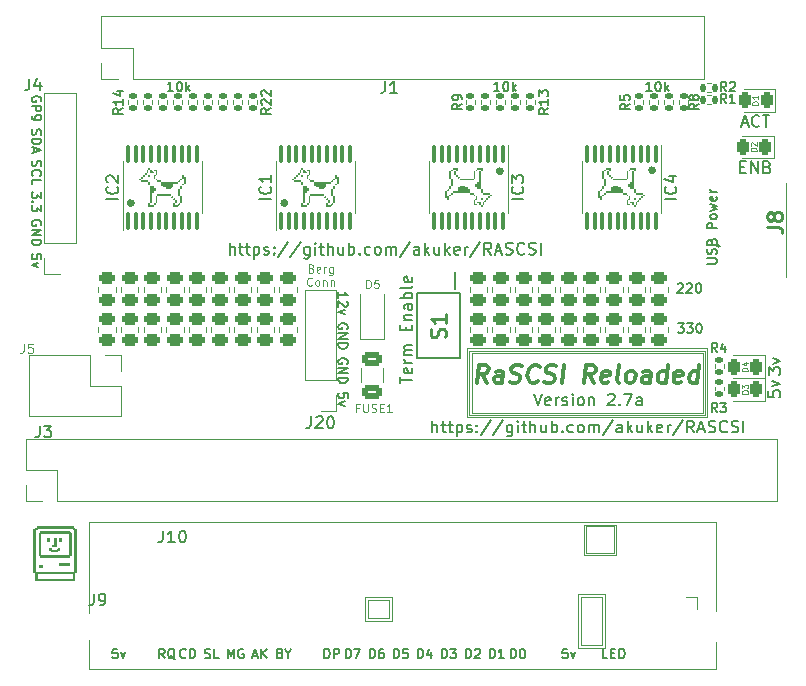
<source format=gto>
G04 #@! TF.GenerationSoftware,KiCad,Pcbnew,(6.0.4)*
G04 #@! TF.CreationDate,2022-08-06T16:26:02-05:00*
G04 #@! TF.ProjectId,rascsi_2p7,72617363-7369-45f3-9270-372e6b696361,rev?*
G04 #@! TF.SameCoordinates,Original*
G04 #@! TF.FileFunction,Legend,Top*
G04 #@! TF.FilePolarity,Positive*
%FSLAX46Y46*%
G04 Gerber Fmt 4.6, Leading zero omitted, Abs format (unit mm)*
G04 Created by KiCad (PCBNEW (6.0.4)) date 2022-08-06 16:26:02*
%MOMM*%
%LPD*%
G01*
G04 APERTURE LIST*
G04 Aperture macros list*
%AMRoundRect*
0 Rectangle with rounded corners*
0 $1 Rounding radius*
0 $2 $3 $4 $5 $6 $7 $8 $9 X,Y pos of 4 corners*
0 Add a 4 corners polygon primitive as box body*
4,1,4,$2,$3,$4,$5,$6,$7,$8,$9,$2,$3,0*
0 Add four circle primitives for the rounded corners*
1,1,$1+$1,$2,$3*
1,1,$1+$1,$4,$5*
1,1,$1+$1,$6,$7*
1,1,$1+$1,$8,$9*
0 Add four rect primitives between the rounded corners*
20,1,$1+$1,$2,$3,$4,$5,0*
20,1,$1+$1,$4,$5,$6,$7,0*
20,1,$1+$1,$6,$7,$8,$9,0*
20,1,$1+$1,$8,$9,$2,$3,0*%
G04 Aperture macros list end*
%ADD10C,0.360000*%
%ADD11C,0.120000*%
%ADD12C,0.150000*%
%ADD13C,0.100000*%
%ADD14C,0.300000*%
%ADD15C,0.254000*%
%ADD16C,0.125000*%
%ADD17C,0.200000*%
%ADD18C,0.010000*%
%ADD19RoundRect,0.243750X0.243750X0.456250X-0.243750X0.456250X-0.243750X-0.456250X0.243750X-0.456250X0*%
%ADD20C,0.800000*%
%ADD21C,5.400000*%
%ADD22R,1.700000X1.700000*%
%ADD23O,1.700000X1.700000*%
%ADD24RoundRect,0.250000X-0.450000X0.262500X-0.450000X-0.262500X0.450000X-0.262500X0.450000X0.262500X0*%
%ADD25RoundRect,0.250000X-0.625000X0.375000X-0.625000X-0.375000X0.625000X-0.375000X0.625000X0.375000X0*%
%ADD26RoundRect,0.100000X0.100000X-0.637500X0.100000X0.637500X-0.100000X0.637500X-0.100000X-0.637500X0*%
%ADD27RoundRect,0.100000X-0.100000X0.637500X-0.100000X-0.637500X0.100000X-0.637500X0.100000X0.637500X0*%
%ADD28RoundRect,0.135000X-0.135000X-0.185000X0.135000X-0.185000X0.135000X0.185000X-0.135000X0.185000X0*%
%ADD29RoundRect,0.135000X-0.185000X0.135000X-0.185000X-0.135000X0.185000X-0.135000X0.185000X0.135000X0*%
%ADD30RoundRect,0.250000X0.450000X-0.262500X0.450000X0.262500X-0.450000X0.262500X-0.450000X-0.262500X0*%
%ADD31R,0.750000X1.425000*%
%ADD32R,1.100000X1.100000*%
%ADD33C,0.650000*%
%ADD34R,1.400000X0.400000*%
%ADD35C,2.000000*%
%ADD36R,1.350000X1.350000*%
%ADD37O,1.350000X1.350000*%
%ADD38C,1.545000*%
%ADD39C,4.845000*%
G04 APERTURE END LIST*
D10*
X184180000Y-59098047D02*
G75*
G03*
X184180000Y-59098047I-180000J0D01*
G01*
D11*
X184150000Y-45974000D02*
X181483000Y-45974000D01*
X203794000Y-92472000D02*
X206080000Y-92472000D01*
X206080000Y-92472000D02*
X206080000Y-94504000D01*
X206080000Y-94504000D02*
X203794000Y-94504000D01*
X203794000Y-94504000D02*
X203794000Y-92472000D01*
X222377000Y-86360000D02*
X225044000Y-86360000D01*
X225044000Y-86360000D02*
X225044000Y-88900000D01*
X225044000Y-88900000D02*
X222377000Y-88900000D01*
X222377000Y-88900000D02*
X222377000Y-86360000D01*
X182880000Y-48641000D02*
X181483000Y-48641000D01*
D10*
X228320000Y-56320000D02*
G75*
G03*
X228320000Y-56320000I-180000J0D01*
G01*
X197190000Y-59110000D02*
G75*
G03*
X197190000Y-59110000I-180000J0D01*
G01*
D11*
X232537000Y-48641000D02*
X184150000Y-48641000D01*
X212870000Y-71820000D02*
X232440000Y-71820000D01*
X232440000Y-71820000D02*
X232440000Y-76850000D01*
X232440000Y-76850000D02*
X212870000Y-76850000D01*
X212870000Y-76850000D02*
X212870000Y-71820000D01*
X181483000Y-43307000D02*
X232537000Y-43307000D01*
X181483000Y-48641000D02*
X181483000Y-47244000D01*
X222082000Y-92472000D02*
X223860000Y-92472000D01*
X223860000Y-92472000D02*
X223860000Y-96536000D01*
X223860000Y-96536000D02*
X222082000Y-96536000D01*
X222082000Y-96536000D02*
X222082000Y-92472000D01*
X184150000Y-48641000D02*
X184150000Y-45974000D01*
X212670000Y-71620000D02*
X232630000Y-71620000D01*
X232630000Y-71620000D02*
X232630000Y-77030000D01*
X232630000Y-77030000D02*
X212670000Y-77030000D01*
X212670000Y-77030000D02*
X212670000Y-71620000D01*
X212470000Y-71420000D02*
X232820000Y-71420000D01*
X232820000Y-71420000D02*
X232820000Y-77200000D01*
X232820000Y-77200000D02*
X212470000Y-77200000D01*
X212470000Y-77200000D02*
X212470000Y-71420000D01*
X222504000Y-86487000D02*
X224917000Y-86487000D01*
X224917000Y-86487000D02*
X224917000Y-88773000D01*
X224917000Y-88773000D02*
X222504000Y-88773000D01*
X222504000Y-88773000D02*
X222504000Y-86487000D01*
X232537000Y-43307000D02*
X232537000Y-48641000D01*
X180467000Y-86106000D02*
X233553000Y-86106000D01*
X233553000Y-86106000D02*
X233553000Y-98552000D01*
X233553000Y-98552000D02*
X180467000Y-98552000D01*
X180467000Y-98552000D02*
X180467000Y-86106000D01*
D10*
X215420000Y-56410000D02*
G75*
G03*
X215420000Y-56410000I-180000J0D01*
G01*
D11*
X204048000Y-92726000D02*
X205826000Y-92726000D01*
X205826000Y-92726000D02*
X205826000Y-94250000D01*
X205826000Y-94250000D02*
X204048000Y-94250000D01*
X204048000Y-94250000D02*
X204048000Y-92726000D01*
X181483000Y-45974000D02*
X181483000Y-43307000D01*
X221828000Y-92218000D02*
X224114000Y-92218000D01*
X224114000Y-92218000D02*
X224114000Y-96790000D01*
X224114000Y-96790000D02*
X221828000Y-96790000D01*
X221828000Y-96790000D02*
X221828000Y-92218000D01*
D12*
X230331428Y-69301904D02*
X230826666Y-69301904D01*
X230560000Y-69606666D01*
X230674285Y-69606666D01*
X230750476Y-69644761D01*
X230788571Y-69682857D01*
X230826666Y-69759047D01*
X230826666Y-69949523D01*
X230788571Y-70025714D01*
X230750476Y-70063809D01*
X230674285Y-70101904D01*
X230445714Y-70101904D01*
X230369523Y-70063809D01*
X230331428Y-70025714D01*
X231093333Y-69301904D02*
X231588571Y-69301904D01*
X231321904Y-69606666D01*
X231436190Y-69606666D01*
X231512380Y-69644761D01*
X231550476Y-69682857D01*
X231588571Y-69759047D01*
X231588571Y-69949523D01*
X231550476Y-70025714D01*
X231512380Y-70063809D01*
X231436190Y-70101904D01*
X231207619Y-70101904D01*
X231131428Y-70063809D01*
X231093333Y-70025714D01*
X232083809Y-69301904D02*
X232160000Y-69301904D01*
X232236190Y-69340000D01*
X232274285Y-69378095D01*
X232312380Y-69454285D01*
X232350476Y-69606666D01*
X232350476Y-69797142D01*
X232312380Y-69949523D01*
X232274285Y-70025714D01*
X232236190Y-70063809D01*
X232160000Y-70101904D01*
X232083809Y-70101904D01*
X232007619Y-70063809D01*
X231969523Y-70025714D01*
X231931428Y-69949523D01*
X231893333Y-69797142D01*
X231893333Y-69606666D01*
X231931428Y-69454285D01*
X231969523Y-69378095D01*
X232007619Y-69340000D01*
X232083809Y-69301904D01*
X175647390Y-52855439D02*
X175609295Y-52969725D01*
X175609295Y-53160201D01*
X175647390Y-53236391D01*
X175685485Y-53274487D01*
X175761676Y-53312582D01*
X175837866Y-53312582D01*
X175914057Y-53274487D01*
X175952152Y-53236391D01*
X175990247Y-53160201D01*
X176028342Y-53007820D01*
X176066438Y-52931629D01*
X176104533Y-52893534D01*
X176180723Y-52855439D01*
X176256914Y-52855439D01*
X176333104Y-52893534D01*
X176371200Y-52931629D01*
X176409295Y-53007820D01*
X176409295Y-53198296D01*
X176371200Y-53312582D01*
X175609295Y-53655439D02*
X176409295Y-53655439D01*
X176409295Y-53845915D01*
X176371200Y-53960201D01*
X176295009Y-54036391D01*
X176218819Y-54074487D01*
X176066438Y-54112582D01*
X175952152Y-54112582D01*
X175799771Y-54074487D01*
X175723580Y-54036391D01*
X175647390Y-53960201D01*
X175609295Y-53845915D01*
X175609295Y-53655439D01*
X175837866Y-54417344D02*
X175837866Y-54798296D01*
X175609295Y-54341153D02*
X176409295Y-54607820D01*
X175609295Y-54874487D01*
X175647390Y-55545165D02*
X175609295Y-55659450D01*
X175609295Y-55849926D01*
X175647390Y-55926117D01*
X175685485Y-55964212D01*
X175761676Y-56002307D01*
X175837866Y-56002307D01*
X175914057Y-55964212D01*
X175952152Y-55926117D01*
X175990247Y-55849926D01*
X176028342Y-55697546D01*
X176066438Y-55621355D01*
X176104533Y-55583260D01*
X176180723Y-55545165D01*
X176256914Y-55545165D01*
X176333104Y-55583260D01*
X176371200Y-55621355D01*
X176409295Y-55697546D01*
X176409295Y-55888022D01*
X176371200Y-56002307D01*
X175685485Y-56802307D02*
X175647390Y-56764212D01*
X175609295Y-56649926D01*
X175609295Y-56573736D01*
X175647390Y-56459450D01*
X175723580Y-56383260D01*
X175799771Y-56345165D01*
X175952152Y-56307069D01*
X176066438Y-56307069D01*
X176218819Y-56345165D01*
X176295009Y-56383260D01*
X176371200Y-56459450D01*
X176409295Y-56573736D01*
X176409295Y-56649926D01*
X176371200Y-56764212D01*
X176333104Y-56802307D01*
X175609295Y-57526117D02*
X175609295Y-57145165D01*
X176409295Y-57145165D01*
X228123809Y-49637904D02*
X227666666Y-49637904D01*
X227895238Y-49637904D02*
X227895238Y-48837904D01*
X227819047Y-48952190D01*
X227742857Y-49028380D01*
X227666666Y-49066476D01*
X228619047Y-48837904D02*
X228695238Y-48837904D01*
X228771428Y-48876000D01*
X228809523Y-48914095D01*
X228847619Y-48990285D01*
X228885714Y-49142666D01*
X228885714Y-49333142D01*
X228847619Y-49485523D01*
X228809523Y-49561714D01*
X228771428Y-49599809D01*
X228695238Y-49637904D01*
X228619047Y-49637904D01*
X228542857Y-49599809D01*
X228504761Y-49561714D01*
X228466666Y-49485523D01*
X228428571Y-49333142D01*
X228428571Y-49142666D01*
X228466666Y-48990285D01*
X228504761Y-48914095D01*
X228542857Y-48876000D01*
X228619047Y-48837904D01*
X229228571Y-49637904D02*
X229228571Y-48837904D01*
X229304761Y-49333142D02*
X229533333Y-49637904D01*
X229533333Y-49104571D02*
X229228571Y-49409333D01*
X238012380Y-73644285D02*
X238012380Y-73025238D01*
X238393333Y-73358571D01*
X238393333Y-73215714D01*
X238440952Y-73120476D01*
X238488571Y-73072857D01*
X238583809Y-73025238D01*
X238821904Y-73025238D01*
X238917142Y-73072857D01*
X238964761Y-73120476D01*
X239012380Y-73215714D01*
X239012380Y-73501428D01*
X238964761Y-73596666D01*
X238917142Y-73644285D01*
X238345714Y-72691904D02*
X239012380Y-72453809D01*
X238345714Y-72215714D01*
X209543333Y-78532380D02*
X209543333Y-77532380D01*
X209971904Y-78532380D02*
X209971904Y-78008571D01*
X209924285Y-77913333D01*
X209829047Y-77865714D01*
X209686190Y-77865714D01*
X209590952Y-77913333D01*
X209543333Y-77960952D01*
X210305238Y-77865714D02*
X210686190Y-77865714D01*
X210448095Y-77532380D02*
X210448095Y-78389523D01*
X210495714Y-78484761D01*
X210590952Y-78532380D01*
X210686190Y-78532380D01*
X210876666Y-77865714D02*
X211257619Y-77865714D01*
X211019523Y-77532380D02*
X211019523Y-78389523D01*
X211067142Y-78484761D01*
X211162380Y-78532380D01*
X211257619Y-78532380D01*
X211590952Y-77865714D02*
X211590952Y-78865714D01*
X211590952Y-77913333D02*
X211686190Y-77865714D01*
X211876666Y-77865714D01*
X211971904Y-77913333D01*
X212019523Y-77960952D01*
X212067142Y-78056190D01*
X212067142Y-78341904D01*
X212019523Y-78437142D01*
X211971904Y-78484761D01*
X211876666Y-78532380D01*
X211686190Y-78532380D01*
X211590952Y-78484761D01*
X212448095Y-78484761D02*
X212543333Y-78532380D01*
X212733809Y-78532380D01*
X212829047Y-78484761D01*
X212876666Y-78389523D01*
X212876666Y-78341904D01*
X212829047Y-78246666D01*
X212733809Y-78199047D01*
X212590952Y-78199047D01*
X212495714Y-78151428D01*
X212448095Y-78056190D01*
X212448095Y-78008571D01*
X212495714Y-77913333D01*
X212590952Y-77865714D01*
X212733809Y-77865714D01*
X212829047Y-77913333D01*
X213305238Y-78437142D02*
X213352857Y-78484761D01*
X213305238Y-78532380D01*
X213257619Y-78484761D01*
X213305238Y-78437142D01*
X213305238Y-78532380D01*
X213305238Y-77913333D02*
X213352857Y-77960952D01*
X213305238Y-78008571D01*
X213257619Y-77960952D01*
X213305238Y-77913333D01*
X213305238Y-78008571D01*
X214495714Y-77484761D02*
X213638571Y-78770476D01*
X215543333Y-77484761D02*
X214686190Y-78770476D01*
X216305238Y-77865714D02*
X216305238Y-78675238D01*
X216257619Y-78770476D01*
X216210000Y-78818095D01*
X216114761Y-78865714D01*
X215971904Y-78865714D01*
X215876666Y-78818095D01*
X216305238Y-78484761D02*
X216210000Y-78532380D01*
X216019523Y-78532380D01*
X215924285Y-78484761D01*
X215876666Y-78437142D01*
X215829047Y-78341904D01*
X215829047Y-78056190D01*
X215876666Y-77960952D01*
X215924285Y-77913333D01*
X216019523Y-77865714D01*
X216210000Y-77865714D01*
X216305238Y-77913333D01*
X216781428Y-78532380D02*
X216781428Y-77865714D01*
X216781428Y-77532380D02*
X216733809Y-77580000D01*
X216781428Y-77627619D01*
X216829047Y-77580000D01*
X216781428Y-77532380D01*
X216781428Y-77627619D01*
X217114761Y-77865714D02*
X217495714Y-77865714D01*
X217257619Y-77532380D02*
X217257619Y-78389523D01*
X217305238Y-78484761D01*
X217400476Y-78532380D01*
X217495714Y-78532380D01*
X217829047Y-78532380D02*
X217829047Y-77532380D01*
X218257619Y-78532380D02*
X218257619Y-78008571D01*
X218210000Y-77913333D01*
X218114761Y-77865714D01*
X217971904Y-77865714D01*
X217876666Y-77913333D01*
X217829047Y-77960952D01*
X219162380Y-77865714D02*
X219162380Y-78532380D01*
X218733809Y-77865714D02*
X218733809Y-78389523D01*
X218781428Y-78484761D01*
X218876666Y-78532380D01*
X219019523Y-78532380D01*
X219114761Y-78484761D01*
X219162380Y-78437142D01*
X219638571Y-78532380D02*
X219638571Y-77532380D01*
X219638571Y-77913333D02*
X219733809Y-77865714D01*
X219924285Y-77865714D01*
X220019523Y-77913333D01*
X220067142Y-77960952D01*
X220114761Y-78056190D01*
X220114761Y-78341904D01*
X220067142Y-78437142D01*
X220019523Y-78484761D01*
X219924285Y-78532380D01*
X219733809Y-78532380D01*
X219638571Y-78484761D01*
X220543333Y-78437142D02*
X220590952Y-78484761D01*
X220543333Y-78532380D01*
X220495714Y-78484761D01*
X220543333Y-78437142D01*
X220543333Y-78532380D01*
X221448095Y-78484761D02*
X221352857Y-78532380D01*
X221162380Y-78532380D01*
X221067142Y-78484761D01*
X221019523Y-78437142D01*
X220971904Y-78341904D01*
X220971904Y-78056190D01*
X221019523Y-77960952D01*
X221067142Y-77913333D01*
X221162380Y-77865714D01*
X221352857Y-77865714D01*
X221448095Y-77913333D01*
X222019523Y-78532380D02*
X221924285Y-78484761D01*
X221876666Y-78437142D01*
X221829047Y-78341904D01*
X221829047Y-78056190D01*
X221876666Y-77960952D01*
X221924285Y-77913333D01*
X222019523Y-77865714D01*
X222162380Y-77865714D01*
X222257619Y-77913333D01*
X222305238Y-77960952D01*
X222352857Y-78056190D01*
X222352857Y-78341904D01*
X222305238Y-78437142D01*
X222257619Y-78484761D01*
X222162380Y-78532380D01*
X222019523Y-78532380D01*
X222781428Y-78532380D02*
X222781428Y-77865714D01*
X222781428Y-77960952D02*
X222829047Y-77913333D01*
X222924285Y-77865714D01*
X223067142Y-77865714D01*
X223162380Y-77913333D01*
X223210000Y-78008571D01*
X223210000Y-78532380D01*
X223210000Y-78008571D02*
X223257619Y-77913333D01*
X223352857Y-77865714D01*
X223495714Y-77865714D01*
X223590952Y-77913333D01*
X223638571Y-78008571D01*
X223638571Y-78532380D01*
X224829047Y-77484761D02*
X223971904Y-78770476D01*
X225590952Y-78532380D02*
X225590952Y-78008571D01*
X225543333Y-77913333D01*
X225448095Y-77865714D01*
X225257619Y-77865714D01*
X225162380Y-77913333D01*
X225590952Y-78484761D02*
X225495714Y-78532380D01*
X225257619Y-78532380D01*
X225162380Y-78484761D01*
X225114761Y-78389523D01*
X225114761Y-78294285D01*
X225162380Y-78199047D01*
X225257619Y-78151428D01*
X225495714Y-78151428D01*
X225590952Y-78103809D01*
X226067142Y-78532380D02*
X226067142Y-77532380D01*
X226162380Y-78151428D02*
X226448095Y-78532380D01*
X226448095Y-77865714D02*
X226067142Y-78246666D01*
X227305238Y-77865714D02*
X227305238Y-78532380D01*
X226876666Y-77865714D02*
X226876666Y-78389523D01*
X226924285Y-78484761D01*
X227019523Y-78532380D01*
X227162380Y-78532380D01*
X227257619Y-78484761D01*
X227305238Y-78437142D01*
X227781428Y-78532380D02*
X227781428Y-77532380D01*
X227876666Y-78151428D02*
X228162380Y-78532380D01*
X228162380Y-77865714D02*
X227781428Y-78246666D01*
X228971904Y-78484761D02*
X228876666Y-78532380D01*
X228686190Y-78532380D01*
X228590952Y-78484761D01*
X228543333Y-78389523D01*
X228543333Y-78008571D01*
X228590952Y-77913333D01*
X228686190Y-77865714D01*
X228876666Y-77865714D01*
X228971904Y-77913333D01*
X229019523Y-78008571D01*
X229019523Y-78103809D01*
X228543333Y-78199047D01*
X229448095Y-78532380D02*
X229448095Y-77865714D01*
X229448095Y-78056190D02*
X229495714Y-77960952D01*
X229543333Y-77913333D01*
X229638571Y-77865714D01*
X229733809Y-77865714D01*
X230781428Y-77484761D02*
X229924285Y-78770476D01*
X231686190Y-78532380D02*
X231352857Y-78056190D01*
X231114761Y-78532380D02*
X231114761Y-77532380D01*
X231495714Y-77532380D01*
X231590952Y-77580000D01*
X231638571Y-77627619D01*
X231686190Y-77722857D01*
X231686190Y-77865714D01*
X231638571Y-77960952D01*
X231590952Y-78008571D01*
X231495714Y-78056190D01*
X231114761Y-78056190D01*
X232067142Y-78246666D02*
X232543333Y-78246666D01*
X231971904Y-78532380D02*
X232305238Y-77532380D01*
X232638571Y-78532380D01*
X232924285Y-78484761D02*
X233067142Y-78532380D01*
X233305238Y-78532380D01*
X233400476Y-78484761D01*
X233448095Y-78437142D01*
X233495714Y-78341904D01*
X233495714Y-78246666D01*
X233448095Y-78151428D01*
X233400476Y-78103809D01*
X233305238Y-78056190D01*
X233114761Y-78008571D01*
X233019523Y-77960952D01*
X232971904Y-77913333D01*
X232924285Y-77818095D01*
X232924285Y-77722857D01*
X232971904Y-77627619D01*
X233019523Y-77580000D01*
X233114761Y-77532380D01*
X233352857Y-77532380D01*
X233495714Y-77580000D01*
X234495714Y-78437142D02*
X234448095Y-78484761D01*
X234305238Y-78532380D01*
X234210000Y-78532380D01*
X234067142Y-78484761D01*
X233971904Y-78389523D01*
X233924285Y-78294285D01*
X233876666Y-78103809D01*
X233876666Y-77960952D01*
X233924285Y-77770476D01*
X233971904Y-77675238D01*
X234067142Y-77580000D01*
X234210000Y-77532380D01*
X234305238Y-77532380D01*
X234448095Y-77580000D01*
X234495714Y-77627619D01*
X234876666Y-78484761D02*
X235019523Y-78532380D01*
X235257619Y-78532380D01*
X235352857Y-78484761D01*
X235400476Y-78437142D01*
X235448095Y-78341904D01*
X235448095Y-78246666D01*
X235400476Y-78151428D01*
X235352857Y-78103809D01*
X235257619Y-78056190D01*
X235067142Y-78008571D01*
X234971904Y-77960952D01*
X234924285Y-77913333D01*
X234876666Y-77818095D01*
X234876666Y-77722857D01*
X234924285Y-77627619D01*
X234971904Y-77580000D01*
X235067142Y-77532380D01*
X235305238Y-77532380D01*
X235448095Y-77580000D01*
X235876666Y-78532380D02*
X235876666Y-77532380D01*
X235735952Y-52363666D02*
X236212142Y-52363666D01*
X235640714Y-52649380D02*
X235974047Y-51649380D01*
X236307380Y-52649380D01*
X237212142Y-52554142D02*
X237164523Y-52601761D01*
X237021666Y-52649380D01*
X236926428Y-52649380D01*
X236783571Y-52601761D01*
X236688333Y-52506523D01*
X236640714Y-52411285D01*
X236593095Y-52220809D01*
X236593095Y-52077952D01*
X236640714Y-51887476D01*
X236688333Y-51792238D01*
X236783571Y-51697000D01*
X236926428Y-51649380D01*
X237021666Y-51649380D01*
X237164523Y-51697000D01*
X237212142Y-51744619D01*
X237497857Y-51649380D02*
X238069285Y-51649380D01*
X237783571Y-52649380D02*
X237783571Y-51649380D01*
X235616904Y-56062571D02*
X235950238Y-56062571D01*
X236093095Y-56586380D02*
X235616904Y-56586380D01*
X235616904Y-55586380D01*
X236093095Y-55586380D01*
X236521666Y-56586380D02*
X236521666Y-55586380D01*
X237093095Y-56586380D01*
X237093095Y-55586380D01*
X237902619Y-56062571D02*
X238045476Y-56110190D01*
X238093095Y-56157809D01*
X238140714Y-56253047D01*
X238140714Y-56395904D01*
X238093095Y-56491142D01*
X238045476Y-56538761D01*
X237950238Y-56586380D01*
X237569285Y-56586380D01*
X237569285Y-55586380D01*
X237902619Y-55586380D01*
X237997857Y-55634000D01*
X238045476Y-55681619D01*
X238093095Y-55776857D01*
X238093095Y-55872095D01*
X238045476Y-55967333D01*
X237997857Y-56014952D01*
X237902619Y-56062571D01*
X237569285Y-56062571D01*
X205533666Y-48791880D02*
X205533666Y-49506166D01*
X205486047Y-49649023D01*
X205390809Y-49744261D01*
X205247952Y-49791880D01*
X205152714Y-49791880D01*
X206533666Y-49791880D02*
X205962238Y-49791880D01*
X206247952Y-49791880D02*
X206247952Y-48791880D01*
X206152714Y-48934738D01*
X206057476Y-49029976D01*
X205962238Y-49077595D01*
X232797404Y-64236214D02*
X233445023Y-64236214D01*
X233521214Y-64198119D01*
X233559309Y-64160023D01*
X233597404Y-64083833D01*
X233597404Y-63931452D01*
X233559309Y-63855261D01*
X233521214Y-63817166D01*
X233445023Y-63779071D01*
X232797404Y-63779071D01*
X233559309Y-63436214D02*
X233597404Y-63321928D01*
X233597404Y-63131452D01*
X233559309Y-63055261D01*
X233521214Y-63017166D01*
X233445023Y-62979071D01*
X233368833Y-62979071D01*
X233292642Y-63017166D01*
X233254547Y-63055261D01*
X233216452Y-63131452D01*
X233178357Y-63283833D01*
X233140261Y-63360023D01*
X233102166Y-63398119D01*
X233025976Y-63436214D01*
X232949785Y-63436214D01*
X232873595Y-63398119D01*
X232835500Y-63360023D01*
X232797404Y-63283833D01*
X232797404Y-63093357D01*
X232835500Y-62979071D01*
X233178357Y-62369547D02*
X233216452Y-62255261D01*
X233254547Y-62217166D01*
X233330738Y-62179071D01*
X233445023Y-62179071D01*
X233521214Y-62217166D01*
X233559309Y-62255261D01*
X233597404Y-62331452D01*
X233597404Y-62636214D01*
X232797404Y-62636214D01*
X232797404Y-62369547D01*
X232835500Y-62293357D01*
X232873595Y-62255261D01*
X232949785Y-62217166D01*
X233025976Y-62217166D01*
X233102166Y-62255261D01*
X233140261Y-62293357D01*
X233178357Y-62369547D01*
X233178357Y-62636214D01*
X233597404Y-61226690D02*
X232797404Y-61226690D01*
X232797404Y-60921928D01*
X232835500Y-60845738D01*
X232873595Y-60807642D01*
X232949785Y-60769547D01*
X233064071Y-60769547D01*
X233140261Y-60807642D01*
X233178357Y-60845738D01*
X233216452Y-60921928D01*
X233216452Y-61226690D01*
X233597404Y-60312404D02*
X233559309Y-60388595D01*
X233521214Y-60426690D01*
X233445023Y-60464785D01*
X233216452Y-60464785D01*
X233140261Y-60426690D01*
X233102166Y-60388595D01*
X233064071Y-60312404D01*
X233064071Y-60198119D01*
X233102166Y-60121928D01*
X233140261Y-60083833D01*
X233216452Y-60045738D01*
X233445023Y-60045738D01*
X233521214Y-60083833D01*
X233559309Y-60121928D01*
X233597404Y-60198119D01*
X233597404Y-60312404D01*
X233064071Y-59779071D02*
X233597404Y-59626690D01*
X233216452Y-59474309D01*
X233597404Y-59321928D01*
X233064071Y-59169547D01*
X233559309Y-58560023D02*
X233597404Y-58636214D01*
X233597404Y-58788595D01*
X233559309Y-58864785D01*
X233483119Y-58902880D01*
X233178357Y-58902880D01*
X233102166Y-58864785D01*
X233064071Y-58788595D01*
X233064071Y-58636214D01*
X233102166Y-58560023D01*
X233178357Y-58521928D01*
X233254547Y-58521928D01*
X233330738Y-58902880D01*
X233597404Y-58179071D02*
X233064071Y-58179071D01*
X233216452Y-58179071D02*
X233140261Y-58140976D01*
X233102166Y-58102880D01*
X233064071Y-58026690D01*
X233064071Y-57950500D01*
X190287619Y-97621809D02*
X190401904Y-97659904D01*
X190592380Y-97659904D01*
X190668571Y-97621809D01*
X190706666Y-97583714D01*
X190744761Y-97507523D01*
X190744761Y-97431333D01*
X190706666Y-97355142D01*
X190668571Y-97317047D01*
X190592380Y-97278952D01*
X190440000Y-97240857D01*
X190363809Y-97202761D01*
X190325714Y-97164666D01*
X190287619Y-97088476D01*
X190287619Y-97012285D01*
X190325714Y-96936095D01*
X190363809Y-96898000D01*
X190440000Y-96859904D01*
X190630476Y-96859904D01*
X190744761Y-96898000D01*
X191468571Y-97659904D02*
X191087619Y-97659904D01*
X191087619Y-96859904D01*
X186858571Y-97659904D02*
X186591904Y-97278952D01*
X186401428Y-97659904D02*
X186401428Y-96859904D01*
X186706190Y-96859904D01*
X186782380Y-96898000D01*
X186820476Y-96936095D01*
X186858571Y-97012285D01*
X186858571Y-97126571D01*
X186820476Y-97202761D01*
X186782380Y-97240857D01*
X186706190Y-97278952D01*
X186401428Y-97278952D01*
X187734761Y-97736095D02*
X187658571Y-97698000D01*
X187582380Y-97621809D01*
X187468095Y-97507523D01*
X187391904Y-97469428D01*
X187315714Y-97469428D01*
X187353809Y-97659904D02*
X187277619Y-97621809D01*
X187201428Y-97545619D01*
X187163333Y-97393238D01*
X187163333Y-97126571D01*
X187201428Y-96974190D01*
X187277619Y-96898000D01*
X187353809Y-96859904D01*
X187506190Y-96859904D01*
X187582380Y-96898000D01*
X187658571Y-96974190D01*
X187696666Y-97126571D01*
X187696666Y-97393238D01*
X187658571Y-97545619D01*
X187582380Y-97621809D01*
X187506190Y-97659904D01*
X187353809Y-97659904D01*
X188655619Y-97583714D02*
X188617523Y-97621809D01*
X188503238Y-97659904D01*
X188427047Y-97659904D01*
X188312761Y-97621809D01*
X188236571Y-97545619D01*
X188198476Y-97469428D01*
X188160380Y-97317047D01*
X188160380Y-97202761D01*
X188198476Y-97050380D01*
X188236571Y-96974190D01*
X188312761Y-96898000D01*
X188427047Y-96859904D01*
X188503238Y-96859904D01*
X188617523Y-96898000D01*
X188655619Y-96936095D01*
X188998476Y-97659904D02*
X188998476Y-96859904D01*
X189188952Y-96859904D01*
X189303238Y-96898000D01*
X189379428Y-96974190D01*
X189417523Y-97050380D01*
X189455619Y-97202761D01*
X189455619Y-97317047D01*
X189417523Y-97469428D01*
X189379428Y-97545619D01*
X189303238Y-97621809D01*
X189188952Y-97659904D01*
X188998476Y-97659904D01*
X182851714Y-96859904D02*
X182470761Y-96859904D01*
X182432666Y-97240857D01*
X182470761Y-97202761D01*
X182546952Y-97164666D01*
X182737428Y-97164666D01*
X182813619Y-97202761D01*
X182851714Y-97240857D01*
X182889809Y-97317047D01*
X182889809Y-97507523D01*
X182851714Y-97583714D01*
X182813619Y-97621809D01*
X182737428Y-97659904D01*
X182546952Y-97659904D01*
X182470761Y-97621809D01*
X182432666Y-97583714D01*
X183156476Y-97126571D02*
X183346952Y-97659904D01*
X183537428Y-97126571D01*
X192205333Y-97659904D02*
X192205333Y-96859904D01*
X192472000Y-97431333D01*
X192738666Y-96859904D01*
X192738666Y-97659904D01*
X193538666Y-96898000D02*
X193462476Y-96859904D01*
X193348190Y-96859904D01*
X193233904Y-96898000D01*
X193157714Y-96974190D01*
X193119619Y-97050380D01*
X193081523Y-97202761D01*
X193081523Y-97317047D01*
X193119619Y-97469428D01*
X193157714Y-97545619D01*
X193233904Y-97621809D01*
X193348190Y-97659904D01*
X193424380Y-97659904D01*
X193538666Y-97621809D01*
X193576761Y-97583714D01*
X193576761Y-97317047D01*
X193424380Y-97317047D01*
X220951714Y-96859904D02*
X220570761Y-96859904D01*
X220532666Y-97240857D01*
X220570761Y-97202761D01*
X220646952Y-97164666D01*
X220837428Y-97164666D01*
X220913619Y-97202761D01*
X220951714Y-97240857D01*
X220989809Y-97317047D01*
X220989809Y-97507523D01*
X220951714Y-97583714D01*
X220913619Y-97621809D01*
X220837428Y-97659904D01*
X220646952Y-97659904D01*
X220570761Y-97621809D01*
X220532666Y-97583714D01*
X221256476Y-97126571D02*
X221446952Y-97659904D01*
X221637428Y-97126571D01*
X194313523Y-97431333D02*
X194694476Y-97431333D01*
X194237333Y-97659904D02*
X194504000Y-96859904D01*
X194770666Y-97659904D01*
X195037333Y-97659904D02*
X195037333Y-96859904D01*
X195494476Y-97659904D02*
X195151619Y-97202761D01*
X195494476Y-96859904D02*
X195037333Y-97317047D01*
X196650285Y-97240857D02*
X196764571Y-97278952D01*
X196802666Y-97317047D01*
X196840761Y-97393238D01*
X196840761Y-97507523D01*
X196802666Y-97583714D01*
X196764571Y-97621809D01*
X196688380Y-97659904D01*
X196383619Y-97659904D01*
X196383619Y-96859904D01*
X196650285Y-96859904D01*
X196726476Y-96898000D01*
X196764571Y-96936095D01*
X196802666Y-97012285D01*
X196802666Y-97088476D01*
X196764571Y-97164666D01*
X196726476Y-97202761D01*
X196650285Y-97240857D01*
X196383619Y-97240857D01*
X197336000Y-97278952D02*
X197336000Y-97659904D01*
X197069333Y-96859904D02*
X197336000Y-97278952D01*
X197602666Y-96859904D01*
X204219523Y-97659904D02*
X204219523Y-96859904D01*
X204410000Y-96859904D01*
X204524285Y-96898000D01*
X204600476Y-96974190D01*
X204638571Y-97050380D01*
X204676666Y-97202761D01*
X204676666Y-97317047D01*
X204638571Y-97469428D01*
X204600476Y-97545619D01*
X204524285Y-97621809D01*
X204410000Y-97659904D01*
X204219523Y-97659904D01*
X205362380Y-96859904D02*
X205210000Y-96859904D01*
X205133809Y-96898000D01*
X205095714Y-96936095D01*
X205019523Y-97050380D01*
X204981428Y-97202761D01*
X204981428Y-97507523D01*
X205019523Y-97583714D01*
X205057619Y-97621809D01*
X205133809Y-97659904D01*
X205286190Y-97659904D01*
X205362380Y-97621809D01*
X205400476Y-97583714D01*
X205438571Y-97507523D01*
X205438571Y-97317047D01*
X205400476Y-97240857D01*
X205362380Y-97202761D01*
X205286190Y-97164666D01*
X205133809Y-97164666D01*
X205057619Y-97202761D01*
X205019523Y-97240857D01*
X204981428Y-97317047D01*
X202187523Y-97659904D02*
X202187523Y-96859904D01*
X202378000Y-96859904D01*
X202492285Y-96898000D01*
X202568476Y-96974190D01*
X202606571Y-97050380D01*
X202644666Y-97202761D01*
X202644666Y-97317047D01*
X202606571Y-97469428D01*
X202568476Y-97545619D01*
X202492285Y-97621809D01*
X202378000Y-97659904D01*
X202187523Y-97659904D01*
X202911333Y-96859904D02*
X203444666Y-96859904D01*
X203101809Y-97659904D01*
X208283523Y-97659904D02*
X208283523Y-96859904D01*
X208474000Y-96859904D01*
X208588285Y-96898000D01*
X208664476Y-96974190D01*
X208702571Y-97050380D01*
X208740666Y-97202761D01*
X208740666Y-97317047D01*
X208702571Y-97469428D01*
X208664476Y-97545619D01*
X208588285Y-97621809D01*
X208474000Y-97659904D01*
X208283523Y-97659904D01*
X209426380Y-97126571D02*
X209426380Y-97659904D01*
X209235904Y-96821809D02*
X209045428Y-97393238D01*
X209540666Y-97393238D01*
X210315523Y-97659904D02*
X210315523Y-96859904D01*
X210506000Y-96859904D01*
X210620285Y-96898000D01*
X210696476Y-96974190D01*
X210734571Y-97050380D01*
X210772666Y-97202761D01*
X210772666Y-97317047D01*
X210734571Y-97469428D01*
X210696476Y-97545619D01*
X210620285Y-97621809D01*
X210506000Y-97659904D01*
X210315523Y-97659904D01*
X211039333Y-96859904D02*
X211534571Y-96859904D01*
X211267904Y-97164666D01*
X211382190Y-97164666D01*
X211458380Y-97202761D01*
X211496476Y-97240857D01*
X211534571Y-97317047D01*
X211534571Y-97507523D01*
X211496476Y-97583714D01*
X211458380Y-97621809D01*
X211382190Y-97659904D01*
X211153619Y-97659904D01*
X211077428Y-97621809D01*
X211039333Y-97583714D01*
X212347523Y-97659904D02*
X212347523Y-96859904D01*
X212538000Y-96859904D01*
X212652285Y-96898000D01*
X212728476Y-96974190D01*
X212766571Y-97050380D01*
X212804666Y-97202761D01*
X212804666Y-97317047D01*
X212766571Y-97469428D01*
X212728476Y-97545619D01*
X212652285Y-97621809D01*
X212538000Y-97659904D01*
X212347523Y-97659904D01*
X213109428Y-96936095D02*
X213147523Y-96898000D01*
X213223714Y-96859904D01*
X213414190Y-96859904D01*
X213490380Y-96898000D01*
X213528476Y-96936095D01*
X213566571Y-97012285D01*
X213566571Y-97088476D01*
X213528476Y-97202761D01*
X213071333Y-97659904D01*
X213566571Y-97659904D01*
X216157523Y-97659904D02*
X216157523Y-96859904D01*
X216348000Y-96859904D01*
X216462285Y-96898000D01*
X216538476Y-96974190D01*
X216576571Y-97050380D01*
X216614666Y-97202761D01*
X216614666Y-97317047D01*
X216576571Y-97469428D01*
X216538476Y-97545619D01*
X216462285Y-97621809D01*
X216348000Y-97659904D01*
X216157523Y-97659904D01*
X217109904Y-96859904D02*
X217186095Y-96859904D01*
X217262285Y-96898000D01*
X217300380Y-96936095D01*
X217338476Y-97012285D01*
X217376571Y-97164666D01*
X217376571Y-97355142D01*
X217338476Y-97507523D01*
X217300380Y-97583714D01*
X217262285Y-97621809D01*
X217186095Y-97659904D01*
X217109904Y-97659904D01*
X217033714Y-97621809D01*
X216995619Y-97583714D01*
X216957523Y-97507523D01*
X216919428Y-97355142D01*
X216919428Y-97164666D01*
X216957523Y-97012285D01*
X216995619Y-96936095D01*
X217033714Y-96898000D01*
X217109904Y-96859904D01*
X214379523Y-97659904D02*
X214379523Y-96859904D01*
X214570000Y-96859904D01*
X214684285Y-96898000D01*
X214760476Y-96974190D01*
X214798571Y-97050380D01*
X214836666Y-97202761D01*
X214836666Y-97317047D01*
X214798571Y-97469428D01*
X214760476Y-97545619D01*
X214684285Y-97621809D01*
X214570000Y-97659904D01*
X214379523Y-97659904D01*
X215598571Y-97659904D02*
X215141428Y-97659904D01*
X215370000Y-97659904D02*
X215370000Y-96859904D01*
X215293809Y-96974190D01*
X215217619Y-97050380D01*
X215141428Y-97088476D01*
X206251523Y-97659904D02*
X206251523Y-96859904D01*
X206442000Y-96859904D01*
X206556285Y-96898000D01*
X206632476Y-96974190D01*
X206670571Y-97050380D01*
X206708666Y-97202761D01*
X206708666Y-97317047D01*
X206670571Y-97469428D01*
X206632476Y-97545619D01*
X206556285Y-97621809D01*
X206442000Y-97659904D01*
X206251523Y-97659904D01*
X207432476Y-96859904D02*
X207051523Y-96859904D01*
X207013428Y-97240857D01*
X207051523Y-97202761D01*
X207127714Y-97164666D01*
X207318190Y-97164666D01*
X207394380Y-97202761D01*
X207432476Y-97240857D01*
X207470571Y-97317047D01*
X207470571Y-97507523D01*
X207432476Y-97583714D01*
X207394380Y-97621809D01*
X207318190Y-97659904D01*
X207127714Y-97659904D01*
X207051523Y-97621809D01*
X207013428Y-97583714D01*
X200390476Y-97659904D02*
X200390476Y-96859904D01*
X200580952Y-96859904D01*
X200695238Y-96898000D01*
X200771428Y-96974190D01*
X200809523Y-97050380D01*
X200847619Y-97202761D01*
X200847619Y-97317047D01*
X200809523Y-97469428D01*
X200771428Y-97545619D01*
X200695238Y-97621809D01*
X200580952Y-97659904D01*
X200390476Y-97659904D01*
X201190476Y-97659904D02*
X201190476Y-96859904D01*
X201495238Y-96859904D01*
X201571428Y-96898000D01*
X201609523Y-96936095D01*
X201647619Y-97012285D01*
X201647619Y-97126571D01*
X201609523Y-97202761D01*
X201571428Y-97240857D01*
X201495238Y-97278952D01*
X201190476Y-97278952D01*
X224361714Y-97659904D02*
X223980761Y-97659904D01*
X223980761Y-96859904D01*
X224628380Y-97240857D02*
X224895047Y-97240857D01*
X225009333Y-97659904D02*
X224628380Y-97659904D01*
X224628380Y-96859904D01*
X225009333Y-96859904D01*
X225352190Y-97659904D02*
X225352190Y-96859904D01*
X225542666Y-96859904D01*
X225656952Y-96898000D01*
X225733142Y-96974190D01*
X225771238Y-97050380D01*
X225809333Y-97202761D01*
X225809333Y-97317047D01*
X225771238Y-97469428D01*
X225733142Y-97545619D01*
X225656952Y-97621809D01*
X225542666Y-97659904D01*
X225352190Y-97659904D01*
X186728476Y-86844380D02*
X186728476Y-87558666D01*
X186680857Y-87701523D01*
X186585619Y-87796761D01*
X186442761Y-87844380D01*
X186347523Y-87844380D01*
X187728476Y-87844380D02*
X187157047Y-87844380D01*
X187442761Y-87844380D02*
X187442761Y-86844380D01*
X187347523Y-86987238D01*
X187252285Y-87082476D01*
X187157047Y-87130095D01*
X188347523Y-86844380D02*
X188442761Y-86844380D01*
X188538000Y-86892000D01*
X188585619Y-86939619D01*
X188633238Y-87034857D01*
X188680857Y-87225333D01*
X188680857Y-87463428D01*
X188633238Y-87653904D01*
X188585619Y-87749142D01*
X188538000Y-87796761D01*
X188442761Y-87844380D01*
X188347523Y-87844380D01*
X188252285Y-87796761D01*
X188204666Y-87749142D01*
X188157047Y-87653904D01*
X188109428Y-87463428D01*
X188109428Y-87225333D01*
X188157047Y-87034857D01*
X188204666Y-86939619D01*
X188252285Y-86892000D01*
X188347523Y-86844380D01*
D13*
X199296666Y-64626500D02*
X199396666Y-64659833D01*
X199430000Y-64693166D01*
X199463333Y-64759833D01*
X199463333Y-64859833D01*
X199430000Y-64926500D01*
X199396666Y-64959833D01*
X199330000Y-64993166D01*
X199063333Y-64993166D01*
X199063333Y-64293166D01*
X199296666Y-64293166D01*
X199363333Y-64326500D01*
X199396666Y-64359833D01*
X199430000Y-64426500D01*
X199430000Y-64493166D01*
X199396666Y-64559833D01*
X199363333Y-64593166D01*
X199296666Y-64626500D01*
X199063333Y-64626500D01*
X200030000Y-64959833D02*
X199963333Y-64993166D01*
X199830000Y-64993166D01*
X199763333Y-64959833D01*
X199730000Y-64893166D01*
X199730000Y-64626500D01*
X199763333Y-64559833D01*
X199830000Y-64526500D01*
X199963333Y-64526500D01*
X200030000Y-64559833D01*
X200063333Y-64626500D01*
X200063333Y-64693166D01*
X199730000Y-64759833D01*
X200363333Y-64993166D02*
X200363333Y-64526500D01*
X200363333Y-64659833D02*
X200396666Y-64593166D01*
X200430000Y-64559833D01*
X200496666Y-64526500D01*
X200563333Y-64526500D01*
X201096666Y-64526500D02*
X201096666Y-65093166D01*
X201063333Y-65159833D01*
X201030000Y-65193166D01*
X200963333Y-65226500D01*
X200863333Y-65226500D01*
X200796666Y-65193166D01*
X201096666Y-64959833D02*
X201030000Y-64993166D01*
X200896666Y-64993166D01*
X200830000Y-64959833D01*
X200796666Y-64926500D01*
X200763333Y-64859833D01*
X200763333Y-64659833D01*
X200796666Y-64593166D01*
X200830000Y-64559833D01*
X200896666Y-64526500D01*
X201030000Y-64526500D01*
X201096666Y-64559833D01*
X199346666Y-66053500D02*
X199313333Y-66086833D01*
X199213333Y-66120166D01*
X199146666Y-66120166D01*
X199046666Y-66086833D01*
X198980000Y-66020166D01*
X198946666Y-65953500D01*
X198913333Y-65820166D01*
X198913333Y-65720166D01*
X198946666Y-65586833D01*
X198980000Y-65520166D01*
X199046666Y-65453500D01*
X199146666Y-65420166D01*
X199213333Y-65420166D01*
X199313333Y-65453500D01*
X199346666Y-65486833D01*
X199746666Y-66120166D02*
X199680000Y-66086833D01*
X199646666Y-66053500D01*
X199613333Y-65986833D01*
X199613333Y-65786833D01*
X199646666Y-65720166D01*
X199680000Y-65686833D01*
X199746666Y-65653500D01*
X199846666Y-65653500D01*
X199913333Y-65686833D01*
X199946666Y-65720166D01*
X199980000Y-65786833D01*
X199980000Y-65986833D01*
X199946666Y-66053500D01*
X199913333Y-66086833D01*
X199846666Y-66120166D01*
X199746666Y-66120166D01*
X200280000Y-65653500D02*
X200280000Y-66120166D01*
X200280000Y-65720166D02*
X200313333Y-65686833D01*
X200380000Y-65653500D01*
X200480000Y-65653500D01*
X200546666Y-65686833D01*
X200580000Y-65753500D01*
X200580000Y-66120166D01*
X200913333Y-65653500D02*
X200913333Y-66120166D01*
X200913333Y-65720166D02*
X200946666Y-65686833D01*
X201013333Y-65653500D01*
X201113333Y-65653500D01*
X201180000Y-65686833D01*
X201213333Y-65753500D01*
X201213333Y-66120166D01*
D12*
X176409295Y-58158699D02*
X176409295Y-58653937D01*
X176104533Y-58387271D01*
X176104533Y-58501556D01*
X176066438Y-58577747D01*
X176028342Y-58615842D01*
X175952152Y-58653937D01*
X175761676Y-58653937D01*
X175685485Y-58615842D01*
X175647390Y-58577747D01*
X175609295Y-58501556D01*
X175609295Y-58272985D01*
X175647390Y-58196795D01*
X175685485Y-58158699D01*
X175685485Y-58996795D02*
X175647390Y-59034890D01*
X175609295Y-58996795D01*
X175647390Y-58958699D01*
X175685485Y-58996795D01*
X175609295Y-58996795D01*
X176409295Y-59301556D02*
X176409295Y-59796795D01*
X176104533Y-59530128D01*
X176104533Y-59644414D01*
X176066438Y-59720604D01*
X176028342Y-59758699D01*
X175952152Y-59796795D01*
X175761676Y-59796795D01*
X175685485Y-59758699D01*
X175647390Y-59720604D01*
X175609295Y-59644414D01*
X175609295Y-59415842D01*
X175647390Y-59339652D01*
X175685485Y-59301556D01*
X187585409Y-49637904D02*
X187128266Y-49637904D01*
X187356838Y-49637904D02*
X187356838Y-48837904D01*
X187280647Y-48952190D01*
X187204457Y-49028380D01*
X187128266Y-49066476D01*
X188080647Y-48837904D02*
X188156838Y-48837904D01*
X188233028Y-48876000D01*
X188271123Y-48914095D01*
X188309219Y-48990285D01*
X188347314Y-49142666D01*
X188347314Y-49333142D01*
X188309219Y-49485523D01*
X188271123Y-49561714D01*
X188233028Y-49599809D01*
X188156838Y-49637904D01*
X188080647Y-49637904D01*
X188004457Y-49599809D01*
X187966361Y-49561714D01*
X187928266Y-49485523D01*
X187890171Y-49333142D01*
X187890171Y-49142666D01*
X187928266Y-48990285D01*
X187966361Y-48914095D01*
X188004457Y-48876000D01*
X188080647Y-48837904D01*
X188690171Y-49637904D02*
X188690171Y-48837904D01*
X188766361Y-49333142D02*
X188994933Y-49637904D01*
X188994933Y-49104571D02*
X188690171Y-49409333D01*
X176409295Y-63842914D02*
X176409295Y-63461961D01*
X176028342Y-63423866D01*
X176066438Y-63461961D01*
X176104533Y-63538152D01*
X176104533Y-63728628D01*
X176066438Y-63804819D01*
X176028342Y-63842914D01*
X175952152Y-63881009D01*
X175761676Y-63881009D01*
X175685485Y-63842914D01*
X175647390Y-63804819D01*
X175609295Y-63728628D01*
X175609295Y-63538152D01*
X175647390Y-63461961D01*
X175685485Y-63423866D01*
X176142628Y-64147676D02*
X175609295Y-64338152D01*
X176142628Y-64528628D01*
X180854666Y-92178380D02*
X180854666Y-92892666D01*
X180807047Y-93035523D01*
X180711809Y-93130761D01*
X180568952Y-93178380D01*
X180473714Y-93178380D01*
X181378476Y-93178380D02*
X181568952Y-93178380D01*
X181664190Y-93130761D01*
X181711809Y-93083142D01*
X181807047Y-92940285D01*
X181854666Y-92749809D01*
X181854666Y-92368857D01*
X181807047Y-92273619D01*
X181759428Y-92226000D01*
X181664190Y-92178380D01*
X181473714Y-92178380D01*
X181378476Y-92226000D01*
X181330857Y-92273619D01*
X181283238Y-92368857D01*
X181283238Y-92606952D01*
X181330857Y-92702190D01*
X181378476Y-92749809D01*
X181473714Y-92797428D01*
X181664190Y-92797428D01*
X181759428Y-92749809D01*
X181807047Y-92702190D01*
X181854666Y-92606952D01*
X206832380Y-74371428D02*
X206832380Y-73800000D01*
X207832380Y-74085714D02*
X206832380Y-74085714D01*
X207784761Y-73085714D02*
X207832380Y-73180952D01*
X207832380Y-73371428D01*
X207784761Y-73466666D01*
X207689523Y-73514285D01*
X207308571Y-73514285D01*
X207213333Y-73466666D01*
X207165714Y-73371428D01*
X207165714Y-73180952D01*
X207213333Y-73085714D01*
X207308571Y-73038095D01*
X207403809Y-73038095D01*
X207499047Y-73514285D01*
X207832380Y-72609523D02*
X207165714Y-72609523D01*
X207356190Y-72609523D02*
X207260952Y-72561904D01*
X207213333Y-72514285D01*
X207165714Y-72419047D01*
X207165714Y-72323809D01*
X207832380Y-71990476D02*
X207165714Y-71990476D01*
X207260952Y-71990476D02*
X207213333Y-71942857D01*
X207165714Y-71847619D01*
X207165714Y-71704761D01*
X207213333Y-71609523D01*
X207308571Y-71561904D01*
X207832380Y-71561904D01*
X207308571Y-71561904D02*
X207213333Y-71514285D01*
X207165714Y-71419047D01*
X207165714Y-71276190D01*
X207213333Y-71180952D01*
X207308571Y-71133333D01*
X207832380Y-71133333D01*
X207308571Y-69895238D02*
X207308571Y-69561904D01*
X207832380Y-69419047D02*
X207832380Y-69895238D01*
X206832380Y-69895238D01*
X206832380Y-69419047D01*
X207165714Y-68990476D02*
X207832380Y-68990476D01*
X207260952Y-68990476D02*
X207213333Y-68942857D01*
X207165714Y-68847619D01*
X207165714Y-68704761D01*
X207213333Y-68609523D01*
X207308571Y-68561904D01*
X207832380Y-68561904D01*
X207832380Y-67657142D02*
X207308571Y-67657142D01*
X207213333Y-67704761D01*
X207165714Y-67800000D01*
X207165714Y-67990476D01*
X207213333Y-68085714D01*
X207784761Y-67657142D02*
X207832380Y-67752380D01*
X207832380Y-67990476D01*
X207784761Y-68085714D01*
X207689523Y-68133333D01*
X207594285Y-68133333D01*
X207499047Y-68085714D01*
X207451428Y-67990476D01*
X207451428Y-67752380D01*
X207403809Y-67657142D01*
X207832380Y-67180952D02*
X206832380Y-67180952D01*
X207213333Y-67180952D02*
X207165714Y-67085714D01*
X207165714Y-66895238D01*
X207213333Y-66800000D01*
X207260952Y-66752380D01*
X207356190Y-66704761D01*
X207641904Y-66704761D01*
X207737142Y-66752380D01*
X207784761Y-66800000D01*
X207832380Y-66895238D01*
X207832380Y-67085714D01*
X207784761Y-67180952D01*
X207832380Y-66133333D02*
X207784761Y-66228571D01*
X207689523Y-66276190D01*
X206832380Y-66276190D01*
X207784761Y-65371428D02*
X207832380Y-65466666D01*
X207832380Y-65657142D01*
X207784761Y-65752380D01*
X207689523Y-65800000D01*
X207308571Y-65800000D01*
X207213333Y-65752380D01*
X207165714Y-65657142D01*
X207165714Y-65466666D01*
X207213333Y-65371428D01*
X207308571Y-65323809D01*
X207403809Y-65323809D01*
X207499047Y-65800000D01*
X202330000Y-72691903D02*
X202368095Y-72615712D01*
X202368095Y-72501427D01*
X202330000Y-72387141D01*
X202253809Y-72310950D01*
X202177619Y-72272855D01*
X202025238Y-72234760D01*
X201910952Y-72234760D01*
X201758571Y-72272855D01*
X201682380Y-72310950D01*
X201606190Y-72387141D01*
X201568095Y-72501427D01*
X201568095Y-72577617D01*
X201606190Y-72691903D01*
X201644285Y-72729998D01*
X201910952Y-72729998D01*
X201910952Y-72577617D01*
X201568095Y-73072855D02*
X202368095Y-73072855D01*
X201568095Y-73529998D01*
X202368095Y-73529998D01*
X201568095Y-73910950D02*
X202368095Y-73910950D01*
X202368095Y-74101427D01*
X202330000Y-74215712D01*
X202253809Y-74291903D01*
X202177619Y-74329998D01*
X202025238Y-74368093D01*
X201910952Y-74368093D01*
X201758571Y-74329998D01*
X201682380Y-74291903D01*
X201606190Y-74215712D01*
X201568095Y-74101427D01*
X201568095Y-73910950D01*
X201568095Y-67112857D02*
X201568095Y-66655714D01*
X201568095Y-66884285D02*
X202368095Y-66884285D01*
X202253809Y-66808095D01*
X202177619Y-66731904D01*
X202139523Y-66655714D01*
X202291904Y-67417619D02*
X202330000Y-67455714D01*
X202368095Y-67531904D01*
X202368095Y-67722380D01*
X202330000Y-67798571D01*
X202291904Y-67836666D01*
X202215714Y-67874761D01*
X202139523Y-67874761D01*
X202025238Y-67836666D01*
X201568095Y-67379523D01*
X201568095Y-67874761D01*
X202101428Y-68141428D02*
X201568095Y-68331904D01*
X202101428Y-68522380D01*
X176371200Y-61000805D02*
X176409295Y-60924614D01*
X176409295Y-60810329D01*
X176371200Y-60696043D01*
X176295009Y-60619852D01*
X176218819Y-60581757D01*
X176066438Y-60543662D01*
X175952152Y-60543662D01*
X175799771Y-60581757D01*
X175723580Y-60619852D01*
X175647390Y-60696043D01*
X175609295Y-60810329D01*
X175609295Y-60886519D01*
X175647390Y-61000805D01*
X175685485Y-61038900D01*
X175952152Y-61038900D01*
X175952152Y-60886519D01*
X175609295Y-61381757D02*
X176409295Y-61381757D01*
X175609295Y-61838900D01*
X176409295Y-61838900D01*
X175609295Y-62219852D02*
X176409295Y-62219852D01*
X176409295Y-62410329D01*
X176371200Y-62524614D01*
X176295009Y-62600805D01*
X176218819Y-62638900D01*
X176066438Y-62676995D01*
X175952152Y-62676995D01*
X175799771Y-62638900D01*
X175723580Y-62600805D01*
X175647390Y-62524614D01*
X175609295Y-62410329D01*
X175609295Y-62219852D01*
X176371200Y-50508571D02*
X176409295Y-50432380D01*
X176409295Y-50318095D01*
X176371200Y-50203809D01*
X176295009Y-50127619D01*
X176218819Y-50089523D01*
X176066438Y-50051428D01*
X175952152Y-50051428D01*
X175799771Y-50089523D01*
X175723580Y-50127619D01*
X175647390Y-50203809D01*
X175609295Y-50318095D01*
X175609295Y-50394285D01*
X175647390Y-50508571D01*
X175685485Y-50546666D01*
X175952152Y-50546666D01*
X175952152Y-50394285D01*
X175609295Y-50889523D02*
X176409295Y-50889523D01*
X176409295Y-51194285D01*
X176371200Y-51270476D01*
X176333104Y-51308571D01*
X176256914Y-51346666D01*
X176142628Y-51346666D01*
X176066438Y-51308571D01*
X176028342Y-51270476D01*
X175990247Y-51194285D01*
X175990247Y-50889523D01*
X175609295Y-51727619D02*
X175609295Y-51880000D01*
X175647390Y-51956190D01*
X175685485Y-51994285D01*
X175799771Y-52070476D01*
X175952152Y-52108571D01*
X176256914Y-52108571D01*
X176333104Y-52070476D01*
X176371200Y-52032380D01*
X176409295Y-51956190D01*
X176409295Y-51803809D01*
X176371200Y-51727619D01*
X176333104Y-51689523D01*
X176256914Y-51651428D01*
X176066438Y-51651428D01*
X175990247Y-51689523D01*
X175952152Y-51727619D01*
X175914057Y-51803809D01*
X175914057Y-51956190D01*
X175952152Y-52032380D01*
X175990247Y-52070476D01*
X176066438Y-52108571D01*
X215220609Y-49637904D02*
X214763466Y-49637904D01*
X214992038Y-49637904D02*
X214992038Y-48837904D01*
X214915847Y-48952190D01*
X214839657Y-49028380D01*
X214763466Y-49066476D01*
X215715847Y-48837904D02*
X215792038Y-48837904D01*
X215868228Y-48876000D01*
X215906323Y-48914095D01*
X215944419Y-48990285D01*
X215982514Y-49142666D01*
X215982514Y-49333142D01*
X215944419Y-49485523D01*
X215906323Y-49561714D01*
X215868228Y-49599809D01*
X215792038Y-49637904D01*
X215715847Y-49637904D01*
X215639657Y-49599809D01*
X215601561Y-49561714D01*
X215563466Y-49485523D01*
X215525371Y-49333142D01*
X215525371Y-49142666D01*
X215563466Y-48990285D01*
X215601561Y-48914095D01*
X215639657Y-48876000D01*
X215715847Y-48837904D01*
X216325371Y-49637904D02*
X216325371Y-48837904D01*
X216401561Y-49333142D02*
X216630133Y-49637904D01*
X216630133Y-49104571D02*
X216325371Y-49409333D01*
X192373333Y-63472380D02*
X192373333Y-62472380D01*
X192801904Y-63472380D02*
X192801904Y-62948571D01*
X192754285Y-62853333D01*
X192659047Y-62805714D01*
X192516190Y-62805714D01*
X192420952Y-62853333D01*
X192373333Y-62900952D01*
X193135238Y-62805714D02*
X193516190Y-62805714D01*
X193278095Y-62472380D02*
X193278095Y-63329523D01*
X193325714Y-63424761D01*
X193420952Y-63472380D01*
X193516190Y-63472380D01*
X193706666Y-62805714D02*
X194087619Y-62805714D01*
X193849523Y-62472380D02*
X193849523Y-63329523D01*
X193897142Y-63424761D01*
X193992380Y-63472380D01*
X194087619Y-63472380D01*
X194420952Y-62805714D02*
X194420952Y-63805714D01*
X194420952Y-62853333D02*
X194516190Y-62805714D01*
X194706666Y-62805714D01*
X194801904Y-62853333D01*
X194849523Y-62900952D01*
X194897142Y-62996190D01*
X194897142Y-63281904D01*
X194849523Y-63377142D01*
X194801904Y-63424761D01*
X194706666Y-63472380D01*
X194516190Y-63472380D01*
X194420952Y-63424761D01*
X195278095Y-63424761D02*
X195373333Y-63472380D01*
X195563809Y-63472380D01*
X195659047Y-63424761D01*
X195706666Y-63329523D01*
X195706666Y-63281904D01*
X195659047Y-63186666D01*
X195563809Y-63139047D01*
X195420952Y-63139047D01*
X195325714Y-63091428D01*
X195278095Y-62996190D01*
X195278095Y-62948571D01*
X195325714Y-62853333D01*
X195420952Y-62805714D01*
X195563809Y-62805714D01*
X195659047Y-62853333D01*
X196135238Y-63377142D02*
X196182857Y-63424761D01*
X196135238Y-63472380D01*
X196087619Y-63424761D01*
X196135238Y-63377142D01*
X196135238Y-63472380D01*
X196135238Y-62853333D02*
X196182857Y-62900952D01*
X196135238Y-62948571D01*
X196087619Y-62900952D01*
X196135238Y-62853333D01*
X196135238Y-62948571D01*
X197325714Y-62424761D02*
X196468571Y-63710476D01*
X198373333Y-62424761D02*
X197516190Y-63710476D01*
X199135238Y-62805714D02*
X199135238Y-63615238D01*
X199087619Y-63710476D01*
X199040000Y-63758095D01*
X198944761Y-63805714D01*
X198801904Y-63805714D01*
X198706666Y-63758095D01*
X199135238Y-63424761D02*
X199040000Y-63472380D01*
X198849523Y-63472380D01*
X198754285Y-63424761D01*
X198706666Y-63377142D01*
X198659047Y-63281904D01*
X198659047Y-62996190D01*
X198706666Y-62900952D01*
X198754285Y-62853333D01*
X198849523Y-62805714D01*
X199040000Y-62805714D01*
X199135238Y-62853333D01*
X199611428Y-63472380D02*
X199611428Y-62805714D01*
X199611428Y-62472380D02*
X199563809Y-62520000D01*
X199611428Y-62567619D01*
X199659047Y-62520000D01*
X199611428Y-62472380D01*
X199611428Y-62567619D01*
X199944761Y-62805714D02*
X200325714Y-62805714D01*
X200087619Y-62472380D02*
X200087619Y-63329523D01*
X200135238Y-63424761D01*
X200230476Y-63472380D01*
X200325714Y-63472380D01*
X200659047Y-63472380D02*
X200659047Y-62472380D01*
X201087619Y-63472380D02*
X201087619Y-62948571D01*
X201040000Y-62853333D01*
X200944761Y-62805714D01*
X200801904Y-62805714D01*
X200706666Y-62853333D01*
X200659047Y-62900952D01*
X201992380Y-62805714D02*
X201992380Y-63472380D01*
X201563809Y-62805714D02*
X201563809Y-63329523D01*
X201611428Y-63424761D01*
X201706666Y-63472380D01*
X201849523Y-63472380D01*
X201944761Y-63424761D01*
X201992380Y-63377142D01*
X202468571Y-63472380D02*
X202468571Y-62472380D01*
X202468571Y-62853333D02*
X202563809Y-62805714D01*
X202754285Y-62805714D01*
X202849523Y-62853333D01*
X202897142Y-62900952D01*
X202944761Y-62996190D01*
X202944761Y-63281904D01*
X202897142Y-63377142D01*
X202849523Y-63424761D01*
X202754285Y-63472380D01*
X202563809Y-63472380D01*
X202468571Y-63424761D01*
X203373333Y-63377142D02*
X203420952Y-63424761D01*
X203373333Y-63472380D01*
X203325714Y-63424761D01*
X203373333Y-63377142D01*
X203373333Y-63472380D01*
X204278095Y-63424761D02*
X204182857Y-63472380D01*
X203992380Y-63472380D01*
X203897142Y-63424761D01*
X203849523Y-63377142D01*
X203801904Y-63281904D01*
X203801904Y-62996190D01*
X203849523Y-62900952D01*
X203897142Y-62853333D01*
X203992380Y-62805714D01*
X204182857Y-62805714D01*
X204278095Y-62853333D01*
X204849523Y-63472380D02*
X204754285Y-63424761D01*
X204706666Y-63377142D01*
X204659047Y-63281904D01*
X204659047Y-62996190D01*
X204706666Y-62900952D01*
X204754285Y-62853333D01*
X204849523Y-62805714D01*
X204992380Y-62805714D01*
X205087619Y-62853333D01*
X205135238Y-62900952D01*
X205182857Y-62996190D01*
X205182857Y-63281904D01*
X205135238Y-63377142D01*
X205087619Y-63424761D01*
X204992380Y-63472380D01*
X204849523Y-63472380D01*
X205611428Y-63472380D02*
X205611428Y-62805714D01*
X205611428Y-62900952D02*
X205659047Y-62853333D01*
X205754285Y-62805714D01*
X205897142Y-62805714D01*
X205992380Y-62853333D01*
X206040000Y-62948571D01*
X206040000Y-63472380D01*
X206040000Y-62948571D02*
X206087619Y-62853333D01*
X206182857Y-62805714D01*
X206325714Y-62805714D01*
X206420952Y-62853333D01*
X206468571Y-62948571D01*
X206468571Y-63472380D01*
X207659047Y-62424761D02*
X206801904Y-63710476D01*
X208420952Y-63472380D02*
X208420952Y-62948571D01*
X208373333Y-62853333D01*
X208278095Y-62805714D01*
X208087619Y-62805714D01*
X207992380Y-62853333D01*
X208420952Y-63424761D02*
X208325714Y-63472380D01*
X208087619Y-63472380D01*
X207992380Y-63424761D01*
X207944761Y-63329523D01*
X207944761Y-63234285D01*
X207992380Y-63139047D01*
X208087619Y-63091428D01*
X208325714Y-63091428D01*
X208420952Y-63043809D01*
X208897142Y-63472380D02*
X208897142Y-62472380D01*
X208992380Y-63091428D02*
X209278095Y-63472380D01*
X209278095Y-62805714D02*
X208897142Y-63186666D01*
X210135238Y-62805714D02*
X210135238Y-63472380D01*
X209706666Y-62805714D02*
X209706666Y-63329523D01*
X209754285Y-63424761D01*
X209849523Y-63472380D01*
X209992380Y-63472380D01*
X210087619Y-63424761D01*
X210135238Y-63377142D01*
X210611428Y-63472380D02*
X210611428Y-62472380D01*
X210706666Y-63091428D02*
X210992380Y-63472380D01*
X210992380Y-62805714D02*
X210611428Y-63186666D01*
X211801904Y-63424761D02*
X211706666Y-63472380D01*
X211516190Y-63472380D01*
X211420952Y-63424761D01*
X211373333Y-63329523D01*
X211373333Y-62948571D01*
X211420952Y-62853333D01*
X211516190Y-62805714D01*
X211706666Y-62805714D01*
X211801904Y-62853333D01*
X211849523Y-62948571D01*
X211849523Y-63043809D01*
X211373333Y-63139047D01*
X212278095Y-63472380D02*
X212278095Y-62805714D01*
X212278095Y-62996190D02*
X212325714Y-62900952D01*
X212373333Y-62853333D01*
X212468571Y-62805714D01*
X212563809Y-62805714D01*
X213611428Y-62424761D02*
X212754285Y-63710476D01*
X214516190Y-63472380D02*
X214182857Y-62996190D01*
X213944761Y-63472380D02*
X213944761Y-62472380D01*
X214325714Y-62472380D01*
X214420952Y-62520000D01*
X214468571Y-62567619D01*
X214516190Y-62662857D01*
X214516190Y-62805714D01*
X214468571Y-62900952D01*
X214420952Y-62948571D01*
X214325714Y-62996190D01*
X213944761Y-62996190D01*
X214897142Y-63186666D02*
X215373333Y-63186666D01*
X214801904Y-63472380D02*
X215135238Y-62472380D01*
X215468571Y-63472380D01*
X215754285Y-63424761D02*
X215897142Y-63472380D01*
X216135238Y-63472380D01*
X216230476Y-63424761D01*
X216278095Y-63377142D01*
X216325714Y-63281904D01*
X216325714Y-63186666D01*
X216278095Y-63091428D01*
X216230476Y-63043809D01*
X216135238Y-62996190D01*
X215944761Y-62948571D01*
X215849523Y-62900952D01*
X215801904Y-62853333D01*
X215754285Y-62758095D01*
X215754285Y-62662857D01*
X215801904Y-62567619D01*
X215849523Y-62520000D01*
X215944761Y-62472380D01*
X216182857Y-62472380D01*
X216325714Y-62520000D01*
X217325714Y-63377142D02*
X217278095Y-63424761D01*
X217135238Y-63472380D01*
X217040000Y-63472380D01*
X216897142Y-63424761D01*
X216801904Y-63329523D01*
X216754285Y-63234285D01*
X216706666Y-63043809D01*
X216706666Y-62900952D01*
X216754285Y-62710476D01*
X216801904Y-62615238D01*
X216897142Y-62520000D01*
X217040000Y-62472380D01*
X217135238Y-62472380D01*
X217278095Y-62520000D01*
X217325714Y-62567619D01*
X217706666Y-63424761D02*
X217849523Y-63472380D01*
X218087619Y-63472380D01*
X218182857Y-63424761D01*
X218230476Y-63377142D01*
X218278095Y-63281904D01*
X218278095Y-63186666D01*
X218230476Y-63091428D01*
X218182857Y-63043809D01*
X218087619Y-62996190D01*
X217897142Y-62948571D01*
X217801904Y-62900952D01*
X217754285Y-62853333D01*
X217706666Y-62758095D01*
X217706666Y-62662857D01*
X217754285Y-62567619D01*
X217801904Y-62520000D01*
X217897142Y-62472380D01*
X218135238Y-62472380D01*
X218278095Y-62520000D01*
X218706666Y-63472380D02*
X218706666Y-62472380D01*
D14*
X214153705Y-74318571D02*
X213742991Y-73604285D01*
X213296562Y-74318571D02*
X213484062Y-72818571D01*
X214055491Y-72818571D01*
X214189419Y-72890000D01*
X214251919Y-72961428D01*
X214305491Y-73104285D01*
X214278705Y-73318571D01*
X214189419Y-73461428D01*
X214109062Y-73532857D01*
X213957276Y-73604285D01*
X213385848Y-73604285D01*
X215439419Y-74318571D02*
X215537633Y-73532857D01*
X215484062Y-73390000D01*
X215350133Y-73318571D01*
X215064419Y-73318571D01*
X214912633Y-73390000D01*
X215448348Y-74247142D02*
X215296562Y-74318571D01*
X214939419Y-74318571D01*
X214805491Y-74247142D01*
X214751919Y-74104285D01*
X214769776Y-73961428D01*
X214859062Y-73818571D01*
X215010848Y-73747142D01*
X215367991Y-73747142D01*
X215519776Y-73675714D01*
X216091205Y-74247142D02*
X216296562Y-74318571D01*
X216653705Y-74318571D01*
X216805491Y-74247142D01*
X216885848Y-74175714D01*
X216975133Y-74032857D01*
X216992991Y-73890000D01*
X216939419Y-73747142D01*
X216876919Y-73675714D01*
X216742991Y-73604285D01*
X216466205Y-73532857D01*
X216332276Y-73461428D01*
X216269776Y-73390000D01*
X216216205Y-73247142D01*
X216234062Y-73104285D01*
X216323348Y-72961428D01*
X216403705Y-72890000D01*
X216555491Y-72818571D01*
X216912633Y-72818571D01*
X217117991Y-72890000D01*
X218457276Y-74175714D02*
X218376919Y-74247142D01*
X218153705Y-74318571D01*
X218010848Y-74318571D01*
X217805491Y-74247142D01*
X217680491Y-74104285D01*
X217626919Y-73961428D01*
X217591205Y-73675714D01*
X217617991Y-73461428D01*
X217725133Y-73175714D01*
X217814419Y-73032857D01*
X217975133Y-72890000D01*
X218198348Y-72818571D01*
X218341205Y-72818571D01*
X218546562Y-72890000D01*
X218609062Y-72961428D01*
X219019776Y-74247142D02*
X219225133Y-74318571D01*
X219582276Y-74318571D01*
X219734062Y-74247142D01*
X219814419Y-74175714D01*
X219903705Y-74032857D01*
X219921562Y-73890000D01*
X219867991Y-73747142D01*
X219805491Y-73675714D01*
X219671562Y-73604285D01*
X219394776Y-73532857D01*
X219260848Y-73461428D01*
X219198348Y-73390000D01*
X219144776Y-73247142D01*
X219162633Y-73104285D01*
X219251919Y-72961428D01*
X219332276Y-72890000D01*
X219484062Y-72818571D01*
X219841205Y-72818571D01*
X220046562Y-72890000D01*
X220510848Y-74318571D02*
X220698348Y-72818571D01*
X223225133Y-74318571D02*
X222814419Y-73604285D01*
X222367991Y-74318571D02*
X222555491Y-72818571D01*
X223126919Y-72818571D01*
X223260848Y-72890000D01*
X223323348Y-72961428D01*
X223376919Y-73104285D01*
X223350133Y-73318571D01*
X223260848Y-73461428D01*
X223180491Y-73532857D01*
X223028705Y-73604285D01*
X222457276Y-73604285D01*
X224448348Y-74247142D02*
X224296562Y-74318571D01*
X224010848Y-74318571D01*
X223876919Y-74247142D01*
X223823348Y-74104285D01*
X223894776Y-73532857D01*
X223984062Y-73390000D01*
X224135848Y-73318571D01*
X224421562Y-73318571D01*
X224555491Y-73390000D01*
X224609062Y-73532857D01*
X224591205Y-73675714D01*
X223859062Y-73818571D01*
X225367991Y-74318571D02*
X225234062Y-74247142D01*
X225180491Y-74104285D01*
X225341205Y-72818571D01*
X226153705Y-74318571D02*
X226019776Y-74247142D01*
X225957276Y-74175714D01*
X225903705Y-74032857D01*
X225957276Y-73604285D01*
X226046562Y-73461428D01*
X226126919Y-73390000D01*
X226278705Y-73318571D01*
X226492991Y-73318571D01*
X226626919Y-73390000D01*
X226689419Y-73461428D01*
X226742991Y-73604285D01*
X226689419Y-74032857D01*
X226600133Y-74175714D01*
X226519776Y-74247142D01*
X226367991Y-74318571D01*
X226153705Y-74318571D01*
X227939419Y-74318571D02*
X228037633Y-73532857D01*
X227984062Y-73390000D01*
X227850133Y-73318571D01*
X227564419Y-73318571D01*
X227412633Y-73390000D01*
X227948348Y-74247142D02*
X227796562Y-74318571D01*
X227439419Y-74318571D01*
X227305491Y-74247142D01*
X227251919Y-74104285D01*
X227269776Y-73961428D01*
X227359062Y-73818571D01*
X227510848Y-73747142D01*
X227867991Y-73747142D01*
X228019776Y-73675714D01*
X229296562Y-74318571D02*
X229484062Y-72818571D01*
X229305491Y-74247142D02*
X229153705Y-74318571D01*
X228867991Y-74318571D01*
X228734062Y-74247142D01*
X228671562Y-74175714D01*
X228617991Y-74032857D01*
X228671562Y-73604285D01*
X228760848Y-73461428D01*
X228841205Y-73390000D01*
X228992991Y-73318571D01*
X229278705Y-73318571D01*
X229412633Y-73390000D01*
X230591205Y-74247142D02*
X230439419Y-74318571D01*
X230153705Y-74318571D01*
X230019776Y-74247142D01*
X229966205Y-74104285D01*
X230037633Y-73532857D01*
X230126919Y-73390000D01*
X230278705Y-73318571D01*
X230564419Y-73318571D01*
X230698348Y-73390000D01*
X230751919Y-73532857D01*
X230734062Y-73675714D01*
X230001919Y-73818571D01*
X231939419Y-74318571D02*
X232126919Y-72818571D01*
X231948348Y-74247142D02*
X231796562Y-74318571D01*
X231510848Y-74318571D01*
X231376919Y-74247142D01*
X231314419Y-74175714D01*
X231260848Y-74032857D01*
X231314419Y-73604285D01*
X231403705Y-73461428D01*
X231484062Y-73390000D01*
X231635848Y-73318571D01*
X231921562Y-73318571D01*
X232055491Y-73390000D01*
D12*
X202330000Y-69749999D02*
X202368095Y-69673808D01*
X202368095Y-69559523D01*
X202330000Y-69445237D01*
X202253809Y-69369046D01*
X202177619Y-69330951D01*
X202025238Y-69292856D01*
X201910952Y-69292856D01*
X201758571Y-69330951D01*
X201682380Y-69369046D01*
X201606190Y-69445237D01*
X201568095Y-69559523D01*
X201568095Y-69635713D01*
X201606190Y-69749999D01*
X201644285Y-69788094D01*
X201910952Y-69788094D01*
X201910952Y-69635713D01*
X201568095Y-70130951D02*
X202368095Y-70130951D01*
X201568095Y-70588094D01*
X202368095Y-70588094D01*
X201568095Y-70969046D02*
X202368095Y-70969046D01*
X202368095Y-71159523D01*
X202330000Y-71273808D01*
X202253809Y-71349999D01*
X202177619Y-71388094D01*
X202025238Y-71426189D01*
X201910952Y-71426189D01*
X201758571Y-71388094D01*
X201682380Y-71349999D01*
X201606190Y-71273808D01*
X201568095Y-71159523D01*
X201568095Y-70969046D01*
X237982380Y-75012857D02*
X237982380Y-75489047D01*
X238458571Y-75536666D01*
X238410952Y-75489047D01*
X238363333Y-75393809D01*
X238363333Y-75155714D01*
X238410952Y-75060476D01*
X238458571Y-75012857D01*
X238553809Y-74965238D01*
X238791904Y-74965238D01*
X238887142Y-75012857D01*
X238934761Y-75060476D01*
X238982380Y-75155714D01*
X238982380Y-75393809D01*
X238934761Y-75489047D01*
X238887142Y-75536666D01*
X238315714Y-74631904D02*
X238982380Y-74393809D01*
X238315714Y-74155714D01*
X218117142Y-75232380D02*
X218450476Y-76232380D01*
X218783809Y-75232380D01*
X219498095Y-76184761D02*
X219402857Y-76232380D01*
X219212380Y-76232380D01*
X219117142Y-76184761D01*
X219069523Y-76089523D01*
X219069523Y-75708571D01*
X219117142Y-75613333D01*
X219212380Y-75565714D01*
X219402857Y-75565714D01*
X219498095Y-75613333D01*
X219545714Y-75708571D01*
X219545714Y-75803809D01*
X219069523Y-75899047D01*
X219974285Y-76232380D02*
X219974285Y-75565714D01*
X219974285Y-75756190D02*
X220021904Y-75660952D01*
X220069523Y-75613333D01*
X220164761Y-75565714D01*
X220260000Y-75565714D01*
X220545714Y-76184761D02*
X220640952Y-76232380D01*
X220831428Y-76232380D01*
X220926666Y-76184761D01*
X220974285Y-76089523D01*
X220974285Y-76041904D01*
X220926666Y-75946666D01*
X220831428Y-75899047D01*
X220688571Y-75899047D01*
X220593333Y-75851428D01*
X220545714Y-75756190D01*
X220545714Y-75708571D01*
X220593333Y-75613333D01*
X220688571Y-75565714D01*
X220831428Y-75565714D01*
X220926666Y-75613333D01*
X221402857Y-76232380D02*
X221402857Y-75565714D01*
X221402857Y-75232380D02*
X221355238Y-75280000D01*
X221402857Y-75327619D01*
X221450476Y-75280000D01*
X221402857Y-75232380D01*
X221402857Y-75327619D01*
X222021904Y-76232380D02*
X221926666Y-76184761D01*
X221879047Y-76137142D01*
X221831428Y-76041904D01*
X221831428Y-75756190D01*
X221879047Y-75660952D01*
X221926666Y-75613333D01*
X222021904Y-75565714D01*
X222164761Y-75565714D01*
X222260000Y-75613333D01*
X222307619Y-75660952D01*
X222355238Y-75756190D01*
X222355238Y-76041904D01*
X222307619Y-76137142D01*
X222260000Y-76184761D01*
X222164761Y-76232380D01*
X222021904Y-76232380D01*
X222783809Y-75565714D02*
X222783809Y-76232380D01*
X222783809Y-75660952D02*
X222831428Y-75613333D01*
X222926666Y-75565714D01*
X223069523Y-75565714D01*
X223164761Y-75613333D01*
X223212380Y-75708571D01*
X223212380Y-76232380D01*
X224402857Y-75327619D02*
X224450476Y-75280000D01*
X224545714Y-75232380D01*
X224783809Y-75232380D01*
X224879047Y-75280000D01*
X224926666Y-75327619D01*
X224974285Y-75422857D01*
X224974285Y-75518095D01*
X224926666Y-75660952D01*
X224355238Y-76232380D01*
X224974285Y-76232380D01*
X225402857Y-76137142D02*
X225450476Y-76184761D01*
X225402857Y-76232380D01*
X225355238Y-76184761D01*
X225402857Y-76137142D01*
X225402857Y-76232380D01*
X225783809Y-75232380D02*
X226450476Y-75232380D01*
X226021904Y-76232380D01*
X227260000Y-76232380D02*
X227260000Y-75708571D01*
X227212380Y-75613333D01*
X227117142Y-75565714D01*
X226926666Y-75565714D01*
X226831428Y-75613333D01*
X227260000Y-76184761D02*
X227164761Y-76232380D01*
X226926666Y-76232380D01*
X226831428Y-76184761D01*
X226783809Y-76089523D01*
X226783809Y-75994285D01*
X226831428Y-75899047D01*
X226926666Y-75851428D01*
X227164761Y-75851428D01*
X227260000Y-75803809D01*
X230319523Y-65988095D02*
X230357619Y-65950000D01*
X230433809Y-65911904D01*
X230624285Y-65911904D01*
X230700476Y-65950000D01*
X230738571Y-65988095D01*
X230776666Y-66064285D01*
X230776666Y-66140476D01*
X230738571Y-66254761D01*
X230281428Y-66711904D01*
X230776666Y-66711904D01*
X231081428Y-65988095D02*
X231119523Y-65950000D01*
X231195714Y-65911904D01*
X231386190Y-65911904D01*
X231462380Y-65950000D01*
X231500476Y-65988095D01*
X231538571Y-66064285D01*
X231538571Y-66140476D01*
X231500476Y-66254761D01*
X231043333Y-66711904D01*
X231538571Y-66711904D01*
X232033809Y-65911904D02*
X232110000Y-65911904D01*
X232186190Y-65950000D01*
X232224285Y-65988095D01*
X232262380Y-66064285D01*
X232300476Y-66216666D01*
X232300476Y-66407142D01*
X232262380Y-66559523D01*
X232224285Y-66635714D01*
X232186190Y-66673809D01*
X232110000Y-66711904D01*
X232033809Y-66711904D01*
X231957619Y-66673809D01*
X231919523Y-66635714D01*
X231881428Y-66559523D01*
X231843333Y-66407142D01*
X231843333Y-66216666D01*
X231881428Y-66064285D01*
X231919523Y-65988095D01*
X231957619Y-65950000D01*
X232033809Y-65911904D01*
X202368095Y-75595714D02*
X202368095Y-75214761D01*
X201987142Y-75176666D01*
X202025238Y-75214761D01*
X202063333Y-75290952D01*
X202063333Y-75481428D01*
X202025238Y-75557619D01*
X201987142Y-75595714D01*
X201910952Y-75633809D01*
X201720476Y-75633809D01*
X201644285Y-75595714D01*
X201606190Y-75557619D01*
X201568095Y-75481428D01*
X201568095Y-75290952D01*
X201606190Y-75214761D01*
X201644285Y-75176666D01*
X202101428Y-75900476D02*
X201568095Y-76090952D01*
X202101428Y-76281428D01*
D13*
X236261856Y-75235547D02*
X235761856Y-75235547D01*
X235761856Y-75116500D01*
X235785666Y-75045071D01*
X235833285Y-74997452D01*
X235880904Y-74973642D01*
X235976142Y-74949833D01*
X236047570Y-74949833D01*
X236142808Y-74973642D01*
X236190427Y-74997452D01*
X236238046Y-75045071D01*
X236261856Y-75116500D01*
X236261856Y-75235547D01*
X235761856Y-74783166D02*
X235761856Y-74473642D01*
X235952332Y-74640309D01*
X235952332Y-74568880D01*
X235976142Y-74521261D01*
X235999951Y-74497452D01*
X236047570Y-74473642D01*
X236166618Y-74473642D01*
X236214237Y-74497452D01*
X236238046Y-74521261D01*
X236261856Y-74568880D01*
X236261856Y-74711738D01*
X236238046Y-74759357D01*
X236214237Y-74783166D01*
X237114690Y-50788047D02*
X236614690Y-50788047D01*
X236614690Y-50669000D01*
X236638500Y-50597571D01*
X236686119Y-50549952D01*
X236733738Y-50526142D01*
X236828976Y-50502333D01*
X236900404Y-50502333D01*
X236995642Y-50526142D01*
X237043261Y-50549952D01*
X237090880Y-50597571D01*
X237114690Y-50669000D01*
X237114690Y-50788047D01*
X237114690Y-50026142D02*
X237114690Y-50311857D01*
X237114690Y-50169000D02*
X236614690Y-50169000D01*
X236686119Y-50216619D01*
X236733738Y-50264238D01*
X236757547Y-50311857D01*
X236981523Y-54725047D02*
X236481523Y-54725047D01*
X236481523Y-54606000D01*
X236505333Y-54534571D01*
X236552952Y-54486952D01*
X236600571Y-54463142D01*
X236695809Y-54439333D01*
X236767237Y-54439333D01*
X236862475Y-54463142D01*
X236910094Y-54486952D01*
X236957713Y-54534571D01*
X236981523Y-54606000D01*
X236981523Y-54725047D01*
X236529142Y-54248857D02*
X236505333Y-54225047D01*
X236481523Y-54177428D01*
X236481523Y-54058380D01*
X236505333Y-54010761D01*
X236529142Y-53986952D01*
X236576761Y-53963142D01*
X236624380Y-53963142D01*
X236695809Y-53986952D01*
X236981523Y-54272666D01*
X236981523Y-53963142D01*
D12*
X175396666Y-48562380D02*
X175396666Y-49276666D01*
X175349047Y-49419523D01*
X175253809Y-49514761D01*
X175110952Y-49562380D01*
X175015714Y-49562380D01*
X176301428Y-48895714D02*
X176301428Y-49562380D01*
X176063333Y-48514761D02*
X175825238Y-49229047D01*
X176444285Y-49229047D01*
D13*
X203320000Y-76450000D02*
X203086666Y-76450000D01*
X203086666Y-76816666D02*
X203086666Y-76116666D01*
X203420000Y-76116666D01*
X203686666Y-76116666D02*
X203686666Y-76683333D01*
X203720000Y-76750000D01*
X203753333Y-76783333D01*
X203820000Y-76816666D01*
X203953333Y-76816666D01*
X204020000Y-76783333D01*
X204053333Y-76750000D01*
X204086666Y-76683333D01*
X204086666Y-76116666D01*
X204386666Y-76783333D02*
X204486666Y-76816666D01*
X204653333Y-76816666D01*
X204720000Y-76783333D01*
X204753333Y-76750000D01*
X204786666Y-76683333D01*
X204786666Y-76616666D01*
X204753333Y-76550000D01*
X204720000Y-76516666D01*
X204653333Y-76483333D01*
X204520000Y-76450000D01*
X204453333Y-76416666D01*
X204420000Y-76383333D01*
X204386666Y-76316666D01*
X204386666Y-76250000D01*
X204420000Y-76183333D01*
X204453333Y-76150000D01*
X204520000Y-76116666D01*
X204686666Y-76116666D01*
X204786666Y-76150000D01*
X205086666Y-76450000D02*
X205320000Y-76450000D01*
X205420000Y-76816666D02*
X205086666Y-76816666D01*
X205086666Y-76116666D01*
X205420000Y-76116666D01*
X206086666Y-76816666D02*
X205686666Y-76816666D01*
X205886666Y-76816666D02*
X205886666Y-76116666D01*
X205820000Y-76216666D01*
X205753333Y-76283333D01*
X205686666Y-76316666D01*
D12*
X195896380Y-58761190D02*
X194896380Y-58761190D01*
X195801142Y-57713571D02*
X195848761Y-57761190D01*
X195896380Y-57904047D01*
X195896380Y-57999285D01*
X195848761Y-58142142D01*
X195753523Y-58237380D01*
X195658285Y-58285000D01*
X195467809Y-58332619D01*
X195324952Y-58332619D01*
X195134476Y-58285000D01*
X195039238Y-58237380D01*
X194944000Y-58142142D01*
X194896380Y-57999285D01*
X194896380Y-57904047D01*
X194944000Y-57761190D01*
X194991619Y-57713571D01*
X195896380Y-56761190D02*
X195896380Y-57332619D01*
X195896380Y-57046904D02*
X194896380Y-57046904D01*
X195039238Y-57142142D01*
X195134476Y-57237380D01*
X195182095Y-57332619D01*
X217250380Y-58761190D02*
X216250380Y-58761190D01*
X217155142Y-57713571D02*
X217202761Y-57761190D01*
X217250380Y-57904047D01*
X217250380Y-57999285D01*
X217202761Y-58142142D01*
X217107523Y-58237380D01*
X217012285Y-58285000D01*
X216821809Y-58332619D01*
X216678952Y-58332619D01*
X216488476Y-58285000D01*
X216393238Y-58237380D01*
X216298000Y-58142142D01*
X216250380Y-57999285D01*
X216250380Y-57904047D01*
X216298000Y-57761190D01*
X216345619Y-57713571D01*
X216250380Y-57380238D02*
X216250380Y-56761190D01*
X216631333Y-57094523D01*
X216631333Y-56951666D01*
X216678952Y-56856428D01*
X216726571Y-56808809D01*
X216821809Y-56761190D01*
X217059904Y-56761190D01*
X217155142Y-56808809D01*
X217202761Y-56856428D01*
X217250380Y-56951666D01*
X217250380Y-57237380D01*
X217202761Y-57332619D01*
X217155142Y-57380238D01*
X234394666Y-49653904D02*
X234128000Y-49272952D01*
X233937523Y-49653904D02*
X233937523Y-48853904D01*
X234242285Y-48853904D01*
X234318476Y-48892000D01*
X234356571Y-48930095D01*
X234394666Y-49006285D01*
X234394666Y-49120571D01*
X234356571Y-49196761D01*
X234318476Y-49234857D01*
X234242285Y-49272952D01*
X233937523Y-49272952D01*
X234699428Y-48930095D02*
X234737523Y-48892000D01*
X234813714Y-48853904D01*
X235004190Y-48853904D01*
X235080380Y-48892000D01*
X235118476Y-48930095D01*
X235156571Y-49006285D01*
X235156571Y-49082476D01*
X235118476Y-49196761D01*
X234661333Y-49653904D01*
X235156571Y-49653904D01*
X233632666Y-76831904D02*
X233366000Y-76450952D01*
X233175523Y-76831904D02*
X233175523Y-76031904D01*
X233480285Y-76031904D01*
X233556476Y-76070000D01*
X233594571Y-76108095D01*
X233632666Y-76184285D01*
X233632666Y-76298571D01*
X233594571Y-76374761D01*
X233556476Y-76412857D01*
X233480285Y-76450952D01*
X233175523Y-76450952D01*
X233899333Y-76031904D02*
X234394571Y-76031904D01*
X234127904Y-76336666D01*
X234242190Y-76336666D01*
X234318380Y-76374761D01*
X234356476Y-76412857D01*
X234394571Y-76489047D01*
X234394571Y-76679523D01*
X234356476Y-76755714D01*
X234318380Y-76793809D01*
X234242190Y-76831904D01*
X234013619Y-76831904D01*
X233937428Y-76793809D01*
X233899333Y-76755714D01*
X226253904Y-50695333D02*
X225872952Y-50962000D01*
X226253904Y-51152476D02*
X225453904Y-51152476D01*
X225453904Y-50847714D01*
X225492000Y-50771523D01*
X225530095Y-50733428D01*
X225606285Y-50695333D01*
X225720571Y-50695333D01*
X225796761Y-50733428D01*
X225834857Y-50771523D01*
X225872952Y-50847714D01*
X225872952Y-51152476D01*
X225453904Y-49971523D02*
X225453904Y-50352476D01*
X225834857Y-50390571D01*
X225796761Y-50352476D01*
X225758666Y-50276285D01*
X225758666Y-50085809D01*
X225796761Y-50009619D01*
X225834857Y-49971523D01*
X225911047Y-49933428D01*
X226101523Y-49933428D01*
X226177714Y-49971523D01*
X226215809Y-50009619D01*
X226253904Y-50085809D01*
X226253904Y-50276285D01*
X226215809Y-50352476D01*
X226177714Y-50390571D01*
X212029904Y-50695333D02*
X211648952Y-50962000D01*
X212029904Y-51152476D02*
X211229904Y-51152476D01*
X211229904Y-50847714D01*
X211268000Y-50771523D01*
X211306095Y-50733428D01*
X211382285Y-50695333D01*
X211496571Y-50695333D01*
X211572761Y-50733428D01*
X211610857Y-50771523D01*
X211648952Y-50847714D01*
X211648952Y-51152476D01*
X212029904Y-50314380D02*
X212029904Y-50162000D01*
X211991809Y-50085809D01*
X211953714Y-50047714D01*
X211839428Y-49971523D01*
X211687047Y-49933428D01*
X211382285Y-49933428D01*
X211306095Y-49971523D01*
X211268000Y-50009619D01*
X211229904Y-50085809D01*
X211229904Y-50238190D01*
X211268000Y-50314380D01*
X211306095Y-50352476D01*
X211382285Y-50390571D01*
X211572761Y-50390571D01*
X211648952Y-50352476D01*
X211687047Y-50314380D01*
X211725142Y-50238190D01*
X211725142Y-50085809D01*
X211687047Y-50009619D01*
X211648952Y-49971523D01*
X211572761Y-49933428D01*
X219336904Y-51083285D02*
X218955952Y-51349952D01*
X219336904Y-51540428D02*
X218536904Y-51540428D01*
X218536904Y-51235666D01*
X218575000Y-51159476D01*
X218613095Y-51121380D01*
X218689285Y-51083285D01*
X218803571Y-51083285D01*
X218879761Y-51121380D01*
X218917857Y-51159476D01*
X218955952Y-51235666D01*
X218955952Y-51540428D01*
X219336904Y-50321380D02*
X219336904Y-50778523D01*
X219336904Y-50549952D02*
X218536904Y-50549952D01*
X218651190Y-50626142D01*
X218727380Y-50702333D01*
X218765476Y-50778523D01*
X218536904Y-50054714D02*
X218536904Y-49559476D01*
X218841666Y-49826142D01*
X218841666Y-49711857D01*
X218879761Y-49635666D01*
X218917857Y-49597571D01*
X218994047Y-49559476D01*
X219184523Y-49559476D01*
X219260714Y-49597571D01*
X219298809Y-49635666D01*
X219336904Y-49711857D01*
X219336904Y-49940428D01*
X219298809Y-50016619D01*
X219260714Y-50054714D01*
X195841904Y-51083285D02*
X195460952Y-51349952D01*
X195841904Y-51540428D02*
X195041904Y-51540428D01*
X195041904Y-51235666D01*
X195080000Y-51159476D01*
X195118095Y-51121380D01*
X195194285Y-51083285D01*
X195308571Y-51083285D01*
X195384761Y-51121380D01*
X195422857Y-51159476D01*
X195460952Y-51235666D01*
X195460952Y-51540428D01*
X195118095Y-50778523D02*
X195080000Y-50740428D01*
X195041904Y-50664238D01*
X195041904Y-50473761D01*
X195080000Y-50397571D01*
X195118095Y-50359476D01*
X195194285Y-50321380D01*
X195270476Y-50321380D01*
X195384761Y-50359476D01*
X195841904Y-50816619D01*
X195841904Y-50321380D01*
X195118095Y-50016619D02*
X195080000Y-49978523D01*
X195041904Y-49902333D01*
X195041904Y-49711857D01*
X195080000Y-49635666D01*
X195118095Y-49597571D01*
X195194285Y-49559476D01*
X195270476Y-49559476D01*
X195384761Y-49597571D01*
X195841904Y-50054714D01*
X195841904Y-49559476D01*
X183327904Y-51076285D02*
X182946952Y-51342952D01*
X183327904Y-51533428D02*
X182527904Y-51533428D01*
X182527904Y-51228666D01*
X182566000Y-51152476D01*
X182604095Y-51114380D01*
X182680285Y-51076285D01*
X182794571Y-51076285D01*
X182870761Y-51114380D01*
X182908857Y-51152476D01*
X182946952Y-51228666D01*
X182946952Y-51533428D01*
X183327904Y-50314380D02*
X183327904Y-50771523D01*
X183327904Y-50542952D02*
X182527904Y-50542952D01*
X182642190Y-50619142D01*
X182718380Y-50695333D01*
X182756476Y-50771523D01*
X182794571Y-49628666D02*
X183327904Y-49628666D01*
X182489809Y-49819142D02*
X183061238Y-50009619D01*
X183061238Y-49514380D01*
X230204380Y-58761190D02*
X229204380Y-58761190D01*
X230109142Y-57713571D02*
X230156761Y-57761190D01*
X230204380Y-57904047D01*
X230204380Y-57999285D01*
X230156761Y-58142142D01*
X230061523Y-58237380D01*
X229966285Y-58285000D01*
X229775809Y-58332619D01*
X229632952Y-58332619D01*
X229442476Y-58285000D01*
X229347238Y-58237380D01*
X229252000Y-58142142D01*
X229204380Y-57999285D01*
X229204380Y-57904047D01*
X229252000Y-57761190D01*
X229299619Y-57713571D01*
X229537714Y-56856428D02*
X230204380Y-56856428D01*
X229156761Y-57094523D02*
X229871047Y-57332619D01*
X229871047Y-56713571D01*
X233632666Y-71751904D02*
X233366000Y-71370952D01*
X233175523Y-71751904D02*
X233175523Y-70951904D01*
X233480285Y-70951904D01*
X233556476Y-70990000D01*
X233594571Y-71028095D01*
X233632666Y-71104285D01*
X233632666Y-71218571D01*
X233594571Y-71294761D01*
X233556476Y-71332857D01*
X233480285Y-71370952D01*
X233175523Y-71370952D01*
X234318380Y-71218571D02*
X234318380Y-71751904D01*
X234127904Y-70913809D02*
X233937428Y-71485238D01*
X234432666Y-71485238D01*
D15*
X210594047Y-70467119D02*
X210654523Y-70285690D01*
X210654523Y-69983309D01*
X210594047Y-69862357D01*
X210533571Y-69801880D01*
X210412619Y-69741404D01*
X210291666Y-69741404D01*
X210170714Y-69801880D01*
X210110238Y-69862357D01*
X210049761Y-69983309D01*
X209989285Y-70225214D01*
X209928809Y-70346166D01*
X209868333Y-70406642D01*
X209747380Y-70467119D01*
X209626428Y-70467119D01*
X209505476Y-70406642D01*
X209445000Y-70346166D01*
X209384523Y-70225214D01*
X209384523Y-69922833D01*
X209445000Y-69741404D01*
X210654523Y-68531880D02*
X210654523Y-69257595D01*
X210654523Y-68894738D02*
X209384523Y-68894738D01*
X209565952Y-69015690D01*
X209686904Y-69136642D01*
X209747380Y-69257595D01*
D13*
X203943333Y-66296666D02*
X203943333Y-65596666D01*
X204110000Y-65596666D01*
X204210000Y-65630000D01*
X204276666Y-65696666D01*
X204310000Y-65763333D01*
X204343333Y-65896666D01*
X204343333Y-65996666D01*
X204310000Y-66130000D01*
X204276666Y-66196666D01*
X204210000Y-66263333D01*
X204110000Y-66296666D01*
X203943333Y-66296666D01*
X204976666Y-65596666D02*
X204643333Y-65596666D01*
X204610000Y-65930000D01*
X204643333Y-65896666D01*
X204710000Y-65863333D01*
X204876666Y-65863333D01*
X204943333Y-65896666D01*
X204976666Y-65930000D01*
X205010000Y-65996666D01*
X205010000Y-66163333D01*
X204976666Y-66230000D01*
X204943333Y-66263333D01*
X204876666Y-66296666D01*
X204710000Y-66296666D01*
X204643333Y-66263333D01*
X204610000Y-66230000D01*
D12*
X182942380Y-58761190D02*
X181942380Y-58761190D01*
X182847142Y-57713571D02*
X182894761Y-57761190D01*
X182942380Y-57904047D01*
X182942380Y-57999285D01*
X182894761Y-58142142D01*
X182799523Y-58237380D01*
X182704285Y-58285000D01*
X182513809Y-58332619D01*
X182370952Y-58332619D01*
X182180476Y-58285000D01*
X182085238Y-58237380D01*
X181990000Y-58142142D01*
X181942380Y-57999285D01*
X181942380Y-57904047D01*
X181990000Y-57761190D01*
X182037619Y-57713571D01*
X182037619Y-57332619D02*
X181990000Y-57285000D01*
X181942380Y-57189761D01*
X181942380Y-56951666D01*
X181990000Y-56856428D01*
X182037619Y-56808809D01*
X182132857Y-56761190D01*
X182228095Y-56761190D01*
X182370952Y-56808809D01*
X182942380Y-57380238D01*
X182942380Y-56761190D01*
D13*
X236240690Y-73330547D02*
X235740690Y-73330547D01*
X235740690Y-73211500D01*
X235764500Y-73140071D01*
X235812119Y-73092452D01*
X235859738Y-73068642D01*
X235954976Y-73044833D01*
X236026404Y-73044833D01*
X236121642Y-73068642D01*
X236169261Y-73092452D01*
X236216880Y-73140071D01*
X236240690Y-73211500D01*
X236240690Y-73330547D01*
X235907357Y-72616261D02*
X236240690Y-72616261D01*
X235716880Y-72735309D02*
X236074023Y-72854357D01*
X236074023Y-72544833D01*
D12*
X234394666Y-50669904D02*
X234128000Y-50288952D01*
X233937523Y-50669904D02*
X233937523Y-49869904D01*
X234242285Y-49869904D01*
X234318476Y-49908000D01*
X234356571Y-49946095D01*
X234394666Y-50022285D01*
X234394666Y-50136571D01*
X234356571Y-50212761D01*
X234318476Y-50250857D01*
X234242285Y-50288952D01*
X233937523Y-50288952D01*
X235156571Y-50669904D02*
X234699428Y-50669904D01*
X234928000Y-50669904D02*
X234928000Y-49869904D01*
X234851809Y-49984190D01*
X234775619Y-50060380D01*
X234699428Y-50098476D01*
D15*
X237896523Y-61145333D02*
X238803666Y-61145333D01*
X238985095Y-61205809D01*
X239106047Y-61326761D01*
X239166523Y-61508190D01*
X239166523Y-61629142D01*
X238440809Y-60359142D02*
X238380333Y-60480095D01*
X238319857Y-60540571D01*
X238198904Y-60601047D01*
X238138428Y-60601047D01*
X238017476Y-60540571D01*
X237957000Y-60480095D01*
X237896523Y-60359142D01*
X237896523Y-60117238D01*
X237957000Y-59996285D01*
X238017476Y-59935809D01*
X238138428Y-59875333D01*
X238198904Y-59875333D01*
X238319857Y-59935809D01*
X238380333Y-59996285D01*
X238440809Y-60117238D01*
X238440809Y-60359142D01*
X238501285Y-60480095D01*
X238561761Y-60540571D01*
X238682714Y-60601047D01*
X238924619Y-60601047D01*
X239045571Y-60540571D01*
X239106047Y-60480095D01*
X239166523Y-60359142D01*
X239166523Y-60117238D01*
X239106047Y-59996285D01*
X239045571Y-59935809D01*
X238924619Y-59875333D01*
X238682714Y-59875333D01*
X238561761Y-59935809D01*
X238501285Y-59996285D01*
X238440809Y-60117238D01*
D12*
X176282666Y-77954380D02*
X176282666Y-78668666D01*
X176235047Y-78811523D01*
X176139809Y-78906761D01*
X175996952Y-78954380D01*
X175901714Y-78954380D01*
X176663619Y-77954380D02*
X177282666Y-77954380D01*
X176949333Y-78335333D01*
X177092190Y-78335333D01*
X177187428Y-78382952D01*
X177235047Y-78430571D01*
X177282666Y-78525809D01*
X177282666Y-78763904D01*
X177235047Y-78859142D01*
X177187428Y-78906761D01*
X177092190Y-78954380D01*
X176806476Y-78954380D01*
X176711238Y-78906761D01*
X176663619Y-78859142D01*
X232095904Y-50695333D02*
X231714952Y-50962000D01*
X232095904Y-51152476D02*
X231295904Y-51152476D01*
X231295904Y-50847714D01*
X231334000Y-50771523D01*
X231372095Y-50733428D01*
X231448285Y-50695333D01*
X231562571Y-50695333D01*
X231638761Y-50733428D01*
X231676857Y-50771523D01*
X231714952Y-50847714D01*
X231714952Y-51152476D01*
X231638761Y-50238190D02*
X231600666Y-50314380D01*
X231562571Y-50352476D01*
X231486380Y-50390571D01*
X231448285Y-50390571D01*
X231372095Y-50352476D01*
X231334000Y-50314380D01*
X231295904Y-50238190D01*
X231295904Y-50085809D01*
X231334000Y-50009619D01*
X231372095Y-49971523D01*
X231448285Y-49933428D01*
X231486380Y-49933428D01*
X231562571Y-49971523D01*
X231600666Y-50009619D01*
X231638761Y-50085809D01*
X231638761Y-50238190D01*
X231676857Y-50314380D01*
X231714952Y-50352476D01*
X231791142Y-50390571D01*
X231943523Y-50390571D01*
X232019714Y-50352476D01*
X232057809Y-50314380D01*
X232095904Y-50238190D01*
X232095904Y-50085809D01*
X232057809Y-50009619D01*
X232019714Y-49971523D01*
X231943523Y-49933428D01*
X231791142Y-49933428D01*
X231714952Y-49971523D01*
X231676857Y-50009619D01*
X231638761Y-50085809D01*
D16*
X174923333Y-71001904D02*
X174923333Y-71573333D01*
X174885238Y-71687619D01*
X174809047Y-71763809D01*
X174694761Y-71801904D01*
X174618571Y-71801904D01*
X175685238Y-71001904D02*
X175304285Y-71001904D01*
X175266190Y-71382857D01*
X175304285Y-71344761D01*
X175380476Y-71306666D01*
X175570952Y-71306666D01*
X175647142Y-71344761D01*
X175685238Y-71382857D01*
X175723333Y-71459047D01*
X175723333Y-71649523D01*
X175685238Y-71725714D01*
X175647142Y-71763809D01*
X175570952Y-71801904D01*
X175380476Y-71801904D01*
X175304285Y-71763809D01*
X175266190Y-71725714D01*
D12*
X199260476Y-77162380D02*
X199260476Y-77876666D01*
X199212857Y-78019523D01*
X199117619Y-78114761D01*
X198974761Y-78162380D01*
X198879523Y-78162380D01*
X199689047Y-77257619D02*
X199736666Y-77210000D01*
X199831904Y-77162380D01*
X200070000Y-77162380D01*
X200165238Y-77210000D01*
X200212857Y-77257619D01*
X200260476Y-77352857D01*
X200260476Y-77448095D01*
X200212857Y-77590952D01*
X199641428Y-78162380D01*
X200260476Y-78162380D01*
X200879523Y-77162380D02*
X200974761Y-77162380D01*
X201070000Y-77210000D01*
X201117619Y-77257619D01*
X201165238Y-77352857D01*
X201212857Y-77543333D01*
X201212857Y-77781428D01*
X201165238Y-77971904D01*
X201117619Y-78067142D01*
X201070000Y-78114761D01*
X200974761Y-78162380D01*
X200879523Y-78162380D01*
X200784285Y-78114761D01*
X200736666Y-78067142D01*
X200689047Y-77971904D01*
X200641428Y-77781428D01*
X200641428Y-77543333D01*
X200689047Y-77352857D01*
X200736666Y-77257619D01*
X200784285Y-77210000D01*
X200879523Y-77162380D01*
D11*
X237714500Y-73906500D02*
X235029500Y-73906500D01*
X235029500Y-75826500D02*
X237714500Y-75826500D01*
X237714500Y-75826500D02*
X237714500Y-73906500D01*
X238588500Y-49459000D02*
X235903500Y-49459000D01*
X235903500Y-51379000D02*
X238588500Y-51379000D01*
X238588500Y-51379000D02*
X238588500Y-49459000D01*
X238476500Y-53396000D02*
X235791500Y-53396000D01*
X238476500Y-55316000D02*
X238476500Y-53396000D01*
X235791500Y-55316000D02*
X238476500Y-55316000D01*
X178010000Y-65110000D02*
X176680000Y-65110000D01*
X176680000Y-65110000D02*
X176680000Y-63780000D01*
X179340000Y-62510000D02*
X176680000Y-62510000D01*
X176680000Y-62510000D02*
X176680000Y-49750000D01*
X179340000Y-49750000D02*
X176680000Y-49750000D01*
X179340000Y-62510000D02*
X179340000Y-49750000D01*
X221825000Y-66172936D02*
X221825000Y-66627064D01*
X220355000Y-66172936D02*
X220355000Y-66627064D01*
X203510000Y-73087936D02*
X203510000Y-74292064D01*
X205330000Y-73087936D02*
X205330000Y-74292064D01*
X203029000Y-57785000D02*
X203029000Y-59985000D01*
X196259000Y-57785000D02*
X196259000Y-55585000D01*
X203029000Y-57785000D02*
X203029000Y-55585000D01*
X196259000Y-57785000D02*
X196259000Y-61385000D01*
X209213000Y-57785000D02*
X209213000Y-59985000D01*
X215983000Y-57785000D02*
X215983000Y-59985000D01*
X209213000Y-57785000D02*
X209213000Y-55585000D01*
X215983000Y-57785000D02*
X215983000Y-54185000D01*
X232804859Y-49719500D02*
X233112141Y-49719500D01*
X232804859Y-48959500D02*
X233112141Y-48959500D01*
X233427000Y-74649359D02*
X233427000Y-74956641D01*
X234187000Y-74649359D02*
X234187000Y-74956641D01*
X226632500Y-50415359D02*
X226632500Y-50722641D01*
X227392500Y-50415359D02*
X227392500Y-50722641D01*
X227902500Y-50415359D02*
X227902500Y-50722641D01*
X228662500Y-50415359D02*
X228662500Y-50722641D01*
X229932500Y-50415359D02*
X229932500Y-50722641D01*
X229172500Y-50415359D02*
X229172500Y-50722641D01*
X212345000Y-50415359D02*
X212345000Y-50722641D01*
X213105000Y-50415359D02*
X213105000Y-50722641D01*
X214885000Y-50415359D02*
X214885000Y-50722641D01*
X215645000Y-50415359D02*
X215645000Y-50722641D01*
X216915000Y-50415359D02*
X216915000Y-50722641D01*
X216155000Y-50415359D02*
X216155000Y-50722641D01*
X218185000Y-50415359D02*
X218185000Y-50722641D01*
X217425000Y-50415359D02*
X217425000Y-50722641D01*
X185800000Y-50415359D02*
X185800000Y-50722641D01*
X185040000Y-50415359D02*
X185040000Y-50722641D01*
X187070000Y-50415359D02*
X187070000Y-50722641D01*
X186310000Y-50415359D02*
X186310000Y-50722641D01*
X190120000Y-50415359D02*
X190120000Y-50722641D01*
X190880000Y-50415359D02*
X190880000Y-50722641D01*
X192150000Y-50415359D02*
X192150000Y-50722641D01*
X191390000Y-50415359D02*
X191390000Y-50722641D01*
X192660000Y-50415359D02*
X192660000Y-50722641D01*
X193420000Y-50415359D02*
X193420000Y-50722641D01*
X193930000Y-50415359D02*
X193930000Y-50722641D01*
X194690000Y-50415359D02*
X194690000Y-50722641D01*
X222267500Y-66172936D02*
X222267500Y-66627064D01*
X223737500Y-66172936D02*
X223737500Y-66627064D01*
X224180000Y-66172936D02*
X224180000Y-66627064D01*
X225650000Y-66172936D02*
X225650000Y-66627064D01*
X227562500Y-66172936D02*
X227562500Y-66627064D01*
X226092500Y-66172936D02*
X226092500Y-66627064D01*
X229475000Y-66172936D02*
X229475000Y-66627064D01*
X228005000Y-66172936D02*
X228005000Y-66627064D01*
X212705000Y-66172936D02*
X212705000Y-66627064D01*
X214175000Y-66172936D02*
X214175000Y-66627064D01*
X214617500Y-66172936D02*
X214617500Y-66627064D01*
X216087500Y-66172936D02*
X216087500Y-66627064D01*
X216530000Y-66172936D02*
X216530000Y-66627064D01*
X218000000Y-66172936D02*
X218000000Y-66627064D01*
X219912500Y-66172936D02*
X219912500Y-66627064D01*
X218442500Y-66172936D02*
X218442500Y-66627064D01*
X185090000Y-66172936D02*
X185090000Y-66627064D01*
X186560000Y-66172936D02*
X186560000Y-66627064D01*
X188472500Y-66172936D02*
X188472500Y-66627064D01*
X187002500Y-66172936D02*
X187002500Y-66627064D01*
X190385000Y-66172936D02*
X190385000Y-66627064D01*
X188915000Y-66172936D02*
X188915000Y-66627064D01*
X192297500Y-66172936D02*
X192297500Y-66627064D01*
X190827500Y-66172936D02*
X190827500Y-66627064D01*
X194210000Y-66172936D02*
X194210000Y-66627064D01*
X192740000Y-66172936D02*
X192740000Y-66627064D01*
X196122500Y-66172936D02*
X196122500Y-66627064D01*
X194652500Y-66172936D02*
X194652500Y-66627064D01*
X198035000Y-66172936D02*
X198035000Y-66627064D01*
X196565000Y-66172936D02*
X196565000Y-66627064D01*
X223737500Y-70027064D02*
X223737500Y-69572936D01*
X222267500Y-70027064D02*
X222267500Y-69572936D01*
X224180000Y-70027064D02*
X224180000Y-69572936D01*
X225650000Y-70027064D02*
X225650000Y-69572936D01*
X226092500Y-70027064D02*
X226092500Y-69572936D01*
X227562500Y-70027064D02*
X227562500Y-69572936D01*
X229475000Y-70027064D02*
X229475000Y-69572936D01*
X228005000Y-70027064D02*
X228005000Y-69572936D01*
X212705000Y-70027064D02*
X212705000Y-69572936D01*
X214175000Y-70027064D02*
X214175000Y-69572936D01*
X214617500Y-70027064D02*
X214617500Y-69572936D01*
X216087500Y-70027064D02*
X216087500Y-69572936D01*
X218000000Y-70027064D02*
X218000000Y-69572936D01*
X216530000Y-70027064D02*
X216530000Y-69572936D01*
X218442500Y-70027064D02*
X218442500Y-69572936D01*
X219912500Y-70027064D02*
X219912500Y-69572936D01*
X220355000Y-70027064D02*
X220355000Y-69572936D01*
X221825000Y-70027064D02*
X221825000Y-69572936D01*
X182735000Y-70027064D02*
X182735000Y-69572936D01*
X181265000Y-70027064D02*
X181265000Y-69572936D01*
X183177500Y-70027064D02*
X183177500Y-69572936D01*
X184647500Y-70027064D02*
X184647500Y-69572936D01*
X186560000Y-70027064D02*
X186560000Y-69572936D01*
X185090000Y-70027064D02*
X185090000Y-69572936D01*
X188472500Y-70027064D02*
X188472500Y-69572936D01*
X187002500Y-70027064D02*
X187002500Y-69572936D01*
X190385000Y-70027064D02*
X190385000Y-69572936D01*
X188915000Y-70027064D02*
X188915000Y-69572936D01*
X190827500Y-70027064D02*
X190827500Y-69572936D01*
X192297500Y-70027064D02*
X192297500Y-69572936D01*
X192740000Y-70027064D02*
X192740000Y-69572936D01*
X194210000Y-70027064D02*
X194210000Y-69572936D01*
X194652500Y-70027064D02*
X194652500Y-69572936D01*
X196122500Y-70027064D02*
X196122500Y-69572936D01*
X198035000Y-70027064D02*
X198035000Y-69572936D01*
X196565000Y-70027064D02*
X196565000Y-69572936D01*
G36*
X185170025Y-56741298D02*
G01*
X185192806Y-56754393D01*
X185198647Y-56788561D01*
X185198826Y-56809232D01*
X185196403Y-56854086D01*
X185181437Y-56874019D01*
X185142388Y-56879131D01*
X185118763Y-56879287D01*
X185038700Y-56879287D01*
X185038700Y-56959350D01*
X185036579Y-57010612D01*
X185023484Y-57033393D01*
X184989317Y-57039235D01*
X184968645Y-57039414D01*
X184923791Y-57036990D01*
X184903858Y-57022024D01*
X184898747Y-56982975D01*
X184898590Y-56959350D01*
X184900711Y-56908089D01*
X184913806Y-56885308D01*
X184947974Y-56879466D01*
X184968645Y-56879287D01*
X185015598Y-56876189D01*
X185034854Y-56858708D01*
X185038692Y-56814565D01*
X185038700Y-56809232D01*
X185041124Y-56764378D01*
X185056090Y-56744445D01*
X185095139Y-56739334D01*
X185118763Y-56739177D01*
X185170025Y-56741298D01*
G37*
G36*
X186216544Y-57042512D02*
G01*
X186235800Y-57059993D01*
X186239637Y-57104136D01*
X186239646Y-57109469D01*
X186239646Y-57179524D01*
X186539882Y-57179524D01*
X186539882Y-57319634D01*
X186239646Y-57319634D01*
X186239646Y-57249579D01*
X186236547Y-57202626D01*
X186219066Y-57183370D01*
X186174923Y-57179533D01*
X186169591Y-57179524D01*
X186122638Y-57176425D01*
X186103382Y-57158944D01*
X186099544Y-57114801D01*
X186099536Y-57109469D01*
X186102634Y-57062516D01*
X186120115Y-57043260D01*
X186164259Y-57039422D01*
X186169591Y-57039414D01*
X186216544Y-57042512D01*
G37*
G36*
X188041064Y-57479760D02*
G01*
X187580702Y-57479760D01*
X187580702Y-57779997D01*
X187510647Y-57779997D01*
X187465793Y-57782420D01*
X187445860Y-57797386D01*
X187440748Y-57836435D01*
X187440592Y-57860060D01*
X187440592Y-57940123D01*
X187000245Y-57940123D01*
X187000245Y-57779997D01*
X186702425Y-57779997D01*
X186696213Y-57704938D01*
X186688915Y-57655383D01*
X186669550Y-57632903D01*
X186625169Y-57624552D01*
X186614941Y-57623666D01*
X186539882Y-57617454D01*
X186539882Y-57339650D01*
X188041064Y-57339650D01*
X188041064Y-57479760D01*
G37*
G36*
X185639173Y-57619871D02*
G01*
X185479047Y-57619871D01*
X185479047Y-57339650D01*
X185639173Y-57339650D01*
X185639173Y-57619871D01*
G37*
G36*
X186239646Y-56508996D02*
G01*
X186239241Y-56599233D01*
X186238139Y-56672291D01*
X186236511Y-56720413D01*
X186234642Y-56735974D01*
X186213506Y-56731584D01*
X186168867Y-56725234D01*
X186164587Y-56724698D01*
X186099536Y-56716625D01*
X186099536Y-56418925D01*
X186019473Y-56418925D01*
X185968211Y-56416804D01*
X185945430Y-56403709D01*
X185939589Y-56369541D01*
X185939410Y-56348870D01*
X185939410Y-56278815D01*
X186239646Y-56278815D01*
X186239646Y-56508996D01*
G37*
G36*
X185939410Y-57800012D02*
G01*
X186099536Y-57800012D01*
X186099536Y-58080233D01*
X185939410Y-58080233D01*
X185939410Y-58240359D01*
X185779283Y-58240359D01*
X185779283Y-59141068D01*
X185709228Y-59141068D01*
X185662269Y-59144185D01*
X185643010Y-59161614D01*
X185639181Y-59205472D01*
X185639173Y-59210247D01*
X185639173Y-59279425D01*
X185784287Y-59285306D01*
X185929402Y-59291187D01*
X185941946Y-59421289D01*
X185479047Y-59421289D01*
X185479047Y-59141068D01*
X185639173Y-59141068D01*
X185639173Y-57639886D01*
X185939410Y-57639886D01*
X185939410Y-57800012D01*
G37*
G36*
X187440592Y-58520580D02*
G01*
X186239646Y-58520580D01*
X186239646Y-58380469D01*
X187440592Y-58380469D01*
X187440592Y-58520580D01*
G37*
G36*
X186239646Y-59141068D02*
G01*
X186169591Y-59141068D01*
X186122638Y-59144167D01*
X186103382Y-59161648D01*
X186099544Y-59205791D01*
X186099536Y-59211124D01*
X186097112Y-59255977D01*
X186082146Y-59275911D01*
X186043097Y-59281022D01*
X186019473Y-59281179D01*
X185968211Y-59279058D01*
X185945430Y-59265963D01*
X185939589Y-59231795D01*
X185939410Y-59211124D01*
X185941833Y-59166270D01*
X185956799Y-59146336D01*
X185995848Y-59141225D01*
X186019473Y-59141068D01*
X186099536Y-59141068D01*
X186099536Y-58540596D01*
X186239646Y-58540596D01*
X186239646Y-59141068D01*
G37*
G36*
X185610372Y-56741298D02*
G01*
X185633153Y-56754393D01*
X185638994Y-56788561D01*
X185639173Y-56809232D01*
X185636749Y-56854086D01*
X185621784Y-56874019D01*
X185582735Y-56879131D01*
X185559110Y-56879287D01*
X185507849Y-56877167D01*
X185485068Y-56864072D01*
X185479226Y-56829904D01*
X185479047Y-56809232D01*
X185481471Y-56764378D01*
X185496437Y-56744445D01*
X185535485Y-56739334D01*
X185559110Y-56739177D01*
X185610372Y-56741298D01*
G37*
G36*
X188477626Y-57497296D02*
G01*
X188481390Y-57539751D01*
X188481411Y-57548547D01*
X188478490Y-57596053D01*
X188461600Y-57615757D01*
X188418550Y-57619849D01*
X188410088Y-57619871D01*
X188362897Y-57617220D01*
X188344648Y-57601896D01*
X188344286Y-57562844D01*
X188345037Y-57554819D01*
X188354741Y-57508965D01*
X188380836Y-57489214D01*
X188416360Y-57483496D01*
X188459634Y-57482230D01*
X188477626Y-57497296D01*
G37*
G36*
X188181175Y-58516200D02*
G01*
X188111120Y-58524379D01*
X188041064Y-58532557D01*
X188041064Y-57940123D01*
X188181175Y-57940123D01*
X188181175Y-58516200D01*
G37*
G36*
X188341301Y-59141068D02*
G01*
X188261238Y-59141068D01*
X188209976Y-59143189D01*
X188187195Y-59156284D01*
X188181354Y-59190452D01*
X188181175Y-59211124D01*
X188178052Y-59258085D01*
X188160640Y-59277345D01*
X188116870Y-59281172D01*
X188112270Y-59281179D01*
X188066842Y-59284367D01*
X188046085Y-59301843D01*
X188038134Y-59345472D01*
X188037211Y-59356238D01*
X188031056Y-59431297D01*
X187600718Y-59419935D01*
X187600718Y-59141068D01*
X187740828Y-59141068D01*
X187740828Y-58840832D01*
X187670773Y-58840832D01*
X187623820Y-58837733D01*
X187604564Y-58820252D01*
X187600726Y-58776109D01*
X187600718Y-58770777D01*
X187603816Y-58723824D01*
X187621297Y-58704568D01*
X187665441Y-58700730D01*
X187670773Y-58700722D01*
X187717726Y-58703820D01*
X187736982Y-58721301D01*
X187740819Y-58765445D01*
X187740828Y-58770777D01*
X187743252Y-58815631D01*
X187758217Y-58835564D01*
X187797266Y-58840675D01*
X187820891Y-58840832D01*
X187900954Y-58840832D01*
X187900954Y-59141068D01*
X187820891Y-59141068D01*
X187769629Y-59143189D01*
X187746849Y-59156284D01*
X187741007Y-59190452D01*
X187740828Y-59211124D01*
X187740828Y-59281179D01*
X188041064Y-59281179D01*
X188041064Y-59211124D01*
X188044163Y-59164170D01*
X188061644Y-59144914D01*
X188105787Y-59141077D01*
X188111120Y-59141068D01*
X188181175Y-59141068D01*
X188181175Y-58540596D01*
X188341301Y-58540596D01*
X188341301Y-59141068D01*
G37*
G36*
X185479047Y-57319634D02*
G01*
X184898590Y-57319634D01*
X184898590Y-57179524D01*
X185479047Y-57179524D01*
X185479047Y-57319634D01*
G37*
G36*
X185610372Y-56140825D02*
G01*
X185633153Y-56153920D01*
X185638994Y-56188088D01*
X185639173Y-56208759D01*
X185642297Y-56255721D01*
X185659706Y-56274981D01*
X185703457Y-56278808D01*
X185708020Y-56278815D01*
X185753415Y-56282011D01*
X185774171Y-56299510D01*
X185782154Y-56343177D01*
X185783079Y-56353874D01*
X185790377Y-56403429D01*
X185809742Y-56425908D01*
X185854123Y-56434260D01*
X185864350Y-56435145D01*
X185913553Y-56442149D01*
X185934603Y-56459942D01*
X185939366Y-56500389D01*
X185939410Y-56510204D01*
X185939410Y-56579051D01*
X185639173Y-56579051D01*
X185639173Y-56278815D01*
X185479047Y-56278815D01*
X185479047Y-56579051D01*
X185410143Y-56579051D01*
X185364714Y-56582240D01*
X185343957Y-56599715D01*
X185336007Y-56643345D01*
X185335084Y-56654110D01*
X185328473Y-56702959D01*
X185312174Y-56722620D01*
X185274988Y-56723910D01*
X185263878Y-56722897D01*
X185219764Y-56714538D01*
X185201984Y-56692257D01*
X185198826Y-56647838D01*
X185202009Y-56601726D01*
X185219736Y-56582814D01*
X185264273Y-56579058D01*
X185268882Y-56579051D01*
X185338937Y-56579051D01*
X185338937Y-56278815D01*
X185408992Y-56278815D01*
X185455945Y-56275716D01*
X185475201Y-56258235D01*
X185479038Y-56214092D01*
X185479047Y-56208759D01*
X185481471Y-56163906D01*
X185496437Y-56143972D01*
X185535485Y-56138861D01*
X185559110Y-56138704D01*
X185610372Y-56140825D01*
G37*
G36*
X188341301Y-57940123D02*
G01*
X188274582Y-57940123D01*
X188225124Y-57936461D01*
X188195422Y-57927567D01*
X188194519Y-57926779D01*
X188187806Y-57901377D01*
X188183014Y-57847577D01*
X188181175Y-57777001D01*
X188181175Y-57639886D01*
X188341301Y-57639886D01*
X188341301Y-57940123D01*
G37*
G36*
X187557600Y-58543694D02*
G01*
X187576856Y-58561175D01*
X187580693Y-58605318D01*
X187580702Y-58610651D01*
X187577603Y-58657604D01*
X187560122Y-58676860D01*
X187515979Y-58680697D01*
X187510647Y-58680706D01*
X187463694Y-58677607D01*
X187444438Y-58660126D01*
X187440600Y-58615983D01*
X187440592Y-58610651D01*
X187443690Y-58563698D01*
X187461171Y-58544442D01*
X187505314Y-58540604D01*
X187510647Y-58540596D01*
X187557600Y-58543694D01*
G37*
G36*
X184855472Y-57042512D02*
G01*
X184874728Y-57059993D01*
X184878566Y-57104136D01*
X184878574Y-57109469D01*
X184875476Y-57156422D01*
X184857994Y-57175678D01*
X184813851Y-57179515D01*
X184808519Y-57179524D01*
X184761566Y-57176425D01*
X184742310Y-57158944D01*
X184738473Y-57114801D01*
X184738464Y-57109469D01*
X184741562Y-57062516D01*
X184759044Y-57043260D01*
X184803187Y-57039422D01*
X184808519Y-57039414D01*
X184855472Y-57042512D01*
G37*
G36*
X186095409Y-56884291D02*
G01*
X186089528Y-57029406D01*
X185939410Y-57041830D01*
X185939410Y-56739177D01*
X186101289Y-56739177D01*
X186095409Y-56884291D01*
G37*
G36*
X188458309Y-56742276D02*
G01*
X188477565Y-56759757D01*
X188481402Y-56803900D01*
X188481411Y-56809232D01*
X188483835Y-56854086D01*
X188498801Y-56874019D01*
X188537849Y-56879131D01*
X188561474Y-56879287D01*
X188641537Y-56879287D01*
X188641537Y-57479760D01*
X188501427Y-57479760D01*
X188501427Y-57039414D01*
X188421364Y-57039414D01*
X188370102Y-57041534D01*
X188347321Y-57054629D01*
X188341480Y-57088797D01*
X188341301Y-57109469D01*
X188338877Y-57154323D01*
X188323911Y-57174256D01*
X188284862Y-57179367D01*
X188261238Y-57179524D01*
X188209976Y-57181645D01*
X188187195Y-57194740D01*
X188181354Y-57228907D01*
X188181175Y-57249579D01*
X188178076Y-57296532D01*
X188160595Y-57315788D01*
X188116452Y-57319625D01*
X188111120Y-57319634D01*
X188064166Y-57316536D01*
X188044910Y-57299054D01*
X188041073Y-57254911D01*
X188041064Y-57249579D01*
X188044163Y-57202626D01*
X188061644Y-57183370D01*
X188105787Y-57179533D01*
X188111120Y-57179524D01*
X188158073Y-57176425D01*
X188177329Y-57158944D01*
X188181166Y-57114801D01*
X188181175Y-57109469D01*
X188183599Y-57064615D01*
X188198564Y-57044682D01*
X188237613Y-57039570D01*
X188261238Y-57039414D01*
X188341301Y-57039414D01*
X188341301Y-56739177D01*
X188411356Y-56739177D01*
X188458309Y-56742276D01*
G37*
G36*
X223879104Y-57952781D02*
G01*
X223897353Y-57968105D01*
X223897715Y-58007157D01*
X223896964Y-58015182D01*
X223887260Y-58061036D01*
X223861165Y-58080787D01*
X223825641Y-58086505D01*
X223782367Y-58087771D01*
X223764375Y-58072705D01*
X223760611Y-58030250D01*
X223760590Y-58021454D01*
X223763511Y-57973948D01*
X223780401Y-57954244D01*
X223823451Y-57950152D01*
X223831913Y-57950130D01*
X223879104Y-57952781D01*
G37*
G36*
X226002355Y-58320422D02*
G01*
X226005454Y-58367375D01*
X226022935Y-58386631D01*
X226067078Y-58390468D01*
X226072410Y-58390477D01*
X226119363Y-58393576D01*
X226138619Y-58411057D01*
X226142457Y-58455200D01*
X226142465Y-58460532D01*
X226139367Y-58507485D01*
X226121886Y-58526741D01*
X226077742Y-58530579D01*
X226072410Y-58530587D01*
X226025457Y-58527489D01*
X226006201Y-58510008D01*
X226002364Y-58465865D01*
X226002355Y-58460532D01*
X226002355Y-58390477D01*
X225702119Y-58390477D01*
X225702119Y-58250367D01*
X226002355Y-58250367D01*
X226002355Y-58320422D01*
G37*
G36*
X224641283Y-56150066D02*
G01*
X224641283Y-56428933D01*
X224501173Y-56428933D01*
X224501173Y-56729169D01*
X224571228Y-56729169D01*
X224618181Y-56732268D01*
X224637437Y-56749749D01*
X224641275Y-56793892D01*
X224641283Y-56799224D01*
X224638185Y-56846177D01*
X224620704Y-56865433D01*
X224576560Y-56869271D01*
X224571228Y-56869279D01*
X224524275Y-56866181D01*
X224505019Y-56848700D01*
X224501182Y-56804556D01*
X224501173Y-56799224D01*
X224498749Y-56754370D01*
X224483784Y-56734437D01*
X224444735Y-56729326D01*
X224421110Y-56729169D01*
X224341047Y-56729169D01*
X224341047Y-56428933D01*
X224421110Y-56428933D01*
X224472372Y-56426812D01*
X224495152Y-56413717D01*
X224500994Y-56379549D01*
X224501173Y-56358877D01*
X224501173Y-56288822D01*
X224200937Y-56288822D01*
X224200937Y-56358877D01*
X224197838Y-56405831D01*
X224180357Y-56425087D01*
X224136214Y-56428924D01*
X224130881Y-56428933D01*
X224060826Y-56428933D01*
X224060826Y-57029405D01*
X223900700Y-57029405D01*
X223900700Y-56428933D01*
X223980763Y-56428933D01*
X224032025Y-56426812D01*
X224054806Y-56413717D01*
X224060647Y-56379549D01*
X224060826Y-56358877D01*
X224063949Y-56311916D01*
X224081361Y-56292656D01*
X224125131Y-56288829D01*
X224129731Y-56288822D01*
X224175159Y-56285634D01*
X224195916Y-56268158D01*
X224203867Y-56224529D01*
X224204790Y-56213763D01*
X224210945Y-56138704D01*
X224641283Y-56150066D01*
G37*
G36*
X227480435Y-58393576D02*
G01*
X227499691Y-58411057D01*
X227503528Y-58455200D01*
X227503537Y-58460532D01*
X227500439Y-58507485D01*
X227482957Y-58526741D01*
X227438814Y-58530579D01*
X227433482Y-58530587D01*
X227386529Y-58527489D01*
X227367273Y-58510008D01*
X227363435Y-58465865D01*
X227363427Y-58460532D01*
X227366525Y-58413579D01*
X227384007Y-58394323D01*
X227428150Y-58390486D01*
X227433482Y-58390477D01*
X227480435Y-58393576D01*
G37*
G36*
X226734152Y-58692834D02*
G01*
X226756933Y-58705929D01*
X226762775Y-58740097D01*
X226762954Y-58760769D01*
X226760530Y-58805623D01*
X226745564Y-58825556D01*
X226706516Y-58830667D01*
X226682891Y-58830824D01*
X226631629Y-58828703D01*
X226608848Y-58815608D01*
X226603007Y-58781440D01*
X226602828Y-58760769D01*
X226605252Y-58715915D01*
X226620217Y-58695982D01*
X226659266Y-58690870D01*
X226682891Y-58690714D01*
X226734152Y-58692834D01*
G37*
G36*
X226762954Y-58230351D02*
G01*
X226602828Y-58230351D01*
X226602828Y-57950130D01*
X226762954Y-57950130D01*
X226762954Y-58230351D01*
G37*
G36*
X227318210Y-58533011D02*
G01*
X227338143Y-58547977D01*
X227343254Y-58587026D01*
X227343411Y-58610651D01*
X227341290Y-58661912D01*
X227328195Y-58684693D01*
X227294027Y-58690535D01*
X227273356Y-58690714D01*
X227226403Y-58693812D01*
X227207147Y-58711293D01*
X227203309Y-58755436D01*
X227203301Y-58760769D01*
X227200877Y-58805623D01*
X227185911Y-58825556D01*
X227146862Y-58830667D01*
X227123238Y-58830824D01*
X227071976Y-58828703D01*
X227049195Y-58815608D01*
X227043354Y-58781440D01*
X227043175Y-58760769D01*
X227045598Y-58715915D01*
X227060564Y-58695982D01*
X227099613Y-58690870D01*
X227123238Y-58690714D01*
X227203301Y-58690714D01*
X227203301Y-58610651D01*
X227205422Y-58559389D01*
X227218517Y-58536608D01*
X227252684Y-58530766D01*
X227273356Y-58530587D01*
X227318210Y-58533011D01*
G37*
G36*
X226762954Y-56428933D02*
G01*
X226602828Y-56428933D01*
X226602828Y-57930115D01*
X226302591Y-57930115D01*
X226302591Y-57769989D01*
X226142465Y-57769989D01*
X226142465Y-57489768D01*
X226302591Y-57489768D01*
X226302591Y-57329642D01*
X226462718Y-57329642D01*
X226462718Y-56428933D01*
X226532773Y-56428933D01*
X226579732Y-56425816D01*
X226598991Y-56408387D01*
X226602820Y-56364529D01*
X226602828Y-56359754D01*
X226602828Y-56290576D01*
X226457714Y-56284695D01*
X226312599Y-56278814D01*
X226300055Y-56148712D01*
X226762954Y-56148712D01*
X226762954Y-56428933D01*
G37*
G36*
X226302591Y-58830824D02*
G01*
X226140712Y-58830824D01*
X226146592Y-58685710D01*
X226152473Y-58540595D01*
X226302591Y-58528171D01*
X226302591Y-58830824D01*
G37*
G36*
X224016877Y-57633540D02*
G01*
X224046579Y-57642434D01*
X224047482Y-57643222D01*
X224054195Y-57668624D01*
X224058987Y-57722424D01*
X224060826Y-57793000D01*
X224060826Y-57930115D01*
X223900700Y-57930115D01*
X223900700Y-57629878D01*
X223967419Y-57629878D01*
X224016877Y-57633540D01*
G37*
G36*
X226978123Y-58847104D02*
G01*
X227022237Y-58855463D01*
X227040017Y-58877744D01*
X227043175Y-58922163D01*
X227039992Y-58968275D01*
X227022265Y-58987187D01*
X226977728Y-58990943D01*
X226973119Y-58990950D01*
X226903064Y-58990950D01*
X226903064Y-59291186D01*
X226833009Y-59291186D01*
X226786056Y-59294285D01*
X226766800Y-59311766D01*
X226762963Y-59355909D01*
X226762954Y-59361242D01*
X226760530Y-59406095D01*
X226745564Y-59426029D01*
X226706516Y-59431140D01*
X226682891Y-59431297D01*
X226631629Y-59429176D01*
X226608848Y-59416081D01*
X226603007Y-59381913D01*
X226602828Y-59361242D01*
X226599704Y-59314280D01*
X226582295Y-59295020D01*
X226538544Y-59291193D01*
X226533981Y-59291186D01*
X226488586Y-59287990D01*
X226467830Y-59270491D01*
X226459847Y-59226824D01*
X226458922Y-59216127D01*
X226451624Y-59166572D01*
X226432259Y-59144093D01*
X226387878Y-59135741D01*
X226377651Y-59134856D01*
X226328448Y-59127852D01*
X226307398Y-59110059D01*
X226302635Y-59069612D01*
X226302591Y-59059797D01*
X226302591Y-58990950D01*
X226602828Y-58990950D01*
X226602828Y-59291186D01*
X226762954Y-59291186D01*
X226762954Y-58990950D01*
X226831858Y-58990950D01*
X226877287Y-58987761D01*
X226898044Y-58970286D01*
X226905994Y-58926656D01*
X226906917Y-58915891D01*
X226913528Y-58867042D01*
X226929827Y-58847381D01*
X226967013Y-58846091D01*
X226978123Y-58847104D01*
G37*
G36*
X225241756Y-57790004D02*
G01*
X225539576Y-57790004D01*
X225545788Y-57865063D01*
X225553086Y-57914618D01*
X225572451Y-57937098D01*
X225616832Y-57945449D01*
X225627060Y-57946335D01*
X225702119Y-57952547D01*
X225702119Y-58230351D01*
X224200937Y-58230351D01*
X224200937Y-58090241D01*
X224661299Y-58090241D01*
X224661299Y-57790004D01*
X224731354Y-57790004D01*
X224776208Y-57787581D01*
X224796141Y-57772615D01*
X224801253Y-57733566D01*
X224801409Y-57709941D01*
X224801409Y-57629878D01*
X225241756Y-57629878D01*
X225241756Y-57790004D01*
G37*
G36*
X224778307Y-56892394D02*
G01*
X224797563Y-56909875D01*
X224801401Y-56954018D01*
X224801409Y-56959350D01*
X224798311Y-57006303D01*
X224780830Y-57025559D01*
X224736687Y-57029397D01*
X224731354Y-57029405D01*
X224684401Y-57026307D01*
X224665145Y-57008826D01*
X224661308Y-56964683D01*
X224661299Y-56959350D01*
X224664398Y-56912397D01*
X224681879Y-56893141D01*
X224726022Y-56889304D01*
X224731354Y-56889295D01*
X224778307Y-56892394D01*
G37*
G36*
X223740574Y-58530587D02*
G01*
X223820637Y-58530587D01*
X223871899Y-58528467D01*
X223894680Y-58515372D01*
X223900521Y-58481204D01*
X223900700Y-58460532D01*
X223903124Y-58415678D01*
X223918090Y-58395745D01*
X223957139Y-58390634D01*
X223980763Y-58390477D01*
X224032025Y-58388356D01*
X224054806Y-58375261D01*
X224060647Y-58341094D01*
X224060826Y-58320422D01*
X224063925Y-58273469D01*
X224081406Y-58254213D01*
X224125549Y-58250376D01*
X224130881Y-58250367D01*
X224177835Y-58253465D01*
X224197091Y-58270947D01*
X224200928Y-58315090D01*
X224200937Y-58320422D01*
X224197838Y-58367375D01*
X224180357Y-58386631D01*
X224136214Y-58390468D01*
X224130881Y-58390477D01*
X224083928Y-58393576D01*
X224064672Y-58411057D01*
X224060835Y-58455200D01*
X224060826Y-58460532D01*
X224058402Y-58505386D01*
X224043437Y-58525319D01*
X224004388Y-58530431D01*
X223980763Y-58530587D01*
X223900700Y-58530587D01*
X223900700Y-58830824D01*
X223830645Y-58830824D01*
X223783692Y-58827725D01*
X223764436Y-58810244D01*
X223760599Y-58766101D01*
X223760590Y-58760769D01*
X223758166Y-58715915D01*
X223743200Y-58695982D01*
X223704152Y-58690870D01*
X223680527Y-58690714D01*
X223600464Y-58690714D01*
X223600464Y-58090241D01*
X223740574Y-58090241D01*
X223740574Y-58530587D01*
G37*
G36*
X226273790Y-56290943D02*
G01*
X226296571Y-56304038D01*
X226302412Y-56338206D01*
X226302591Y-56358877D01*
X226300168Y-56403731D01*
X226285202Y-56423665D01*
X226246153Y-56428776D01*
X226222528Y-56428933D01*
X226142465Y-56428933D01*
X226142465Y-57029405D01*
X226002355Y-57029405D01*
X226002355Y-56428933D01*
X226072410Y-56428933D01*
X226119363Y-56425834D01*
X226138619Y-56408353D01*
X226142457Y-56364210D01*
X226142465Y-56358877D01*
X226144889Y-56314024D01*
X226159855Y-56294090D01*
X226198904Y-56288979D01*
X226222528Y-56288822D01*
X226273790Y-56290943D01*
G37*
G36*
X226028495Y-58838417D02*
G01*
X226073134Y-58844767D01*
X226077414Y-58845303D01*
X226142465Y-58853376D01*
X226142465Y-59151076D01*
X226222528Y-59151076D01*
X226273790Y-59153197D01*
X226296571Y-59166292D01*
X226302412Y-59200460D01*
X226302591Y-59221131D01*
X226302591Y-59291186D01*
X226002355Y-59291186D01*
X226002355Y-59061005D01*
X226002760Y-58970768D01*
X226003862Y-58897710D01*
X226005490Y-58849588D01*
X226007359Y-58834027D01*
X226028495Y-58838417D01*
G37*
G36*
X226002355Y-57189532D02*
G01*
X224801409Y-57189532D01*
X224801409Y-57049421D01*
X226002355Y-57049421D01*
X226002355Y-57189532D01*
G37*
G36*
X227343411Y-58390477D02*
G01*
X226762954Y-58390477D01*
X226762954Y-58250367D01*
X227343411Y-58250367D01*
X227343411Y-58390477D01*
G37*
G36*
X224200937Y-57629878D02*
G01*
X224060826Y-57629878D01*
X224060826Y-57053801D01*
X224130881Y-57045622D01*
X224200937Y-57037444D01*
X224200937Y-57629878D01*
G37*
G36*
X211246937Y-57629878D02*
G01*
X211106826Y-57629878D01*
X211106826Y-57053801D01*
X211176881Y-57045622D01*
X211246937Y-57037444D01*
X211246937Y-57629878D01*
G37*
G36*
X213048355Y-57189532D02*
G01*
X211847409Y-57189532D01*
X211847409Y-57049421D01*
X213048355Y-57049421D01*
X213048355Y-57189532D01*
G37*
G36*
X214364210Y-58533011D02*
G01*
X214384143Y-58547977D01*
X214389254Y-58587026D01*
X214389411Y-58610651D01*
X214387290Y-58661912D01*
X214374195Y-58684693D01*
X214340027Y-58690535D01*
X214319356Y-58690714D01*
X214272403Y-58693812D01*
X214253147Y-58711293D01*
X214249309Y-58755436D01*
X214249301Y-58760769D01*
X214246877Y-58805623D01*
X214231911Y-58825556D01*
X214192862Y-58830667D01*
X214169238Y-58830824D01*
X214117976Y-58828703D01*
X214095195Y-58815608D01*
X214089354Y-58781440D01*
X214089175Y-58760769D01*
X214091598Y-58715915D01*
X214106564Y-58695982D01*
X214145613Y-58690870D01*
X214169238Y-58690714D01*
X214249301Y-58690714D01*
X214249301Y-58610651D01*
X214251422Y-58559389D01*
X214264517Y-58536608D01*
X214298684Y-58530766D01*
X214319356Y-58530587D01*
X214364210Y-58533011D01*
G37*
G36*
X210925104Y-57952781D02*
G01*
X210943353Y-57968105D01*
X210943715Y-58007157D01*
X210942964Y-58015182D01*
X210933260Y-58061036D01*
X210907165Y-58080787D01*
X210871641Y-58086505D01*
X210828367Y-58087771D01*
X210810375Y-58072705D01*
X210806611Y-58030250D01*
X210806590Y-58021454D01*
X210809511Y-57973948D01*
X210826401Y-57954244D01*
X210869451Y-57950152D01*
X210877913Y-57950130D01*
X210925104Y-57952781D01*
G37*
G36*
X213319790Y-56290943D02*
G01*
X213342571Y-56304038D01*
X213348412Y-56338206D01*
X213348591Y-56358877D01*
X213346168Y-56403731D01*
X213331202Y-56423665D01*
X213292153Y-56428776D01*
X213268528Y-56428933D01*
X213188465Y-56428933D01*
X213188465Y-57029405D01*
X213048355Y-57029405D01*
X213048355Y-56428933D01*
X213118410Y-56428933D01*
X213165363Y-56425834D01*
X213184619Y-56408353D01*
X213188457Y-56364210D01*
X213188465Y-56358877D01*
X213190889Y-56314024D01*
X213205855Y-56294090D01*
X213244904Y-56288979D01*
X213268528Y-56288822D01*
X213319790Y-56290943D01*
G37*
G36*
X213048355Y-58320422D02*
G01*
X213051454Y-58367375D01*
X213068935Y-58386631D01*
X213113078Y-58390468D01*
X213118410Y-58390477D01*
X213165363Y-58393576D01*
X213184619Y-58411057D01*
X213188457Y-58455200D01*
X213188465Y-58460532D01*
X213185367Y-58507485D01*
X213167886Y-58526741D01*
X213123742Y-58530579D01*
X213118410Y-58530587D01*
X213071457Y-58527489D01*
X213052201Y-58510008D01*
X213048364Y-58465865D01*
X213048355Y-58460532D01*
X213048355Y-58390477D01*
X212748119Y-58390477D01*
X212748119Y-58250367D01*
X213048355Y-58250367D01*
X213048355Y-58320422D01*
G37*
G36*
X213808954Y-58230351D02*
G01*
X213648828Y-58230351D01*
X213648828Y-57950130D01*
X213808954Y-57950130D01*
X213808954Y-58230351D01*
G37*
G36*
X213348591Y-58830824D02*
G01*
X213186712Y-58830824D01*
X213192592Y-58685710D01*
X213198473Y-58540595D01*
X213348591Y-58528171D01*
X213348591Y-58830824D01*
G37*
G36*
X214024123Y-58847104D02*
G01*
X214068237Y-58855463D01*
X214086017Y-58877744D01*
X214089175Y-58922163D01*
X214085992Y-58968275D01*
X214068265Y-58987187D01*
X214023728Y-58990943D01*
X214019119Y-58990950D01*
X213949064Y-58990950D01*
X213949064Y-59291186D01*
X213879009Y-59291186D01*
X213832056Y-59294285D01*
X213812800Y-59311766D01*
X213808963Y-59355909D01*
X213808954Y-59361242D01*
X213806530Y-59406095D01*
X213791564Y-59426029D01*
X213752516Y-59431140D01*
X213728891Y-59431297D01*
X213677629Y-59429176D01*
X213654848Y-59416081D01*
X213649007Y-59381913D01*
X213648828Y-59361242D01*
X213645704Y-59314280D01*
X213628295Y-59295020D01*
X213584544Y-59291193D01*
X213579981Y-59291186D01*
X213534586Y-59287990D01*
X213513830Y-59270491D01*
X213505847Y-59226824D01*
X213504922Y-59216127D01*
X213497624Y-59166572D01*
X213478259Y-59144093D01*
X213433878Y-59135741D01*
X213423651Y-59134856D01*
X213374448Y-59127852D01*
X213353398Y-59110059D01*
X213348635Y-59069612D01*
X213348591Y-59059797D01*
X213348591Y-58990950D01*
X213648828Y-58990950D01*
X213648828Y-59291186D01*
X213808954Y-59291186D01*
X213808954Y-58990950D01*
X213877858Y-58990950D01*
X213923287Y-58987761D01*
X213944044Y-58970286D01*
X213951994Y-58926656D01*
X213952917Y-58915891D01*
X213959528Y-58867042D01*
X213975827Y-58847381D01*
X214013013Y-58846091D01*
X214024123Y-58847104D01*
G37*
G36*
X213074495Y-58838417D02*
G01*
X213119134Y-58844767D01*
X213123414Y-58845303D01*
X213188465Y-58853376D01*
X213188465Y-59151076D01*
X213268528Y-59151076D01*
X213319790Y-59153197D01*
X213342571Y-59166292D01*
X213348412Y-59200460D01*
X213348591Y-59221131D01*
X213348591Y-59291186D01*
X213048355Y-59291186D01*
X213048355Y-59061005D01*
X213048760Y-58970768D01*
X213049862Y-58897710D01*
X213051490Y-58849588D01*
X213053359Y-58834027D01*
X213074495Y-58838417D01*
G37*
G36*
X212287756Y-57790004D02*
G01*
X212585576Y-57790004D01*
X212591788Y-57865063D01*
X212599086Y-57914618D01*
X212618451Y-57937098D01*
X212662832Y-57945449D01*
X212673060Y-57946335D01*
X212748119Y-57952547D01*
X212748119Y-58230351D01*
X211246937Y-58230351D01*
X211246937Y-58090241D01*
X211707299Y-58090241D01*
X211707299Y-57790004D01*
X211777354Y-57790004D01*
X211822208Y-57787581D01*
X211842141Y-57772615D01*
X211847253Y-57733566D01*
X211847409Y-57709941D01*
X211847409Y-57629878D01*
X212287756Y-57629878D01*
X212287756Y-57790004D01*
G37*
G36*
X214526435Y-58393576D02*
G01*
X214545691Y-58411057D01*
X214549528Y-58455200D01*
X214549537Y-58460532D01*
X214546439Y-58507485D01*
X214528957Y-58526741D01*
X214484814Y-58530579D01*
X214479482Y-58530587D01*
X214432529Y-58527489D01*
X214413273Y-58510008D01*
X214409435Y-58465865D01*
X214409427Y-58460532D01*
X214412525Y-58413579D01*
X214430007Y-58394323D01*
X214474150Y-58390486D01*
X214479482Y-58390477D01*
X214526435Y-58393576D01*
G37*
G36*
X210786574Y-58530587D02*
G01*
X210866637Y-58530587D01*
X210917899Y-58528467D01*
X210940680Y-58515372D01*
X210946521Y-58481204D01*
X210946700Y-58460532D01*
X210949124Y-58415678D01*
X210964090Y-58395745D01*
X211003139Y-58390634D01*
X211026763Y-58390477D01*
X211078025Y-58388356D01*
X211100806Y-58375261D01*
X211106647Y-58341094D01*
X211106826Y-58320422D01*
X211109925Y-58273469D01*
X211127406Y-58254213D01*
X211171549Y-58250376D01*
X211176881Y-58250367D01*
X211223835Y-58253465D01*
X211243091Y-58270947D01*
X211246928Y-58315090D01*
X211246937Y-58320422D01*
X211243838Y-58367375D01*
X211226357Y-58386631D01*
X211182214Y-58390468D01*
X211176881Y-58390477D01*
X211129928Y-58393576D01*
X211110672Y-58411057D01*
X211106835Y-58455200D01*
X211106826Y-58460532D01*
X211104402Y-58505386D01*
X211089437Y-58525319D01*
X211050388Y-58530431D01*
X211026763Y-58530587D01*
X210946700Y-58530587D01*
X210946700Y-58830824D01*
X210876645Y-58830824D01*
X210829692Y-58827725D01*
X210810436Y-58810244D01*
X210806599Y-58766101D01*
X210806590Y-58760769D01*
X210804166Y-58715915D01*
X210789200Y-58695982D01*
X210750152Y-58690870D01*
X210726527Y-58690714D01*
X210646464Y-58690714D01*
X210646464Y-58090241D01*
X210786574Y-58090241D01*
X210786574Y-58530587D01*
G37*
G36*
X214389411Y-58390477D02*
G01*
X213808954Y-58390477D01*
X213808954Y-58250367D01*
X214389411Y-58250367D01*
X214389411Y-58390477D01*
G37*
G36*
X211687283Y-56150066D02*
G01*
X211687283Y-56428933D01*
X211547173Y-56428933D01*
X211547173Y-56729169D01*
X211617228Y-56729169D01*
X211664181Y-56732268D01*
X211683437Y-56749749D01*
X211687275Y-56793892D01*
X211687283Y-56799224D01*
X211684185Y-56846177D01*
X211666704Y-56865433D01*
X211622560Y-56869271D01*
X211617228Y-56869279D01*
X211570275Y-56866181D01*
X211551019Y-56848700D01*
X211547182Y-56804556D01*
X211547173Y-56799224D01*
X211544749Y-56754370D01*
X211529784Y-56734437D01*
X211490735Y-56729326D01*
X211467110Y-56729169D01*
X211387047Y-56729169D01*
X211387047Y-56428933D01*
X211467110Y-56428933D01*
X211518372Y-56426812D01*
X211541152Y-56413717D01*
X211546994Y-56379549D01*
X211547173Y-56358877D01*
X211547173Y-56288822D01*
X211246937Y-56288822D01*
X211246937Y-56358877D01*
X211243838Y-56405831D01*
X211226357Y-56425087D01*
X211182214Y-56428924D01*
X211176881Y-56428933D01*
X211106826Y-56428933D01*
X211106826Y-57029405D01*
X210946700Y-57029405D01*
X210946700Y-56428933D01*
X211026763Y-56428933D01*
X211078025Y-56426812D01*
X211100806Y-56413717D01*
X211106647Y-56379549D01*
X211106826Y-56358877D01*
X211109949Y-56311916D01*
X211127361Y-56292656D01*
X211171131Y-56288829D01*
X211175731Y-56288822D01*
X211221159Y-56285634D01*
X211241916Y-56268158D01*
X211249867Y-56224529D01*
X211250790Y-56213763D01*
X211256945Y-56138704D01*
X211687283Y-56150066D01*
G37*
G36*
X213780152Y-58692834D02*
G01*
X213802933Y-58705929D01*
X213808775Y-58740097D01*
X213808954Y-58760769D01*
X213806530Y-58805623D01*
X213791564Y-58825556D01*
X213752516Y-58830667D01*
X213728891Y-58830824D01*
X213677629Y-58828703D01*
X213654848Y-58815608D01*
X213649007Y-58781440D01*
X213648828Y-58760769D01*
X213651252Y-58715915D01*
X213666217Y-58695982D01*
X213705266Y-58690870D01*
X213728891Y-58690714D01*
X213780152Y-58692834D01*
G37*
G36*
X213808954Y-56428933D02*
G01*
X213648828Y-56428933D01*
X213648828Y-57930115D01*
X213348591Y-57930115D01*
X213348591Y-57769989D01*
X213188465Y-57769989D01*
X213188465Y-57489768D01*
X213348591Y-57489768D01*
X213348591Y-57329642D01*
X213508718Y-57329642D01*
X213508718Y-56428933D01*
X213578773Y-56428933D01*
X213625732Y-56425816D01*
X213644991Y-56408387D01*
X213648820Y-56364529D01*
X213648828Y-56359754D01*
X213648828Y-56290576D01*
X213503714Y-56284695D01*
X213358599Y-56278814D01*
X213346055Y-56148712D01*
X213808954Y-56148712D01*
X213808954Y-56428933D01*
G37*
G36*
X211062877Y-57633540D02*
G01*
X211092579Y-57642434D01*
X211093482Y-57643222D01*
X211100195Y-57668624D01*
X211104987Y-57722424D01*
X211106826Y-57793000D01*
X211106826Y-57930115D01*
X210946700Y-57930115D01*
X210946700Y-57629878D01*
X211013419Y-57629878D01*
X211062877Y-57633540D01*
G37*
G36*
X211824307Y-56892394D02*
G01*
X211843563Y-56909875D01*
X211847401Y-56954018D01*
X211847409Y-56959350D01*
X211844311Y-57006303D01*
X211826830Y-57025559D01*
X211782687Y-57029397D01*
X211777354Y-57029405D01*
X211730401Y-57026307D01*
X211711145Y-57008826D01*
X211707308Y-56964683D01*
X211707299Y-56959350D01*
X211710398Y-56912397D01*
X211727879Y-56893141D01*
X211772022Y-56889304D01*
X211777354Y-56889295D01*
X211824307Y-56892394D01*
G37*
G36*
X200394592Y-58520580D02*
G01*
X199193646Y-58520580D01*
X199193646Y-58380469D01*
X200394592Y-58380469D01*
X200394592Y-58520580D01*
G37*
G36*
X198564372Y-56140825D02*
G01*
X198587153Y-56153920D01*
X198592994Y-56188088D01*
X198593173Y-56208759D01*
X198596297Y-56255721D01*
X198613706Y-56274981D01*
X198657457Y-56278808D01*
X198662020Y-56278815D01*
X198707415Y-56282011D01*
X198728171Y-56299510D01*
X198736154Y-56343177D01*
X198737079Y-56353874D01*
X198744377Y-56403429D01*
X198763742Y-56425908D01*
X198808123Y-56434260D01*
X198818350Y-56435145D01*
X198867553Y-56442149D01*
X198888603Y-56459942D01*
X198893366Y-56500389D01*
X198893410Y-56510204D01*
X198893410Y-56579051D01*
X198593173Y-56579051D01*
X198593173Y-56278815D01*
X198433047Y-56278815D01*
X198433047Y-56579051D01*
X198364143Y-56579051D01*
X198318714Y-56582240D01*
X198297957Y-56599715D01*
X198290007Y-56643345D01*
X198289084Y-56654110D01*
X198282473Y-56702959D01*
X198266174Y-56722620D01*
X198228988Y-56723910D01*
X198217878Y-56722897D01*
X198173764Y-56714538D01*
X198155984Y-56692257D01*
X198152826Y-56647838D01*
X198156009Y-56601726D01*
X198173736Y-56582814D01*
X198218273Y-56579058D01*
X198222882Y-56579051D01*
X198292937Y-56579051D01*
X198292937Y-56278815D01*
X198362992Y-56278815D01*
X198409945Y-56275716D01*
X198429201Y-56258235D01*
X198433038Y-56214092D01*
X198433047Y-56208759D01*
X198435471Y-56163906D01*
X198450437Y-56143972D01*
X198489485Y-56138861D01*
X198513110Y-56138704D01*
X198564372Y-56140825D01*
G37*
G36*
X200511600Y-58543694D02*
G01*
X200530856Y-58561175D01*
X200534693Y-58605318D01*
X200534702Y-58610651D01*
X200531603Y-58657604D01*
X200514122Y-58676860D01*
X200469979Y-58680697D01*
X200464647Y-58680706D01*
X200417694Y-58677607D01*
X200398438Y-58660126D01*
X200394600Y-58615983D01*
X200394592Y-58610651D01*
X200397690Y-58563698D01*
X200415171Y-58544442D01*
X200459314Y-58540604D01*
X200464647Y-58540596D01*
X200511600Y-58543694D01*
G37*
G36*
X198593173Y-57619871D02*
G01*
X198433047Y-57619871D01*
X198433047Y-57339650D01*
X198593173Y-57339650D01*
X198593173Y-57619871D01*
G37*
G36*
X201135175Y-58516200D02*
G01*
X201065120Y-58524379D01*
X200995064Y-58532557D01*
X200995064Y-57940123D01*
X201135175Y-57940123D01*
X201135175Y-58516200D01*
G37*
G36*
X201295301Y-59141068D02*
G01*
X201215238Y-59141068D01*
X201163976Y-59143189D01*
X201141195Y-59156284D01*
X201135354Y-59190452D01*
X201135175Y-59211124D01*
X201132052Y-59258085D01*
X201114640Y-59277345D01*
X201070870Y-59281172D01*
X201066270Y-59281179D01*
X201020842Y-59284367D01*
X201000085Y-59301843D01*
X200992134Y-59345472D01*
X200991211Y-59356238D01*
X200985056Y-59431297D01*
X200554718Y-59419935D01*
X200554718Y-59141068D01*
X200694828Y-59141068D01*
X200694828Y-58840832D01*
X200624773Y-58840832D01*
X200577820Y-58837733D01*
X200558564Y-58820252D01*
X200554726Y-58776109D01*
X200554718Y-58770777D01*
X200557816Y-58723824D01*
X200575297Y-58704568D01*
X200619441Y-58700730D01*
X200624773Y-58700722D01*
X200671726Y-58703820D01*
X200690982Y-58721301D01*
X200694819Y-58765445D01*
X200694828Y-58770777D01*
X200697252Y-58815631D01*
X200712217Y-58835564D01*
X200751266Y-58840675D01*
X200774891Y-58840832D01*
X200854954Y-58840832D01*
X200854954Y-59141068D01*
X200774891Y-59141068D01*
X200723629Y-59143189D01*
X200700849Y-59156284D01*
X200695007Y-59190452D01*
X200694828Y-59211124D01*
X200694828Y-59281179D01*
X200995064Y-59281179D01*
X200995064Y-59211124D01*
X200998163Y-59164170D01*
X201015644Y-59144914D01*
X201059787Y-59141077D01*
X201065120Y-59141068D01*
X201135175Y-59141068D01*
X201135175Y-58540596D01*
X201295301Y-58540596D01*
X201295301Y-59141068D01*
G37*
G36*
X199193646Y-59141068D02*
G01*
X199123591Y-59141068D01*
X199076638Y-59144167D01*
X199057382Y-59161648D01*
X199053544Y-59205791D01*
X199053536Y-59211124D01*
X199051112Y-59255977D01*
X199036146Y-59275911D01*
X198997097Y-59281022D01*
X198973473Y-59281179D01*
X198922211Y-59279058D01*
X198899430Y-59265963D01*
X198893589Y-59231795D01*
X198893410Y-59211124D01*
X198895833Y-59166270D01*
X198910799Y-59146336D01*
X198949848Y-59141225D01*
X198973473Y-59141068D01*
X199053536Y-59141068D01*
X199053536Y-58540596D01*
X199193646Y-58540596D01*
X199193646Y-59141068D01*
G37*
G36*
X199193646Y-56508996D02*
G01*
X199193241Y-56599233D01*
X199192139Y-56672291D01*
X199190511Y-56720413D01*
X199188642Y-56735974D01*
X199167506Y-56731584D01*
X199122867Y-56725234D01*
X199118587Y-56724698D01*
X199053536Y-56716625D01*
X199053536Y-56418925D01*
X198973473Y-56418925D01*
X198922211Y-56416804D01*
X198899430Y-56403709D01*
X198893589Y-56369541D01*
X198893410Y-56348870D01*
X198893410Y-56278815D01*
X199193646Y-56278815D01*
X199193646Y-56508996D01*
G37*
G36*
X201295301Y-57940123D02*
G01*
X201228582Y-57940123D01*
X201179124Y-57936461D01*
X201149422Y-57927567D01*
X201148519Y-57926779D01*
X201141806Y-57901377D01*
X201137014Y-57847577D01*
X201135175Y-57777001D01*
X201135175Y-57639886D01*
X201295301Y-57639886D01*
X201295301Y-57940123D01*
G37*
G36*
X198124025Y-56741298D02*
G01*
X198146806Y-56754393D01*
X198152647Y-56788561D01*
X198152826Y-56809232D01*
X198150403Y-56854086D01*
X198135437Y-56874019D01*
X198096388Y-56879131D01*
X198072763Y-56879287D01*
X197992700Y-56879287D01*
X197992700Y-56959350D01*
X197990579Y-57010612D01*
X197977484Y-57033393D01*
X197943317Y-57039235D01*
X197922645Y-57039414D01*
X197877791Y-57036990D01*
X197857858Y-57022024D01*
X197852747Y-56982975D01*
X197852590Y-56959350D01*
X197854711Y-56908089D01*
X197867806Y-56885308D01*
X197901974Y-56879466D01*
X197922645Y-56879287D01*
X197969598Y-56876189D01*
X197988854Y-56858708D01*
X197992692Y-56814565D01*
X197992700Y-56809232D01*
X197995124Y-56764378D01*
X198010090Y-56744445D01*
X198049139Y-56739334D01*
X198072763Y-56739177D01*
X198124025Y-56741298D01*
G37*
G36*
X198893410Y-57800012D02*
G01*
X199053536Y-57800012D01*
X199053536Y-58080233D01*
X198893410Y-58080233D01*
X198893410Y-58240359D01*
X198733283Y-58240359D01*
X198733283Y-59141068D01*
X198663228Y-59141068D01*
X198616269Y-59144185D01*
X198597010Y-59161614D01*
X198593181Y-59205472D01*
X198593173Y-59210247D01*
X198593173Y-59279425D01*
X198738287Y-59285306D01*
X198883402Y-59291187D01*
X198895946Y-59421289D01*
X198433047Y-59421289D01*
X198433047Y-59141068D01*
X198593173Y-59141068D01*
X198593173Y-57639886D01*
X198893410Y-57639886D01*
X198893410Y-57800012D01*
G37*
G36*
X199049409Y-56884291D02*
G01*
X199043528Y-57029406D01*
X198893410Y-57041830D01*
X198893410Y-56739177D01*
X199055289Y-56739177D01*
X199049409Y-56884291D01*
G37*
G36*
X199170544Y-57042512D02*
G01*
X199189800Y-57059993D01*
X199193637Y-57104136D01*
X199193646Y-57109469D01*
X199193646Y-57179524D01*
X199493882Y-57179524D01*
X199493882Y-57319634D01*
X199193646Y-57319634D01*
X199193646Y-57249579D01*
X199190547Y-57202626D01*
X199173066Y-57183370D01*
X199128923Y-57179533D01*
X199123591Y-57179524D01*
X199076638Y-57176425D01*
X199057382Y-57158944D01*
X199053544Y-57114801D01*
X199053536Y-57109469D01*
X199056634Y-57062516D01*
X199074115Y-57043260D01*
X199118259Y-57039422D01*
X199123591Y-57039414D01*
X199170544Y-57042512D01*
G37*
G36*
X200995064Y-57479760D02*
G01*
X200534702Y-57479760D01*
X200534702Y-57779997D01*
X200464647Y-57779997D01*
X200419793Y-57782420D01*
X200399860Y-57797386D01*
X200394748Y-57836435D01*
X200394592Y-57860060D01*
X200394592Y-57940123D01*
X199954245Y-57940123D01*
X199954245Y-57779997D01*
X199656425Y-57779997D01*
X199650213Y-57704938D01*
X199642915Y-57655383D01*
X199623550Y-57632903D01*
X199579169Y-57624552D01*
X199568941Y-57623666D01*
X199493882Y-57617454D01*
X199493882Y-57339650D01*
X200995064Y-57339650D01*
X200995064Y-57479760D01*
G37*
G36*
X198564372Y-56741298D02*
G01*
X198587153Y-56754393D01*
X198592994Y-56788561D01*
X198593173Y-56809232D01*
X198590749Y-56854086D01*
X198575784Y-56874019D01*
X198536735Y-56879131D01*
X198513110Y-56879287D01*
X198461849Y-56877167D01*
X198439068Y-56864072D01*
X198433226Y-56829904D01*
X198433047Y-56809232D01*
X198435471Y-56764378D01*
X198450437Y-56744445D01*
X198489485Y-56739334D01*
X198513110Y-56739177D01*
X198564372Y-56741298D01*
G37*
G36*
X197809472Y-57042512D02*
G01*
X197828728Y-57059993D01*
X197832566Y-57104136D01*
X197832574Y-57109469D01*
X197829476Y-57156422D01*
X197811994Y-57175678D01*
X197767851Y-57179515D01*
X197762519Y-57179524D01*
X197715566Y-57176425D01*
X197696310Y-57158944D01*
X197692473Y-57114801D01*
X197692464Y-57109469D01*
X197695562Y-57062516D01*
X197713044Y-57043260D01*
X197757187Y-57039422D01*
X197762519Y-57039414D01*
X197809472Y-57042512D01*
G37*
G36*
X201412309Y-56742276D02*
G01*
X201431565Y-56759757D01*
X201435402Y-56803900D01*
X201435411Y-56809232D01*
X201437835Y-56854086D01*
X201452801Y-56874019D01*
X201491849Y-56879131D01*
X201515474Y-56879287D01*
X201595537Y-56879287D01*
X201595537Y-57479760D01*
X201455427Y-57479760D01*
X201455427Y-57039414D01*
X201375364Y-57039414D01*
X201324102Y-57041534D01*
X201301321Y-57054629D01*
X201295480Y-57088797D01*
X201295301Y-57109469D01*
X201292877Y-57154323D01*
X201277911Y-57174256D01*
X201238862Y-57179367D01*
X201215238Y-57179524D01*
X201163976Y-57181645D01*
X201141195Y-57194740D01*
X201135354Y-57228907D01*
X201135175Y-57249579D01*
X201132076Y-57296532D01*
X201114595Y-57315788D01*
X201070452Y-57319625D01*
X201065120Y-57319634D01*
X201018166Y-57316536D01*
X200998910Y-57299054D01*
X200995073Y-57254911D01*
X200995064Y-57249579D01*
X200998163Y-57202626D01*
X201015644Y-57183370D01*
X201059787Y-57179533D01*
X201065120Y-57179524D01*
X201112073Y-57176425D01*
X201131329Y-57158944D01*
X201135166Y-57114801D01*
X201135175Y-57109469D01*
X201137599Y-57064615D01*
X201152564Y-57044682D01*
X201191613Y-57039570D01*
X201215238Y-57039414D01*
X201295301Y-57039414D01*
X201295301Y-56739177D01*
X201365356Y-56739177D01*
X201412309Y-56742276D01*
G37*
G36*
X198433047Y-57319634D02*
G01*
X197852590Y-57319634D01*
X197852590Y-57179524D01*
X198433047Y-57179524D01*
X198433047Y-57319634D01*
G37*
G36*
X201431626Y-57497296D02*
G01*
X201435390Y-57539751D01*
X201435411Y-57548547D01*
X201432490Y-57596053D01*
X201415600Y-57615757D01*
X201372550Y-57619849D01*
X201364088Y-57619871D01*
X201316897Y-57617220D01*
X201298648Y-57601896D01*
X201298286Y-57562844D01*
X201299037Y-57554819D01*
X201308741Y-57508965D01*
X201334836Y-57489214D01*
X201370360Y-57483496D01*
X201413634Y-57482230D01*
X201431626Y-57497296D01*
G37*
X188850000Y-50415359D02*
X188850000Y-50722641D01*
X189610000Y-50415359D02*
X189610000Y-50722641D01*
X183770000Y-50415359D02*
X183770000Y-50722641D01*
X184530000Y-50415359D02*
X184530000Y-50722641D01*
X188340000Y-50415359D02*
X188340000Y-50722641D01*
X187580000Y-50415359D02*
X187580000Y-50722641D01*
X181265000Y-66172936D02*
X181265000Y-66627064D01*
X182735000Y-66172936D02*
X182735000Y-66627064D01*
X184647500Y-66172936D02*
X184647500Y-66627064D01*
X183177500Y-66172936D02*
X183177500Y-66627064D01*
X228937000Y-57785000D02*
X228937000Y-54185000D01*
X228937000Y-57785000D02*
X228937000Y-59985000D01*
X222167000Y-57785000D02*
X222167000Y-55585000D01*
X222167000Y-57785000D02*
X222167000Y-59985000D01*
X234187000Y-72744359D02*
X234187000Y-73051641D01*
X233427000Y-72744359D02*
X233427000Y-73051641D01*
D17*
X211915000Y-72249500D02*
X208245000Y-72249500D01*
X208245000Y-72249500D02*
X208245000Y-66749500D01*
X211440000Y-64974500D02*
X211440000Y-66399500D01*
X211915000Y-66749500D02*
X211915000Y-72249500D01*
X208245000Y-66749500D02*
X211915000Y-66749500D01*
D11*
X203420000Y-70647500D02*
X205420000Y-70647500D01*
X205420000Y-70647500D02*
X205420000Y-66797500D01*
X203420000Y-70647500D02*
X203420000Y-66797500D01*
X190075000Y-57785000D02*
X190075000Y-59985000D01*
X190075000Y-57785000D02*
X190075000Y-55585000D01*
X183305000Y-57785000D02*
X183305000Y-55585000D01*
X183305000Y-57785000D02*
X183305000Y-61385000D01*
X237714500Y-72001500D02*
X235029500Y-72001500D01*
X237714500Y-73921500D02*
X237714500Y-72001500D01*
X235029500Y-73921500D02*
X237714500Y-73921500D01*
X232804859Y-49975500D02*
X233112141Y-49975500D01*
X232804859Y-50735500D02*
X233112141Y-50735500D01*
G36*
X177078409Y-87739682D02*
G01*
X176916773Y-87739682D01*
X176916773Y-87439500D01*
X177078409Y-87439500D01*
X177078409Y-87739682D01*
G37*
D18*
X177078409Y-87739682D02*
X176916773Y-87739682D01*
X176916773Y-87439500D01*
X177078409Y-87439500D01*
X177078409Y-87739682D01*
G36*
X175762227Y-90325864D02*
G01*
X175762227Y-86723682D01*
X175843046Y-86723682D01*
X175897344Y-86719820D01*
X175919615Y-86700233D01*
X175923864Y-86654409D01*
X175929585Y-86605343D01*
X175956575Y-86587259D01*
X175993136Y-86585136D01*
X176039678Y-86580631D01*
X176058768Y-86557779D01*
X176062409Y-86504318D01*
X176062409Y-86423500D01*
X179087318Y-86423500D01*
X179087318Y-86504318D01*
X179091180Y-86558617D01*
X179110767Y-86580888D01*
X179156591Y-86585136D01*
X179205657Y-86590858D01*
X179223741Y-86617847D01*
X179225864Y-86654409D01*
X179230369Y-86700951D01*
X179253221Y-86720040D01*
X179306682Y-86723682D01*
X179387500Y-86723682D01*
X179387500Y-90325864D01*
X179225864Y-90325864D01*
X179225864Y-91041682D01*
X175923864Y-91041682D01*
X175923864Y-90903136D01*
X176062409Y-90903136D01*
X179087318Y-90903136D01*
X179087318Y-90464409D01*
X176062409Y-90464409D01*
X176062409Y-90903136D01*
X175923864Y-90903136D01*
X175923864Y-90325864D01*
X179225864Y-90325864D01*
X179225864Y-86723682D01*
X179156591Y-86723682D01*
X179107525Y-86717960D01*
X179089440Y-86690971D01*
X179087318Y-86654409D01*
X179087318Y-86585136D01*
X176062409Y-86585136D01*
X176062409Y-86654409D01*
X176056688Y-86703475D01*
X176029698Y-86721560D01*
X175993136Y-86723682D01*
X175923864Y-86723682D01*
X175923864Y-90325864D01*
X175762227Y-90325864D01*
G37*
X175762227Y-90325864D02*
X175762227Y-86723682D01*
X175843046Y-86723682D01*
X175897344Y-86719820D01*
X175919615Y-86700233D01*
X175923864Y-86654409D01*
X175929585Y-86605343D01*
X175956575Y-86587259D01*
X175993136Y-86585136D01*
X176039678Y-86580631D01*
X176058768Y-86557779D01*
X176062409Y-86504318D01*
X176062409Y-86423500D01*
X179087318Y-86423500D01*
X179087318Y-86504318D01*
X179091180Y-86558617D01*
X179110767Y-86580888D01*
X179156591Y-86585136D01*
X179205657Y-86590858D01*
X179223741Y-86617847D01*
X179225864Y-86654409D01*
X179230369Y-86700951D01*
X179253221Y-86720040D01*
X179306682Y-86723682D01*
X179387500Y-86723682D01*
X179387500Y-90325864D01*
X179225864Y-90325864D01*
X179225864Y-91041682D01*
X175923864Y-91041682D01*
X175923864Y-90903136D01*
X176062409Y-90903136D01*
X179087318Y-90903136D01*
X179087318Y-90464409D01*
X176062409Y-90464409D01*
X176062409Y-90903136D01*
X175923864Y-90903136D01*
X175923864Y-90325864D01*
X179225864Y-90325864D01*
X179225864Y-86723682D01*
X179156591Y-86723682D01*
X179107525Y-86717960D01*
X179089440Y-86690971D01*
X179087318Y-86654409D01*
X179087318Y-86585136D01*
X176062409Y-86585136D01*
X176062409Y-86654409D01*
X176056688Y-86703475D01*
X176029698Y-86721560D01*
X175993136Y-86723682D01*
X175923864Y-86723682D01*
X175923864Y-90325864D01*
X175762227Y-90325864D01*
G36*
X176501136Y-89887136D02*
G01*
X176200955Y-89887136D01*
X176200955Y-89748591D01*
X176501136Y-89748591D01*
X176501136Y-89887136D01*
G37*
X176501136Y-89887136D02*
X176200955Y-89887136D01*
X176200955Y-89748591D01*
X176501136Y-89748591D01*
X176501136Y-89887136D01*
G36*
X178810227Y-86931500D02*
G01*
X178815949Y-86980566D01*
X178842938Y-86998651D01*
X178879500Y-87000773D01*
X178948773Y-87000773D01*
X178948773Y-88894227D01*
X178879500Y-88894227D01*
X178830434Y-88899949D01*
X178812350Y-88926938D01*
X178810227Y-88963500D01*
X178810227Y-89032773D01*
X176339500Y-89032773D01*
X176339500Y-88963500D01*
X176333778Y-88914434D01*
X176306789Y-88896350D01*
X176270227Y-88894227D01*
X176339500Y-88894227D01*
X178810227Y-88894227D01*
X178810227Y-87000773D01*
X176339500Y-87000773D01*
X176339500Y-88894227D01*
X176270227Y-88894227D01*
X176200955Y-88894227D01*
X176200955Y-87000773D01*
X176270227Y-87000773D01*
X176319293Y-86995051D01*
X176337378Y-86968062D01*
X176339500Y-86931500D01*
X176339500Y-86862227D01*
X178810227Y-86862227D01*
X178810227Y-86931500D01*
G37*
X178810227Y-86931500D02*
X178815949Y-86980566D01*
X178842938Y-86998651D01*
X178879500Y-87000773D01*
X178948773Y-87000773D01*
X178948773Y-88894227D01*
X178879500Y-88894227D01*
X178830434Y-88899949D01*
X178812350Y-88926938D01*
X178810227Y-88963500D01*
X178810227Y-89032773D01*
X176339500Y-89032773D01*
X176339500Y-88963500D01*
X176333778Y-88914434D01*
X176306789Y-88896350D01*
X176270227Y-88894227D01*
X176339500Y-88894227D01*
X178810227Y-88894227D01*
X178810227Y-87000773D01*
X176339500Y-87000773D01*
X176339500Y-88894227D01*
X176270227Y-88894227D01*
X176200955Y-88894227D01*
X176200955Y-87000773D01*
X176270227Y-87000773D01*
X176319293Y-86995051D01*
X176337378Y-86968062D01*
X176339500Y-86931500D01*
X176339500Y-86862227D01*
X178810227Y-86862227D01*
X178810227Y-86931500D01*
G36*
X178810227Y-89748591D02*
G01*
X177932773Y-89748591D01*
X177932773Y-89610046D01*
X178810227Y-89610046D01*
X178810227Y-89748591D01*
G37*
X178810227Y-89748591D02*
X177932773Y-89748591D01*
X177932773Y-89610046D01*
X178810227Y-89610046D01*
X178810227Y-89748591D01*
G36*
X178071318Y-87739682D02*
G01*
X177932773Y-87739682D01*
X177932773Y-87439500D01*
X178071318Y-87439500D01*
X178071318Y-87739682D01*
G37*
X178071318Y-87739682D02*
X177932773Y-87739682D01*
X177932773Y-87439500D01*
X178071318Y-87439500D01*
X178071318Y-87739682D01*
G36*
X177912566Y-88322676D02*
G01*
X177930651Y-88349665D01*
X177932773Y-88386227D01*
X177927051Y-88435293D01*
X177900062Y-88453378D01*
X177863500Y-88455500D01*
X177814434Y-88461222D01*
X177796350Y-88488211D01*
X177794227Y-88524773D01*
X177794227Y-88594046D01*
X177216955Y-88594046D01*
X177216955Y-88524773D01*
X177211233Y-88475707D01*
X177184244Y-88457622D01*
X177147682Y-88455500D01*
X177098616Y-88449778D01*
X177080531Y-88422789D01*
X177078409Y-88386227D01*
X177084131Y-88337161D01*
X177111120Y-88319077D01*
X177147682Y-88316955D01*
X177196748Y-88322676D01*
X177214832Y-88349665D01*
X177216955Y-88386227D01*
X177216955Y-88455500D01*
X177794227Y-88455500D01*
X177794227Y-88386227D01*
X177799949Y-88337161D01*
X177826938Y-88319077D01*
X177863500Y-88316955D01*
X177912566Y-88322676D01*
G37*
X177912566Y-88322676D02*
X177930651Y-88349665D01*
X177932773Y-88386227D01*
X177927051Y-88435293D01*
X177900062Y-88453378D01*
X177863500Y-88455500D01*
X177814434Y-88461222D01*
X177796350Y-88488211D01*
X177794227Y-88524773D01*
X177794227Y-88594046D01*
X177216955Y-88594046D01*
X177216955Y-88524773D01*
X177211233Y-88475707D01*
X177184244Y-88457622D01*
X177147682Y-88455500D01*
X177098616Y-88449778D01*
X177080531Y-88422789D01*
X177078409Y-88386227D01*
X177084131Y-88337161D01*
X177111120Y-88319077D01*
X177147682Y-88316955D01*
X177196748Y-88322676D01*
X177214832Y-88349665D01*
X177216955Y-88386227D01*
X177216955Y-88455500D01*
X177794227Y-88455500D01*
X177794227Y-88386227D01*
X177799949Y-88337161D01*
X177826938Y-88319077D01*
X177863500Y-88316955D01*
X177912566Y-88322676D01*
G36*
X177655682Y-88155318D02*
G01*
X177355500Y-88155318D01*
X177355500Y-88086046D01*
X177361222Y-88036980D01*
X177388211Y-88018895D01*
X177424773Y-88016773D01*
X177494046Y-88016773D01*
X177494046Y-87439500D01*
X177655682Y-87439500D01*
X177655682Y-88155318D01*
G37*
X177655682Y-88155318D02*
X177355500Y-88155318D01*
X177355500Y-88086046D01*
X177361222Y-88036980D01*
X177388211Y-88018895D01*
X177424773Y-88016773D01*
X177494046Y-88016773D01*
X177494046Y-87439500D01*
X177655682Y-87439500D01*
X177655682Y-88155318D01*
D17*
X233855000Y-62759000D02*
X233855000Y-62759000D01*
X233655000Y-62759000D02*
X233655000Y-62759000D01*
D13*
X239505000Y-65384000D02*
X239505000Y-57385000D01*
D17*
X233655000Y-62759000D02*
G75*
G03*
X233855000Y-62759000I100000J0D01*
G01*
X233855000Y-62759000D02*
G75*
G03*
X233655000Y-62759000I-100000J0D01*
G01*
D11*
X175136500Y-84324500D02*
X175136500Y-82994500D01*
X177736500Y-84324500D02*
X238756500Y-84324500D01*
X177736500Y-84324500D02*
X177736500Y-81724500D01*
X175136500Y-81724500D02*
X175136500Y-79124500D01*
X238756500Y-84324500D02*
X238756500Y-79124500D01*
X175136500Y-79124500D02*
X238756500Y-79124500D01*
X177736500Y-81724500D02*
X175136500Y-81724500D01*
X176466500Y-84324500D02*
X175136500Y-84324500D01*
X230972000Y-92488000D02*
X231972000Y-92488000D01*
X231972000Y-92488000D02*
X231972000Y-93488000D01*
X231202500Y-50415359D02*
X231202500Y-50722641D01*
X230442500Y-50415359D02*
X230442500Y-50722641D01*
X213615000Y-50415359D02*
X213615000Y-50722641D01*
X214375000Y-50415359D02*
X214375000Y-50722641D01*
X180540000Y-71970000D02*
X180540000Y-74570000D01*
X183140000Y-74570000D02*
X183140000Y-77170000D01*
X175400000Y-71970000D02*
X175400000Y-77170000D01*
X180540000Y-71970000D02*
X175400000Y-71970000D01*
X183140000Y-77170000D02*
X175400000Y-77170000D01*
X181810000Y-71970000D02*
X183140000Y-71970000D01*
X180540000Y-74570000D02*
X183140000Y-74570000D01*
X183140000Y-71970000D02*
X183140000Y-73300000D01*
X198740000Y-74110000D02*
X198740000Y-66430000D01*
X201400000Y-66430000D02*
X198740000Y-66430000D01*
X201400000Y-74110000D02*
X198740000Y-74110000D01*
X201400000Y-75380000D02*
X201400000Y-76710000D01*
X201400000Y-76710000D02*
X200070000Y-76710000D01*
X201400000Y-74110000D02*
X201400000Y-66430000D01*
%LPC*%
D19*
X236967000Y-74866500D03*
X235092000Y-74866500D03*
X237841000Y-50419000D03*
X235966000Y-50419000D03*
X237729000Y-54356000D03*
X235854000Y-54356000D03*
D20*
X180025000Y-46000000D03*
X176568109Y-47431891D03*
X178000000Y-43975000D03*
D21*
X178000000Y-46000000D03*
D20*
X178000000Y-48025000D03*
X179431891Y-47431891D03*
X175975000Y-46000000D03*
X179431891Y-44568109D03*
X176568109Y-44568109D03*
X178000000Y-71025000D03*
X175975000Y-69000000D03*
X179431891Y-70431891D03*
X176568109Y-67568109D03*
X179431891Y-67568109D03*
D21*
X178000000Y-69000000D03*
D20*
X180025000Y-69000000D03*
X176568109Y-70431891D03*
X178000000Y-66975000D03*
X179431891Y-93568109D03*
X178000000Y-97025000D03*
X176568109Y-93568109D03*
X175975000Y-95000000D03*
X179431891Y-96431891D03*
X178000000Y-92975000D03*
X176568109Y-96431891D03*
X180025000Y-95000000D03*
D21*
X178000000Y-95000000D03*
D22*
X178010000Y-63780000D03*
D23*
X178010000Y-61240000D03*
X178010000Y-58700000D03*
X178010000Y-56160000D03*
X178010000Y-53620000D03*
X178010000Y-51080000D03*
D20*
X236000000Y-71025000D03*
X234568109Y-70431891D03*
D21*
X236000000Y-69000000D03*
D20*
X238025000Y-69000000D03*
X236000000Y-66975000D03*
X237431891Y-70431891D03*
X237431891Y-67568109D03*
X233975000Y-69000000D03*
X234568109Y-67568109D03*
X236000000Y-92975000D03*
X238025000Y-95000000D03*
X234568109Y-96431891D03*
D21*
X236000000Y-95000000D03*
D20*
X236000000Y-97025000D03*
X234568109Y-93568109D03*
X237431891Y-93568109D03*
X237431891Y-96431891D03*
X233975000Y-95000000D03*
X238025000Y-46000000D03*
X237431891Y-47431891D03*
X236000000Y-43975000D03*
X234568109Y-47431891D03*
D21*
X236000000Y-46000000D03*
D20*
X234568109Y-44568109D03*
X236000000Y-48025000D03*
X237431891Y-44568109D03*
X233975000Y-46000000D03*
D24*
X221090000Y-65487500D03*
X221090000Y-67312500D03*
D25*
X204420000Y-72290000D03*
X204420000Y-75090000D03*
D26*
X196719000Y-60647500D03*
X197369000Y-60647500D03*
X198019000Y-60647500D03*
X198669000Y-60647500D03*
X199319000Y-60647500D03*
X199969000Y-60647500D03*
X200619000Y-60647500D03*
X201269000Y-60647500D03*
X201919000Y-60647500D03*
X202569000Y-60647500D03*
X202569000Y-54922500D03*
X201919000Y-54922500D03*
X201269000Y-54922500D03*
X200619000Y-54922500D03*
X199969000Y-54922500D03*
X199319000Y-54922500D03*
X198669000Y-54922500D03*
X198019000Y-54922500D03*
X197369000Y-54922500D03*
X196719000Y-54922500D03*
D27*
X215523000Y-54922500D03*
X214873000Y-54922500D03*
X214223000Y-54922500D03*
X213573000Y-54922500D03*
X212923000Y-54922500D03*
X212273000Y-54922500D03*
X211623000Y-54922500D03*
X210973000Y-54922500D03*
X210323000Y-54922500D03*
X209673000Y-54922500D03*
X209673000Y-60647500D03*
X210323000Y-60647500D03*
X210973000Y-60647500D03*
X211623000Y-60647500D03*
X212273000Y-60647500D03*
X212923000Y-60647500D03*
X213573000Y-60647500D03*
X214223000Y-60647500D03*
X214873000Y-60647500D03*
X215523000Y-60647500D03*
D28*
X232448500Y-49339500D03*
X233468500Y-49339500D03*
D29*
X233807000Y-74293000D03*
X233807000Y-75313000D03*
X227012500Y-50059000D03*
X227012500Y-51079000D03*
X228282500Y-50059000D03*
X228282500Y-51079000D03*
X229552500Y-50059000D03*
X229552500Y-51079000D03*
X212725000Y-50059000D03*
X212725000Y-51079000D03*
X215265000Y-50059000D03*
X215265000Y-51079000D03*
X216535000Y-50059000D03*
X216535000Y-51079000D03*
X217805000Y-50059000D03*
X217805000Y-51079000D03*
X185420000Y-50059000D03*
X185420000Y-51079000D03*
X186690000Y-50059000D03*
X186690000Y-51079000D03*
X190500000Y-50059000D03*
X190500000Y-51079000D03*
X191770000Y-50059000D03*
X191770000Y-51079000D03*
X193040000Y-50059000D03*
X193040000Y-51079000D03*
X194310000Y-50059000D03*
X194310000Y-51079000D03*
D24*
X223002500Y-65487500D03*
X223002500Y-67312500D03*
X224915000Y-65487500D03*
X224915000Y-67312500D03*
X226827500Y-65487500D03*
X226827500Y-67312500D03*
X228740000Y-65487500D03*
X228740000Y-67312500D03*
X213440000Y-65487500D03*
X213440000Y-67312500D03*
X215352500Y-65487500D03*
X215352500Y-67312500D03*
X217265000Y-65487500D03*
X217265000Y-67312500D03*
X219177500Y-65487500D03*
X219177500Y-67312500D03*
X185825000Y-65487500D03*
X185825000Y-67312500D03*
X187737500Y-65487500D03*
X187737500Y-67312500D03*
X189650000Y-65487500D03*
X189650000Y-67312500D03*
X191562500Y-65487500D03*
X191562500Y-67312500D03*
X193475000Y-65487500D03*
X193475000Y-67312500D03*
X195387500Y-65487500D03*
X195387500Y-67312500D03*
X197300000Y-65487500D03*
X197300000Y-67312500D03*
D30*
X223002500Y-70712500D03*
X223002500Y-68887500D03*
X224915000Y-70712500D03*
X224915000Y-68887500D03*
X226827500Y-70712500D03*
X226827500Y-68887500D03*
X228740000Y-70712500D03*
X228740000Y-68887500D03*
X213440000Y-70712500D03*
X213440000Y-68887500D03*
X215352500Y-70712500D03*
X215352500Y-68887500D03*
X217265000Y-70712500D03*
X217265000Y-68887500D03*
X219177500Y-70712500D03*
X219177500Y-68887500D03*
X221090000Y-70712500D03*
X221090000Y-68887500D03*
X182000000Y-70712500D03*
X182000000Y-68887500D03*
X183912500Y-70712500D03*
X183912500Y-68887500D03*
X185825000Y-70712500D03*
X185825000Y-68887500D03*
X187737500Y-70712500D03*
X187737500Y-68887500D03*
X189650000Y-70712500D03*
X189650000Y-68887500D03*
X191562500Y-70712500D03*
X191562500Y-68887500D03*
X193475000Y-70712500D03*
X193475000Y-68887500D03*
X195387500Y-70712500D03*
X195387500Y-68887500D03*
X197300000Y-70712500D03*
X197300000Y-68887500D03*
D29*
X189230000Y-50059000D03*
X189230000Y-51079000D03*
X184150000Y-50059000D03*
X184150000Y-51079000D03*
X187960000Y-50059000D03*
X187960000Y-51079000D03*
D24*
X182000000Y-65487500D03*
X182000000Y-67312500D03*
X183912500Y-65487500D03*
X183912500Y-67312500D03*
D27*
X228477000Y-54922500D03*
X227827000Y-54922500D03*
X227177000Y-54922500D03*
X226527000Y-54922500D03*
X225877000Y-54922500D03*
X225227000Y-54922500D03*
X224577000Y-54922500D03*
X223927000Y-54922500D03*
X223277000Y-54922500D03*
X222627000Y-54922500D03*
X222627000Y-60647500D03*
X223277000Y-60647500D03*
X223927000Y-60647500D03*
X224577000Y-60647500D03*
X225227000Y-60647500D03*
X225877000Y-60647500D03*
X226527000Y-60647500D03*
X227177000Y-60647500D03*
X227827000Y-60647500D03*
X228477000Y-60647500D03*
D29*
X233807000Y-72388000D03*
X233807000Y-73408000D03*
D31*
X210715000Y-65687500D03*
X209445000Y-65687500D03*
X209445000Y-73311500D03*
X210715000Y-73311500D03*
D32*
X204420000Y-69847500D03*
X204420000Y-67047500D03*
D26*
X183765000Y-60647500D03*
X184415000Y-60647500D03*
X185065000Y-60647500D03*
X185715000Y-60647500D03*
X186365000Y-60647500D03*
X187015000Y-60647500D03*
X187665000Y-60647500D03*
X188315000Y-60647500D03*
X188965000Y-60647500D03*
X189615000Y-60647500D03*
X189615000Y-54922500D03*
X188965000Y-54922500D03*
X188315000Y-54922500D03*
X187665000Y-54922500D03*
X187015000Y-54922500D03*
X186365000Y-54922500D03*
X185715000Y-54922500D03*
X185065000Y-54922500D03*
X184415000Y-54922500D03*
X183765000Y-54922500D03*
D19*
X236967000Y-72961500D03*
X235092000Y-72961500D03*
D28*
X232448500Y-50355500D03*
X233468500Y-50355500D03*
D33*
X236225000Y-59460000D03*
X236225000Y-63460000D03*
D34*
X235405000Y-62760000D03*
X235405000Y-62110000D03*
X235405000Y-61460000D03*
X235405000Y-60810000D03*
X235405000Y-60160000D03*
D35*
X238355000Y-65035000D03*
X238355000Y-57885000D03*
X234905000Y-57885000D03*
X234905000Y-65035000D03*
D22*
X176466500Y-82994500D03*
D23*
X176466500Y-80454500D03*
X179006500Y-82994500D03*
X179006500Y-80454500D03*
X181546500Y-82994500D03*
X181546500Y-80454500D03*
X184086500Y-82994500D03*
X184086500Y-80454500D03*
X186626500Y-82994500D03*
X186626500Y-80454500D03*
X189166500Y-82994500D03*
X189166500Y-80454500D03*
X191706500Y-82994500D03*
X191706500Y-80454500D03*
X194246500Y-82994500D03*
X194246500Y-80454500D03*
X196786500Y-82994500D03*
X196786500Y-80454500D03*
X199326500Y-82994500D03*
X199326500Y-80454500D03*
X201866500Y-82994500D03*
X201866500Y-80454500D03*
X204406500Y-82994500D03*
X204406500Y-80454500D03*
X206946500Y-82994500D03*
X206946500Y-80454500D03*
X209486500Y-82994500D03*
X209486500Y-80454500D03*
X212026500Y-82994500D03*
X212026500Y-80454500D03*
X214566500Y-82994500D03*
X214566500Y-80454500D03*
X217106500Y-82994500D03*
X217106500Y-80454500D03*
X219646500Y-82994500D03*
X219646500Y-80454500D03*
X222186500Y-82994500D03*
X222186500Y-80454500D03*
X224726500Y-82994500D03*
X224726500Y-80454500D03*
X227266500Y-82994500D03*
X227266500Y-80454500D03*
X229806500Y-82994500D03*
X229806500Y-80454500D03*
X232346500Y-82994500D03*
X232346500Y-80454500D03*
X234886500Y-82994500D03*
X234886500Y-80454500D03*
X237426500Y-82994500D03*
X237426500Y-80454500D03*
D36*
X230972000Y-93488000D03*
D37*
X230972000Y-95488000D03*
X228972000Y-93488000D03*
X228972000Y-95488000D03*
X226972000Y-93488000D03*
X226972000Y-95488000D03*
X224972000Y-93488000D03*
X224972000Y-95488000D03*
X222972000Y-93488000D03*
X222972000Y-95488000D03*
D36*
X220972000Y-93488000D03*
D37*
X220972000Y-95488000D03*
X218972000Y-93488000D03*
X218972000Y-95488000D03*
X216972000Y-93488000D03*
X216972000Y-95488000D03*
X214972000Y-93488000D03*
X214972000Y-95488000D03*
X212972000Y-93488000D03*
X212972000Y-95488000D03*
X210972000Y-93488000D03*
X210972000Y-95488000D03*
X208972000Y-93488000D03*
X208972000Y-95488000D03*
X206972000Y-93488000D03*
X206972000Y-95488000D03*
X204972000Y-93488000D03*
X204972000Y-95488000D03*
X202972000Y-93488000D03*
X202972000Y-95488000D03*
X200972000Y-93488000D03*
X200972000Y-95488000D03*
X198972000Y-93488000D03*
X198972000Y-95488000D03*
X196972000Y-93488000D03*
X196972000Y-95488000D03*
X194972000Y-93488000D03*
X194972000Y-95488000D03*
X192972000Y-93488000D03*
X192972000Y-95488000D03*
X190972000Y-93488000D03*
X190972000Y-95488000D03*
X188972000Y-93488000D03*
X188972000Y-95488000D03*
X186972000Y-93488000D03*
X186972000Y-95488000D03*
X184972000Y-93488000D03*
X184972000Y-95488000D03*
X182972000Y-93488000D03*
X182972000Y-95488000D03*
D29*
X230822500Y-50059000D03*
X230822500Y-51079000D03*
X213995000Y-50059000D03*
X213995000Y-51079000D03*
D22*
X181810000Y-73300000D03*
D23*
X181810000Y-75840000D03*
X179270000Y-73300000D03*
X179270000Y-75840000D03*
X176730000Y-73300000D03*
X176730000Y-75840000D03*
D22*
X200070000Y-75380000D03*
D23*
X200070000Y-72840000D03*
X200070000Y-70300000D03*
X200070000Y-67760000D03*
D22*
X182870000Y-47270000D03*
D23*
X182870000Y-44730000D03*
X185410000Y-47270000D03*
X185410000Y-44730000D03*
X187950000Y-47270000D03*
X187950000Y-44730000D03*
X190490000Y-47270000D03*
X190490000Y-44730000D03*
X193030000Y-47270000D03*
X193030000Y-44730000D03*
X195570000Y-47270000D03*
X195570000Y-44730000D03*
X198110000Y-47270000D03*
X198110000Y-44730000D03*
X200650000Y-47270000D03*
X200650000Y-44730000D03*
X203190000Y-47270000D03*
X203190000Y-44730000D03*
X205730000Y-47270000D03*
X205730000Y-44730000D03*
X208270000Y-47270000D03*
X208270000Y-44730000D03*
X210810000Y-47270000D03*
X210810000Y-44730000D03*
X213350000Y-47270000D03*
X213350000Y-44730000D03*
X215890000Y-47270000D03*
X215890000Y-44730000D03*
X218430000Y-47270000D03*
X218430000Y-44730000D03*
X220970000Y-47270000D03*
X220970000Y-44730000D03*
X223510000Y-47270000D03*
X223510000Y-44730000D03*
X226050000Y-47270000D03*
X226050000Y-44730000D03*
X228590000Y-47270000D03*
X228590000Y-44730000D03*
X231130000Y-47270000D03*
X231130000Y-44730000D03*
D38*
X223621600Y-87630000D03*
X220851600Y-87630000D03*
X218081600Y-87630000D03*
X215311600Y-87630000D03*
X212541600Y-87630000D03*
X209771600Y-87630000D03*
X207001600Y-87630000D03*
X204231600Y-87630000D03*
X201461600Y-87630000D03*
X198691600Y-87630000D03*
X195921600Y-87630000D03*
X193151600Y-87630000D03*
X190381600Y-87630000D03*
X222236600Y-90470000D03*
X219466600Y-90470000D03*
X216696600Y-90470000D03*
X213926600Y-90470000D03*
X211156600Y-90470000D03*
X208386600Y-90470000D03*
X205616600Y-90470000D03*
X202846600Y-90470000D03*
X200076600Y-90470000D03*
X197306600Y-90470000D03*
X194536600Y-90470000D03*
X191766600Y-90470000D03*
D39*
X230521600Y-89050000D03*
X183481600Y-89050000D03*
D22*
X233426000Y-54483000D03*
D23*
X233426000Y-51943000D03*
M02*

</source>
